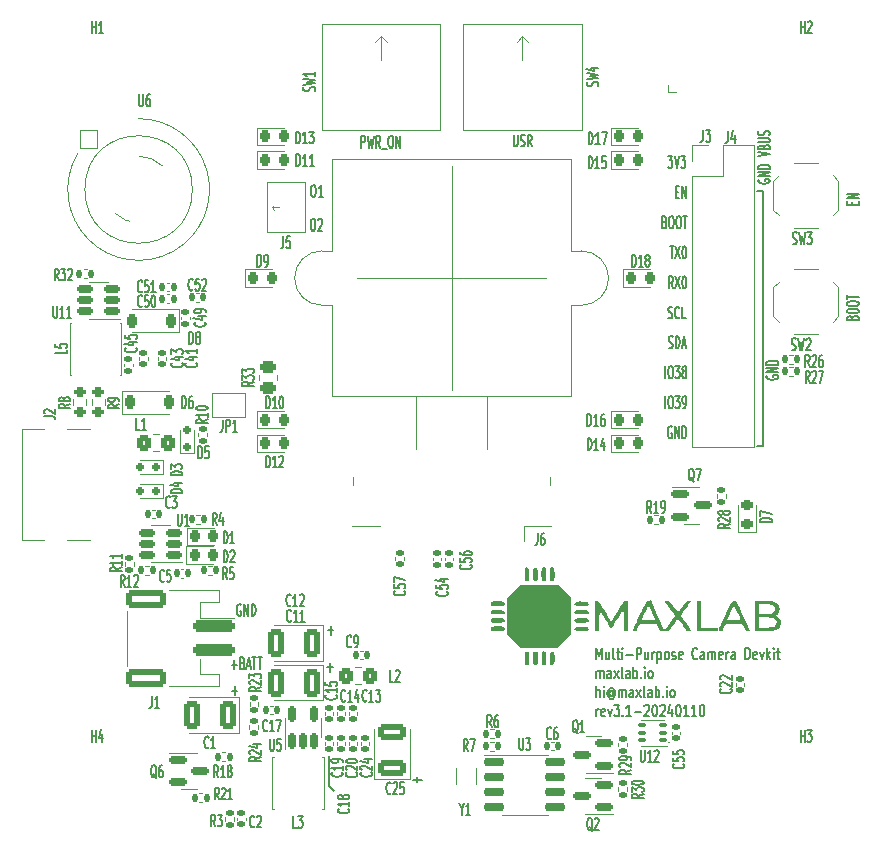
<source format=gto>
%TF.GenerationSoftware,KiCad,Pcbnew,7.0.9*%
%TF.CreationDate,2024-01-10T01:47:22-08:00*%
%TF.ProjectId,ai-camera-rev3.1,61692d63-616d-4657-9261-2d726576332e,rev3.1*%
%TF.SameCoordinates,PX5a995c0PY2aea540*%
%TF.FileFunction,Legend,Top*%
%TF.FilePolarity,Positive*%
%FSLAX46Y46*%
G04 Gerber Fmt 4.6, Leading zero omitted, Abs format (unit mm)*
G04 Created by KiCad (PCBNEW 7.0.9) date 2024-01-10 01:47:22*
%MOMM*%
%LPD*%
G01*
G04 APERTURE LIST*
G04 Aperture macros list*
%AMRoundRect*
0 Rectangle with rounded corners*
0 $1 Rounding radius*
0 $2 $3 $4 $5 $6 $7 $8 $9 X,Y pos of 4 corners*
0 Add a 4 corners polygon primitive as box body*
4,1,4,$2,$3,$4,$5,$6,$7,$8,$9,$2,$3,0*
0 Add four circle primitives for the rounded corners*
1,1,$1+$1,$2,$3*
1,1,$1+$1,$4,$5*
1,1,$1+$1,$6,$7*
1,1,$1+$1,$8,$9*
0 Add four rect primitives between the rounded corners*
20,1,$1+$1,$2,$3,$4,$5,0*
20,1,$1+$1,$4,$5,$6,$7,0*
20,1,$1+$1,$6,$7,$8,$9,0*
20,1,$1+$1,$8,$9,$2,$3,0*%
%AMRotRect*
0 Rectangle, with rotation*
0 The origin of the aperture is its center*
0 $1 length*
0 $2 width*
0 $3 Rotation angle, in degrees counterclockwise*
0 Add horizontal line*
21,1,$1,$2,0,0,$3*%
G04 Aperture macros list end*
%ADD10C,0.177800*%
%ADD11C,0.150000*%
%ADD12C,0.120000*%
%ADD13C,0.200000*%
%ADD14C,0.100000*%
%ADD15RoundRect,0.140000X-0.140000X-0.170000X0.140000X-0.170000X0.140000X0.170000X-0.140000X0.170000X0*%
%ADD16RoundRect,0.075000X0.250000X0.075000X-0.250000X0.075000X-0.250000X-0.075000X0.250000X-0.075000X0*%
%ADD17C,3.600000*%
%ADD18C,6.400000*%
%ADD19RoundRect,0.150000X-0.725000X-0.150000X0.725000X-0.150000X0.725000X0.150000X-0.725000X0.150000X0*%
%ADD20R,3.700000X1.100000*%
%ADD21RoundRect,0.140000X-0.170000X0.140000X-0.170000X-0.140000X0.170000X-0.140000X0.170000X0.140000X0*%
%ADD22RoundRect,0.200000X0.275000X-0.200000X0.275000X0.200000X-0.275000X0.200000X-0.275000X-0.200000X0*%
%ADD23C,4.000000*%
%ADD24RoundRect,0.135000X0.135000X0.185000X-0.135000X0.185000X-0.135000X-0.185000X0.135000X-0.185000X0*%
%ADD25RoundRect,0.150000X-0.150000X-0.200000X0.150000X-0.200000X0.150000X0.200000X-0.150000X0.200000X0*%
%ADD26R,1.000000X1.700000*%
%ADD27R,1.800000X1.000000*%
%ADD28RoundRect,0.250000X-0.325000X-0.450000X0.325000X-0.450000X0.325000X0.450000X-0.325000X0.450000X0*%
%ADD29RoundRect,0.218750X0.256250X-0.218750X0.256250X0.218750X-0.256250X0.218750X-0.256250X-0.218750X0*%
%ADD30RoundRect,0.135000X-0.135000X-0.185000X0.135000X-0.185000X0.135000X0.185000X-0.135000X0.185000X0*%
%ADD31RoundRect,0.218750X-0.218750X-0.256250X0.218750X-0.256250X0.218750X0.256250X-0.218750X0.256250X0*%
%ADD32RoundRect,0.250000X0.412500X0.925000X-0.412500X0.925000X-0.412500X-0.925000X0.412500X-0.925000X0*%
%ADD33RoundRect,0.140000X0.170000X-0.140000X0.170000X0.140000X-0.170000X0.140000X-0.170000X-0.140000X0*%
%ADD34RoundRect,0.135000X0.185000X-0.135000X0.185000X0.135000X-0.185000X0.135000X-0.185000X-0.135000X0*%
%ADD35C,1.700000*%
%ADD36RoundRect,0.135000X-0.185000X0.135000X-0.185000X-0.135000X0.185000X-0.135000X0.185000X0.135000X0*%
%ADD37RoundRect,0.250000X-1.500000X0.250000X-1.500000X-0.250000X1.500000X-0.250000X1.500000X0.250000X0*%
%ADD38RoundRect,0.250001X-1.449999X0.499999X-1.449999X-0.499999X1.449999X-0.499999X1.449999X0.499999X0*%
%ADD39RoundRect,0.250000X0.325000X0.450000X-0.325000X0.450000X-0.325000X-0.450000X0.325000X-0.450000X0*%
%ADD40R,1.000000X1.500000*%
%ADD41RoundRect,0.150000X0.512500X0.150000X-0.512500X0.150000X-0.512500X-0.150000X0.512500X-0.150000X0*%
%ADD42R,0.300000X1.300000*%
%ADD43R,1.600000X2.000000*%
%ADD44RoundRect,0.150000X0.587500X0.150000X-0.587500X0.150000X-0.587500X-0.150000X0.587500X-0.150000X0*%
%ADD45RoundRect,0.150000X-0.200000X0.150000X-0.200000X-0.150000X0.200000X-0.150000X0.200000X0.150000X0*%
%ADD46RoundRect,0.225000X0.225000X0.375000X-0.225000X0.375000X-0.225000X-0.375000X0.225000X-0.375000X0*%
%ADD47C,0.800000*%
%ADD48RotRect,1.524000X1.524000X45.000000*%
%ADD49C,1.524000*%
%ADD50RoundRect,0.150000X0.150000X-0.512500X0.150000X0.512500X-0.150000X0.512500X-0.150000X-0.512500X0*%
%ADD51R,1.700000X1.700000*%
%ADD52O,1.700000X1.700000*%
%ADD53RoundRect,0.225000X-0.225000X-0.375000X0.225000X-0.375000X0.225000X0.375000X-0.225000X0.375000X0*%
%ADD54RoundRect,0.140000X0.140000X0.170000X-0.140000X0.170000X-0.140000X-0.170000X0.140000X-0.170000X0*%
%ADD55RoundRect,0.150000X-0.587500X-0.150000X0.587500X-0.150000X0.587500X0.150000X-0.587500X0.150000X0*%
%ADD56C,0.650000*%
%ADD57R,1.450000X0.600000*%
%ADD58R,1.450000X0.300000*%
%ADD59O,2.100000X1.000000*%
%ADD60O,1.600000X1.000000*%
%ADD61RoundRect,0.250000X0.925000X-0.412500X0.925000X0.412500X-0.925000X0.412500X-0.925000X-0.412500X0*%
%ADD62RoundRect,0.250000X0.450000X-0.262500X0.450000X0.262500X-0.450000X0.262500X-0.450000X-0.262500X0*%
%ADD63C,2.374900*%
%ADD64C,0.990600*%
%ADD65C,0.787400*%
G04 APERTURE END LIST*
D10*
X61388000Y-14600000D02*
X61388000Y-36200000D01*
X60880000Y-36200000D02*
X61388000Y-36200000D01*
X60846000Y-14600000D02*
X61354000Y-14600000D01*
X24630000Y-65030000D02*
X24630000Y-62470000D01*
X25050000Y-65450000D02*
X24630000Y-65030000D01*
D11*
X68939009Y-25358111D02*
X68986628Y-25272397D01*
X68986628Y-25272397D02*
X69034247Y-25243826D01*
X69034247Y-25243826D02*
X69129485Y-25215254D01*
X69129485Y-25215254D02*
X69272342Y-25215254D01*
X69272342Y-25215254D02*
X69367580Y-25243826D01*
X69367580Y-25243826D02*
X69415200Y-25272397D01*
X69415200Y-25272397D02*
X69462819Y-25329540D01*
X69462819Y-25329540D02*
X69462819Y-25558111D01*
X69462819Y-25558111D02*
X68462819Y-25558111D01*
X68462819Y-25558111D02*
X68462819Y-25358111D01*
X68462819Y-25358111D02*
X68510438Y-25300969D01*
X68510438Y-25300969D02*
X68558057Y-25272397D01*
X68558057Y-25272397D02*
X68653295Y-25243826D01*
X68653295Y-25243826D02*
X68748533Y-25243826D01*
X68748533Y-25243826D02*
X68843771Y-25272397D01*
X68843771Y-25272397D02*
X68891390Y-25300969D01*
X68891390Y-25300969D02*
X68939009Y-25358111D01*
X68939009Y-25358111D02*
X68939009Y-25558111D01*
X68462819Y-24843826D02*
X68462819Y-24729540D01*
X68462819Y-24729540D02*
X68510438Y-24672397D01*
X68510438Y-24672397D02*
X68605676Y-24615254D01*
X68605676Y-24615254D02*
X68796152Y-24586683D01*
X68796152Y-24586683D02*
X69129485Y-24586683D01*
X69129485Y-24586683D02*
X69319961Y-24615254D01*
X69319961Y-24615254D02*
X69415200Y-24672397D01*
X69415200Y-24672397D02*
X69462819Y-24729540D01*
X69462819Y-24729540D02*
X69462819Y-24843826D01*
X69462819Y-24843826D02*
X69415200Y-24900969D01*
X69415200Y-24900969D02*
X69319961Y-24958111D01*
X69319961Y-24958111D02*
X69129485Y-24986683D01*
X69129485Y-24986683D02*
X68796152Y-24986683D01*
X68796152Y-24986683D02*
X68605676Y-24958111D01*
X68605676Y-24958111D02*
X68510438Y-24900969D01*
X68510438Y-24900969D02*
X68462819Y-24843826D01*
X68462819Y-24215255D02*
X68462819Y-24100969D01*
X68462819Y-24100969D02*
X68510438Y-24043826D01*
X68510438Y-24043826D02*
X68605676Y-23986683D01*
X68605676Y-23986683D02*
X68796152Y-23958112D01*
X68796152Y-23958112D02*
X69129485Y-23958112D01*
X69129485Y-23958112D02*
X69319961Y-23986683D01*
X69319961Y-23986683D02*
X69415200Y-24043826D01*
X69415200Y-24043826D02*
X69462819Y-24100969D01*
X69462819Y-24100969D02*
X69462819Y-24215255D01*
X69462819Y-24215255D02*
X69415200Y-24272398D01*
X69415200Y-24272398D02*
X69319961Y-24329540D01*
X69319961Y-24329540D02*
X69129485Y-24358112D01*
X69129485Y-24358112D02*
X68796152Y-24358112D01*
X68796152Y-24358112D02*
X68605676Y-24329540D01*
X68605676Y-24329540D02*
X68510438Y-24272398D01*
X68510438Y-24272398D02*
X68462819Y-24215255D01*
X68462819Y-23786684D02*
X68462819Y-23443827D01*
X69462819Y-23615255D02*
X68462819Y-23615255D01*
X53367886Y-27887200D02*
X53453601Y-27934819D01*
X53453601Y-27934819D02*
X53596458Y-27934819D01*
X53596458Y-27934819D02*
X53653601Y-27887200D01*
X53653601Y-27887200D02*
X53682172Y-27839580D01*
X53682172Y-27839580D02*
X53710743Y-27744342D01*
X53710743Y-27744342D02*
X53710743Y-27649104D01*
X53710743Y-27649104D02*
X53682172Y-27553866D01*
X53682172Y-27553866D02*
X53653601Y-27506247D01*
X53653601Y-27506247D02*
X53596458Y-27458628D01*
X53596458Y-27458628D02*
X53482172Y-27411009D01*
X53482172Y-27411009D02*
X53425029Y-27363390D01*
X53425029Y-27363390D02*
X53396458Y-27315771D01*
X53396458Y-27315771D02*
X53367886Y-27220533D01*
X53367886Y-27220533D02*
X53367886Y-27125295D01*
X53367886Y-27125295D02*
X53396458Y-27030057D01*
X53396458Y-27030057D02*
X53425029Y-26982438D01*
X53425029Y-26982438D02*
X53482172Y-26934819D01*
X53482172Y-26934819D02*
X53625029Y-26934819D01*
X53625029Y-26934819D02*
X53710743Y-26982438D01*
X53967887Y-27934819D02*
X53967887Y-26934819D01*
X53967887Y-26934819D02*
X54110744Y-26934819D01*
X54110744Y-26934819D02*
X54196458Y-26982438D01*
X54196458Y-26982438D02*
X54253601Y-27077676D01*
X54253601Y-27077676D02*
X54282172Y-27172914D01*
X54282172Y-27172914D02*
X54310744Y-27363390D01*
X54310744Y-27363390D02*
X54310744Y-27506247D01*
X54310744Y-27506247D02*
X54282172Y-27696723D01*
X54282172Y-27696723D02*
X54253601Y-27791961D01*
X54253601Y-27791961D02*
X54196458Y-27887200D01*
X54196458Y-27887200D02*
X54110744Y-27934819D01*
X54110744Y-27934819D02*
X53967887Y-27934819D01*
X54539315Y-27649104D02*
X54825030Y-27649104D01*
X54482172Y-27934819D02*
X54682172Y-26934819D01*
X54682172Y-26934819D02*
X54882172Y-27934819D01*
X53329886Y-11654819D02*
X53701314Y-11654819D01*
X53701314Y-11654819D02*
X53501314Y-12035771D01*
X53501314Y-12035771D02*
X53587029Y-12035771D01*
X53587029Y-12035771D02*
X53644172Y-12083390D01*
X53644172Y-12083390D02*
X53672743Y-12131009D01*
X53672743Y-12131009D02*
X53701314Y-12226247D01*
X53701314Y-12226247D02*
X53701314Y-12464342D01*
X53701314Y-12464342D02*
X53672743Y-12559580D01*
X53672743Y-12559580D02*
X53644172Y-12607200D01*
X53644172Y-12607200D02*
X53587029Y-12654819D01*
X53587029Y-12654819D02*
X53415600Y-12654819D01*
X53415600Y-12654819D02*
X53358457Y-12607200D01*
X53358457Y-12607200D02*
X53329886Y-12559580D01*
X53872743Y-11654819D02*
X54072743Y-12654819D01*
X54072743Y-12654819D02*
X54272743Y-11654819D01*
X54415601Y-11654819D02*
X54787029Y-11654819D01*
X54787029Y-11654819D02*
X54587029Y-12035771D01*
X54587029Y-12035771D02*
X54672744Y-12035771D01*
X54672744Y-12035771D02*
X54729887Y-12083390D01*
X54729887Y-12083390D02*
X54758458Y-12131009D01*
X54758458Y-12131009D02*
X54787029Y-12226247D01*
X54787029Y-12226247D02*
X54787029Y-12464342D01*
X54787029Y-12464342D02*
X54758458Y-12559580D01*
X54758458Y-12559580D02*
X54729887Y-12607200D01*
X54729887Y-12607200D02*
X54672744Y-12654819D01*
X54672744Y-12654819D02*
X54501315Y-12654819D01*
X54501315Y-12654819D02*
X54444172Y-12607200D01*
X54444172Y-12607200D02*
X54415601Y-12559580D01*
X61002438Y-13657142D02*
X60954819Y-13714285D01*
X60954819Y-13714285D02*
X60954819Y-13799999D01*
X60954819Y-13799999D02*
X61002438Y-13885713D01*
X61002438Y-13885713D02*
X61097676Y-13942856D01*
X61097676Y-13942856D02*
X61192914Y-13971427D01*
X61192914Y-13971427D02*
X61383390Y-13999999D01*
X61383390Y-13999999D02*
X61526247Y-13999999D01*
X61526247Y-13999999D02*
X61716723Y-13971427D01*
X61716723Y-13971427D02*
X61811961Y-13942856D01*
X61811961Y-13942856D02*
X61907200Y-13885713D01*
X61907200Y-13885713D02*
X61954819Y-13799999D01*
X61954819Y-13799999D02*
X61954819Y-13742856D01*
X61954819Y-13742856D02*
X61907200Y-13657142D01*
X61907200Y-13657142D02*
X61859580Y-13628570D01*
X61859580Y-13628570D02*
X61526247Y-13628570D01*
X61526247Y-13628570D02*
X61526247Y-13742856D01*
X61954819Y-13371427D02*
X60954819Y-13371427D01*
X60954819Y-13371427D02*
X61954819Y-13028570D01*
X61954819Y-13028570D02*
X60954819Y-13028570D01*
X61954819Y-12742856D02*
X60954819Y-12742856D01*
X60954819Y-12742856D02*
X60954819Y-12599999D01*
X60954819Y-12599999D02*
X61002438Y-12514285D01*
X61002438Y-12514285D02*
X61097676Y-12457142D01*
X61097676Y-12457142D02*
X61192914Y-12428571D01*
X61192914Y-12428571D02*
X61383390Y-12399999D01*
X61383390Y-12399999D02*
X61526247Y-12399999D01*
X61526247Y-12399999D02*
X61716723Y-12428571D01*
X61716723Y-12428571D02*
X61811961Y-12457142D01*
X61811961Y-12457142D02*
X61907200Y-12514285D01*
X61907200Y-12514285D02*
X61954819Y-12599999D01*
X61954819Y-12599999D02*
X61954819Y-12742856D01*
X53972745Y-14711009D02*
X54172745Y-14711009D01*
X54258459Y-15234819D02*
X53972745Y-15234819D01*
X53972745Y-15234819D02*
X53972745Y-14234819D01*
X53972745Y-14234819D02*
X54258459Y-14234819D01*
X54515602Y-15234819D02*
X54515602Y-14234819D01*
X54515602Y-14234819D02*
X54858459Y-15234819D01*
X54858459Y-15234819D02*
X54858459Y-14234819D01*
X23205826Y-16979819D02*
X23320112Y-16979819D01*
X23320112Y-16979819D02*
X23377255Y-17027438D01*
X23377255Y-17027438D02*
X23434398Y-17122676D01*
X23434398Y-17122676D02*
X23462969Y-17313152D01*
X23462969Y-17313152D02*
X23462969Y-17646485D01*
X23462969Y-17646485D02*
X23434398Y-17836961D01*
X23434398Y-17836961D02*
X23377255Y-17932200D01*
X23377255Y-17932200D02*
X23320112Y-17979819D01*
X23320112Y-17979819D02*
X23205826Y-17979819D01*
X23205826Y-17979819D02*
X23148684Y-17932200D01*
X23148684Y-17932200D02*
X23091541Y-17836961D01*
X23091541Y-17836961D02*
X23062969Y-17646485D01*
X23062969Y-17646485D02*
X23062969Y-17313152D01*
X23062969Y-17313152D02*
X23091541Y-17122676D01*
X23091541Y-17122676D02*
X23148684Y-17027438D01*
X23148684Y-17027438D02*
X23205826Y-16979819D01*
X23691540Y-17075057D02*
X23720112Y-17027438D01*
X23720112Y-17027438D02*
X23777255Y-16979819D01*
X23777255Y-16979819D02*
X23920112Y-16979819D01*
X23920112Y-16979819D02*
X23977255Y-17027438D01*
X23977255Y-17027438D02*
X24005826Y-17075057D01*
X24005826Y-17075057D02*
X24034397Y-17170295D01*
X24034397Y-17170295D02*
X24034397Y-17265533D01*
X24034397Y-17265533D02*
X24005826Y-17408390D01*
X24005826Y-17408390D02*
X23662969Y-17979819D01*
X23662969Y-17979819D02*
X24034397Y-17979819D01*
X60954819Y-11700000D02*
X61954819Y-11500000D01*
X61954819Y-11500000D02*
X60954819Y-11300000D01*
X61431009Y-10899999D02*
X61478628Y-10814285D01*
X61478628Y-10814285D02*
X61526247Y-10785714D01*
X61526247Y-10785714D02*
X61621485Y-10757142D01*
X61621485Y-10757142D02*
X61764342Y-10757142D01*
X61764342Y-10757142D02*
X61859580Y-10785714D01*
X61859580Y-10785714D02*
X61907200Y-10814285D01*
X61907200Y-10814285D02*
X61954819Y-10871428D01*
X61954819Y-10871428D02*
X61954819Y-11099999D01*
X61954819Y-11099999D02*
X60954819Y-11099999D01*
X60954819Y-11099999D02*
X60954819Y-10899999D01*
X60954819Y-10899999D02*
X61002438Y-10842857D01*
X61002438Y-10842857D02*
X61050057Y-10814285D01*
X61050057Y-10814285D02*
X61145295Y-10785714D01*
X61145295Y-10785714D02*
X61240533Y-10785714D01*
X61240533Y-10785714D02*
X61335771Y-10814285D01*
X61335771Y-10814285D02*
X61383390Y-10842857D01*
X61383390Y-10842857D02*
X61431009Y-10899999D01*
X61431009Y-10899999D02*
X61431009Y-11099999D01*
X60954819Y-10499999D02*
X61764342Y-10499999D01*
X61764342Y-10499999D02*
X61859580Y-10471428D01*
X61859580Y-10471428D02*
X61907200Y-10442857D01*
X61907200Y-10442857D02*
X61954819Y-10385714D01*
X61954819Y-10385714D02*
X61954819Y-10271428D01*
X61954819Y-10271428D02*
X61907200Y-10214285D01*
X61907200Y-10214285D02*
X61859580Y-10185714D01*
X61859580Y-10185714D02*
X61764342Y-10157142D01*
X61764342Y-10157142D02*
X60954819Y-10157142D01*
X61907200Y-9900000D02*
X61954819Y-9814286D01*
X61954819Y-9814286D02*
X61954819Y-9671428D01*
X61954819Y-9671428D02*
X61907200Y-9614286D01*
X61907200Y-9614286D02*
X61859580Y-9585714D01*
X61859580Y-9585714D02*
X61764342Y-9557143D01*
X61764342Y-9557143D02*
X61669104Y-9557143D01*
X61669104Y-9557143D02*
X61573866Y-9585714D01*
X61573866Y-9585714D02*
X61526247Y-9614286D01*
X61526247Y-9614286D02*
X61478628Y-9671428D01*
X61478628Y-9671428D02*
X61431009Y-9785714D01*
X61431009Y-9785714D02*
X61383390Y-9842857D01*
X61383390Y-9842857D02*
X61335771Y-9871428D01*
X61335771Y-9871428D02*
X61240533Y-9900000D01*
X61240533Y-9900000D02*
X61145295Y-9900000D01*
X61145295Y-9900000D02*
X61050057Y-9871428D01*
X61050057Y-9871428D02*
X61002438Y-9842857D01*
X61002438Y-9842857D02*
X60954819Y-9785714D01*
X60954819Y-9785714D02*
X60954819Y-9642857D01*
X60954819Y-9642857D02*
X61002438Y-9557143D01*
X68939009Y-15779254D02*
X68939009Y-15579254D01*
X69462819Y-15493540D02*
X69462819Y-15779254D01*
X69462819Y-15779254D02*
X68462819Y-15779254D01*
X68462819Y-15779254D02*
X68462819Y-15493540D01*
X69462819Y-15236397D02*
X68462819Y-15236397D01*
X68462819Y-15236397D02*
X69462819Y-14893540D01*
X69462819Y-14893540D02*
X68462819Y-14893540D01*
X53087030Y-33014819D02*
X53087030Y-32014819D01*
X53487029Y-32014819D02*
X53601315Y-32014819D01*
X53601315Y-32014819D02*
X53658458Y-32062438D01*
X53658458Y-32062438D02*
X53715601Y-32157676D01*
X53715601Y-32157676D02*
X53744172Y-32348152D01*
X53744172Y-32348152D02*
X53744172Y-32681485D01*
X53744172Y-32681485D02*
X53715601Y-32871961D01*
X53715601Y-32871961D02*
X53658458Y-32967200D01*
X53658458Y-32967200D02*
X53601315Y-33014819D01*
X53601315Y-33014819D02*
X53487029Y-33014819D01*
X53487029Y-33014819D02*
X53429887Y-32967200D01*
X53429887Y-32967200D02*
X53372744Y-32871961D01*
X53372744Y-32871961D02*
X53344172Y-32681485D01*
X53344172Y-32681485D02*
X53344172Y-32348152D01*
X53344172Y-32348152D02*
X53372744Y-32157676D01*
X53372744Y-32157676D02*
X53429887Y-32062438D01*
X53429887Y-32062438D02*
X53487029Y-32014819D01*
X53944172Y-32014819D02*
X54315600Y-32014819D01*
X54315600Y-32014819D02*
X54115600Y-32395771D01*
X54115600Y-32395771D02*
X54201315Y-32395771D01*
X54201315Y-32395771D02*
X54258458Y-32443390D01*
X54258458Y-32443390D02*
X54287029Y-32491009D01*
X54287029Y-32491009D02*
X54315600Y-32586247D01*
X54315600Y-32586247D02*
X54315600Y-32824342D01*
X54315600Y-32824342D02*
X54287029Y-32919580D01*
X54287029Y-32919580D02*
X54258458Y-32967200D01*
X54258458Y-32967200D02*
X54201315Y-33014819D01*
X54201315Y-33014819D02*
X54029886Y-33014819D01*
X54029886Y-33014819D02*
X53972743Y-32967200D01*
X53972743Y-32967200D02*
X53944172Y-32919580D01*
X54601315Y-33014819D02*
X54715601Y-33014819D01*
X54715601Y-33014819D02*
X54772744Y-32967200D01*
X54772744Y-32967200D02*
X54801315Y-32919580D01*
X54801315Y-32919580D02*
X54858458Y-32776723D01*
X54858458Y-32776723D02*
X54887029Y-32586247D01*
X54887029Y-32586247D02*
X54887029Y-32205295D01*
X54887029Y-32205295D02*
X54858458Y-32110057D01*
X54858458Y-32110057D02*
X54829887Y-32062438D01*
X54829887Y-32062438D02*
X54772744Y-32014819D01*
X54772744Y-32014819D02*
X54658458Y-32014819D01*
X54658458Y-32014819D02*
X54601315Y-32062438D01*
X54601315Y-32062438D02*
X54572744Y-32110057D01*
X54572744Y-32110057D02*
X54544172Y-32205295D01*
X54544172Y-32205295D02*
X54544172Y-32443390D01*
X54544172Y-32443390D02*
X54572744Y-32538628D01*
X54572744Y-32538628D02*
X54601315Y-32586247D01*
X54601315Y-32586247D02*
X54658458Y-32633866D01*
X54658458Y-32633866D02*
X54772744Y-32633866D01*
X54772744Y-32633866D02*
X54829887Y-32586247D01*
X54829887Y-32586247D02*
X54858458Y-32538628D01*
X54858458Y-32538628D02*
X54887029Y-32443390D01*
X53346458Y-25364200D02*
X53432173Y-25411819D01*
X53432173Y-25411819D02*
X53575030Y-25411819D01*
X53575030Y-25411819D02*
X53632173Y-25364200D01*
X53632173Y-25364200D02*
X53660744Y-25316580D01*
X53660744Y-25316580D02*
X53689315Y-25221342D01*
X53689315Y-25221342D02*
X53689315Y-25126104D01*
X53689315Y-25126104D02*
X53660744Y-25030866D01*
X53660744Y-25030866D02*
X53632173Y-24983247D01*
X53632173Y-24983247D02*
X53575030Y-24935628D01*
X53575030Y-24935628D02*
X53460744Y-24888009D01*
X53460744Y-24888009D02*
X53403601Y-24840390D01*
X53403601Y-24840390D02*
X53375030Y-24792771D01*
X53375030Y-24792771D02*
X53346458Y-24697533D01*
X53346458Y-24697533D02*
X53346458Y-24602295D01*
X53346458Y-24602295D02*
X53375030Y-24507057D01*
X53375030Y-24507057D02*
X53403601Y-24459438D01*
X53403601Y-24459438D02*
X53460744Y-24411819D01*
X53460744Y-24411819D02*
X53603601Y-24411819D01*
X53603601Y-24411819D02*
X53689315Y-24459438D01*
X54289316Y-25316580D02*
X54260744Y-25364200D01*
X54260744Y-25364200D02*
X54175030Y-25411819D01*
X54175030Y-25411819D02*
X54117887Y-25411819D01*
X54117887Y-25411819D02*
X54032173Y-25364200D01*
X54032173Y-25364200D02*
X53975030Y-25268961D01*
X53975030Y-25268961D02*
X53946459Y-25173723D01*
X53946459Y-25173723D02*
X53917887Y-24983247D01*
X53917887Y-24983247D02*
X53917887Y-24840390D01*
X53917887Y-24840390D02*
X53946459Y-24649914D01*
X53946459Y-24649914D02*
X53975030Y-24554676D01*
X53975030Y-24554676D02*
X54032173Y-24459438D01*
X54032173Y-24459438D02*
X54117887Y-24411819D01*
X54117887Y-24411819D02*
X54175030Y-24411819D01*
X54175030Y-24411819D02*
X54260744Y-24459438D01*
X54260744Y-24459438D02*
X54289316Y-24507057D01*
X54832173Y-25411819D02*
X54546459Y-25411819D01*
X54546459Y-25411819D02*
X54546459Y-24411819D01*
X61702438Y-30257142D02*
X61654819Y-30314285D01*
X61654819Y-30314285D02*
X61654819Y-30399999D01*
X61654819Y-30399999D02*
X61702438Y-30485713D01*
X61702438Y-30485713D02*
X61797676Y-30542856D01*
X61797676Y-30542856D02*
X61892914Y-30571427D01*
X61892914Y-30571427D02*
X62083390Y-30599999D01*
X62083390Y-30599999D02*
X62226247Y-30599999D01*
X62226247Y-30599999D02*
X62416723Y-30571427D01*
X62416723Y-30571427D02*
X62511961Y-30542856D01*
X62511961Y-30542856D02*
X62607200Y-30485713D01*
X62607200Y-30485713D02*
X62654819Y-30399999D01*
X62654819Y-30399999D02*
X62654819Y-30342856D01*
X62654819Y-30342856D02*
X62607200Y-30257142D01*
X62607200Y-30257142D02*
X62559580Y-30228570D01*
X62559580Y-30228570D02*
X62226247Y-30228570D01*
X62226247Y-30228570D02*
X62226247Y-30342856D01*
X62654819Y-29971427D02*
X61654819Y-29971427D01*
X61654819Y-29971427D02*
X62654819Y-29628570D01*
X62654819Y-29628570D02*
X61654819Y-29628570D01*
X62654819Y-29342856D02*
X61654819Y-29342856D01*
X61654819Y-29342856D02*
X61654819Y-29199999D01*
X61654819Y-29199999D02*
X61702438Y-29114285D01*
X61702438Y-29114285D02*
X61797676Y-29057142D01*
X61797676Y-29057142D02*
X61892914Y-29028571D01*
X61892914Y-29028571D02*
X62083390Y-28999999D01*
X62083390Y-28999999D02*
X62226247Y-28999999D01*
X62226247Y-28999999D02*
X62416723Y-29028571D01*
X62416723Y-29028571D02*
X62511961Y-29057142D01*
X62511961Y-29057142D02*
X62607200Y-29114285D01*
X62607200Y-29114285D02*
X62654819Y-29199999D01*
X62654819Y-29199999D02*
X62654819Y-29342856D01*
X53029888Y-17251009D02*
X53115602Y-17298628D01*
X53115602Y-17298628D02*
X53144173Y-17346247D01*
X53144173Y-17346247D02*
X53172745Y-17441485D01*
X53172745Y-17441485D02*
X53172745Y-17584342D01*
X53172745Y-17584342D02*
X53144173Y-17679580D01*
X53144173Y-17679580D02*
X53115602Y-17727200D01*
X53115602Y-17727200D02*
X53058459Y-17774819D01*
X53058459Y-17774819D02*
X52829888Y-17774819D01*
X52829888Y-17774819D02*
X52829888Y-16774819D01*
X52829888Y-16774819D02*
X53029888Y-16774819D01*
X53029888Y-16774819D02*
X53087031Y-16822438D01*
X53087031Y-16822438D02*
X53115602Y-16870057D01*
X53115602Y-16870057D02*
X53144173Y-16965295D01*
X53144173Y-16965295D02*
X53144173Y-17060533D01*
X53144173Y-17060533D02*
X53115602Y-17155771D01*
X53115602Y-17155771D02*
X53087031Y-17203390D01*
X53087031Y-17203390D02*
X53029888Y-17251009D01*
X53029888Y-17251009D02*
X52829888Y-17251009D01*
X53544173Y-16774819D02*
X53658459Y-16774819D01*
X53658459Y-16774819D02*
X53715602Y-16822438D01*
X53715602Y-16822438D02*
X53772745Y-16917676D01*
X53772745Y-16917676D02*
X53801316Y-17108152D01*
X53801316Y-17108152D02*
X53801316Y-17441485D01*
X53801316Y-17441485D02*
X53772745Y-17631961D01*
X53772745Y-17631961D02*
X53715602Y-17727200D01*
X53715602Y-17727200D02*
X53658459Y-17774819D01*
X53658459Y-17774819D02*
X53544173Y-17774819D01*
X53544173Y-17774819D02*
X53487031Y-17727200D01*
X53487031Y-17727200D02*
X53429888Y-17631961D01*
X53429888Y-17631961D02*
X53401316Y-17441485D01*
X53401316Y-17441485D02*
X53401316Y-17108152D01*
X53401316Y-17108152D02*
X53429888Y-16917676D01*
X53429888Y-16917676D02*
X53487031Y-16822438D01*
X53487031Y-16822438D02*
X53544173Y-16774819D01*
X54172744Y-16774819D02*
X54287030Y-16774819D01*
X54287030Y-16774819D02*
X54344173Y-16822438D01*
X54344173Y-16822438D02*
X54401316Y-16917676D01*
X54401316Y-16917676D02*
X54429887Y-17108152D01*
X54429887Y-17108152D02*
X54429887Y-17441485D01*
X54429887Y-17441485D02*
X54401316Y-17631961D01*
X54401316Y-17631961D02*
X54344173Y-17727200D01*
X54344173Y-17727200D02*
X54287030Y-17774819D01*
X54287030Y-17774819D02*
X54172744Y-17774819D01*
X54172744Y-17774819D02*
X54115602Y-17727200D01*
X54115602Y-17727200D02*
X54058459Y-17631961D01*
X54058459Y-17631961D02*
X54029887Y-17441485D01*
X54029887Y-17441485D02*
X54029887Y-17108152D01*
X54029887Y-17108152D02*
X54058459Y-16917676D01*
X54058459Y-16917676D02*
X54115602Y-16822438D01*
X54115602Y-16822438D02*
X54172744Y-16774819D01*
X54601315Y-16774819D02*
X54944173Y-16774819D01*
X54772744Y-17774819D02*
X54772744Y-16774819D01*
X47265350Y-54289819D02*
X47265350Y-53289819D01*
X47265350Y-53289819D02*
X47498684Y-54004104D01*
X47498684Y-54004104D02*
X47732017Y-53289819D01*
X47732017Y-53289819D02*
X47732017Y-54289819D01*
X48365350Y-53623152D02*
X48365350Y-54289819D01*
X48065350Y-53623152D02*
X48065350Y-54146961D01*
X48065350Y-54146961D02*
X48098684Y-54242200D01*
X48098684Y-54242200D02*
X48165350Y-54289819D01*
X48165350Y-54289819D02*
X48265350Y-54289819D01*
X48265350Y-54289819D02*
X48332017Y-54242200D01*
X48332017Y-54242200D02*
X48365350Y-54194580D01*
X48798683Y-54289819D02*
X48732017Y-54242200D01*
X48732017Y-54242200D02*
X48698683Y-54146961D01*
X48698683Y-54146961D02*
X48698683Y-53289819D01*
X48965350Y-53623152D02*
X49232017Y-53623152D01*
X49065350Y-53289819D02*
X49065350Y-54146961D01*
X49065350Y-54146961D02*
X49098684Y-54242200D01*
X49098684Y-54242200D02*
X49165350Y-54289819D01*
X49165350Y-54289819D02*
X49232017Y-54289819D01*
X49465350Y-54289819D02*
X49465350Y-53623152D01*
X49465350Y-53289819D02*
X49432017Y-53337438D01*
X49432017Y-53337438D02*
X49465350Y-53385057D01*
X49465350Y-53385057D02*
X49498684Y-53337438D01*
X49498684Y-53337438D02*
X49465350Y-53289819D01*
X49465350Y-53289819D02*
X49465350Y-53385057D01*
X49798683Y-53908866D02*
X50332017Y-53908866D01*
X50665350Y-54289819D02*
X50665350Y-53289819D01*
X50665350Y-53289819D02*
X50932017Y-53289819D01*
X50932017Y-53289819D02*
X50998684Y-53337438D01*
X50998684Y-53337438D02*
X51032017Y-53385057D01*
X51032017Y-53385057D02*
X51065350Y-53480295D01*
X51065350Y-53480295D02*
X51065350Y-53623152D01*
X51065350Y-53623152D02*
X51032017Y-53718390D01*
X51032017Y-53718390D02*
X50998684Y-53766009D01*
X50998684Y-53766009D02*
X50932017Y-53813628D01*
X50932017Y-53813628D02*
X50665350Y-53813628D01*
X51665350Y-53623152D02*
X51665350Y-54289819D01*
X51365350Y-53623152D02*
X51365350Y-54146961D01*
X51365350Y-54146961D02*
X51398684Y-54242200D01*
X51398684Y-54242200D02*
X51465350Y-54289819D01*
X51465350Y-54289819D02*
X51565350Y-54289819D01*
X51565350Y-54289819D02*
X51632017Y-54242200D01*
X51632017Y-54242200D02*
X51665350Y-54194580D01*
X51998683Y-54289819D02*
X51998683Y-53623152D01*
X51998683Y-53813628D02*
X52032017Y-53718390D01*
X52032017Y-53718390D02*
X52065350Y-53670771D01*
X52065350Y-53670771D02*
X52132017Y-53623152D01*
X52132017Y-53623152D02*
X52198683Y-53623152D01*
X52432016Y-53623152D02*
X52432016Y-54623152D01*
X52432016Y-53670771D02*
X52498683Y-53623152D01*
X52498683Y-53623152D02*
X52632016Y-53623152D01*
X52632016Y-53623152D02*
X52698683Y-53670771D01*
X52698683Y-53670771D02*
X52732016Y-53718390D01*
X52732016Y-53718390D02*
X52765350Y-53813628D01*
X52765350Y-53813628D02*
X52765350Y-54099342D01*
X52765350Y-54099342D02*
X52732016Y-54194580D01*
X52732016Y-54194580D02*
X52698683Y-54242200D01*
X52698683Y-54242200D02*
X52632016Y-54289819D01*
X52632016Y-54289819D02*
X52498683Y-54289819D01*
X52498683Y-54289819D02*
X52432016Y-54242200D01*
X53165349Y-54289819D02*
X53098683Y-54242200D01*
X53098683Y-54242200D02*
X53065349Y-54194580D01*
X53065349Y-54194580D02*
X53032016Y-54099342D01*
X53032016Y-54099342D02*
X53032016Y-53813628D01*
X53032016Y-53813628D02*
X53065349Y-53718390D01*
X53065349Y-53718390D02*
X53098683Y-53670771D01*
X53098683Y-53670771D02*
X53165349Y-53623152D01*
X53165349Y-53623152D02*
X53265349Y-53623152D01*
X53265349Y-53623152D02*
X53332016Y-53670771D01*
X53332016Y-53670771D02*
X53365349Y-53718390D01*
X53365349Y-53718390D02*
X53398683Y-53813628D01*
X53398683Y-53813628D02*
X53398683Y-54099342D01*
X53398683Y-54099342D02*
X53365349Y-54194580D01*
X53365349Y-54194580D02*
X53332016Y-54242200D01*
X53332016Y-54242200D02*
X53265349Y-54289819D01*
X53265349Y-54289819D02*
X53165349Y-54289819D01*
X53665349Y-54242200D02*
X53732016Y-54289819D01*
X53732016Y-54289819D02*
X53865349Y-54289819D01*
X53865349Y-54289819D02*
X53932016Y-54242200D01*
X53932016Y-54242200D02*
X53965349Y-54146961D01*
X53965349Y-54146961D02*
X53965349Y-54099342D01*
X53965349Y-54099342D02*
X53932016Y-54004104D01*
X53932016Y-54004104D02*
X53865349Y-53956485D01*
X53865349Y-53956485D02*
X53765349Y-53956485D01*
X53765349Y-53956485D02*
X53698682Y-53908866D01*
X53698682Y-53908866D02*
X53665349Y-53813628D01*
X53665349Y-53813628D02*
X53665349Y-53766009D01*
X53665349Y-53766009D02*
X53698682Y-53670771D01*
X53698682Y-53670771D02*
X53765349Y-53623152D01*
X53765349Y-53623152D02*
X53865349Y-53623152D01*
X53865349Y-53623152D02*
X53932016Y-53670771D01*
X54532016Y-54242200D02*
X54465349Y-54289819D01*
X54465349Y-54289819D02*
X54332016Y-54289819D01*
X54332016Y-54289819D02*
X54265349Y-54242200D01*
X54265349Y-54242200D02*
X54232016Y-54146961D01*
X54232016Y-54146961D02*
X54232016Y-53766009D01*
X54232016Y-53766009D02*
X54265349Y-53670771D01*
X54265349Y-53670771D02*
X54332016Y-53623152D01*
X54332016Y-53623152D02*
X54465349Y-53623152D01*
X54465349Y-53623152D02*
X54532016Y-53670771D01*
X54532016Y-53670771D02*
X54565349Y-53766009D01*
X54565349Y-53766009D02*
X54565349Y-53861247D01*
X54565349Y-53861247D02*
X54232016Y-53956485D01*
X55798682Y-54194580D02*
X55765349Y-54242200D01*
X55765349Y-54242200D02*
X55665349Y-54289819D01*
X55665349Y-54289819D02*
X55598682Y-54289819D01*
X55598682Y-54289819D02*
X55498682Y-54242200D01*
X55498682Y-54242200D02*
X55432016Y-54146961D01*
X55432016Y-54146961D02*
X55398682Y-54051723D01*
X55398682Y-54051723D02*
X55365349Y-53861247D01*
X55365349Y-53861247D02*
X55365349Y-53718390D01*
X55365349Y-53718390D02*
X55398682Y-53527914D01*
X55398682Y-53527914D02*
X55432016Y-53432676D01*
X55432016Y-53432676D02*
X55498682Y-53337438D01*
X55498682Y-53337438D02*
X55598682Y-53289819D01*
X55598682Y-53289819D02*
X55665349Y-53289819D01*
X55665349Y-53289819D02*
X55765349Y-53337438D01*
X55765349Y-53337438D02*
X55798682Y-53385057D01*
X56398682Y-54289819D02*
X56398682Y-53766009D01*
X56398682Y-53766009D02*
X56365349Y-53670771D01*
X56365349Y-53670771D02*
X56298682Y-53623152D01*
X56298682Y-53623152D02*
X56165349Y-53623152D01*
X56165349Y-53623152D02*
X56098682Y-53670771D01*
X56398682Y-54242200D02*
X56332016Y-54289819D01*
X56332016Y-54289819D02*
X56165349Y-54289819D01*
X56165349Y-54289819D02*
X56098682Y-54242200D01*
X56098682Y-54242200D02*
X56065349Y-54146961D01*
X56065349Y-54146961D02*
X56065349Y-54051723D01*
X56065349Y-54051723D02*
X56098682Y-53956485D01*
X56098682Y-53956485D02*
X56165349Y-53908866D01*
X56165349Y-53908866D02*
X56332016Y-53908866D01*
X56332016Y-53908866D02*
X56398682Y-53861247D01*
X56732015Y-54289819D02*
X56732015Y-53623152D01*
X56732015Y-53718390D02*
X56765349Y-53670771D01*
X56765349Y-53670771D02*
X56832015Y-53623152D01*
X56832015Y-53623152D02*
X56932015Y-53623152D01*
X56932015Y-53623152D02*
X56998682Y-53670771D01*
X56998682Y-53670771D02*
X57032015Y-53766009D01*
X57032015Y-53766009D02*
X57032015Y-54289819D01*
X57032015Y-53766009D02*
X57065349Y-53670771D01*
X57065349Y-53670771D02*
X57132015Y-53623152D01*
X57132015Y-53623152D02*
X57232015Y-53623152D01*
X57232015Y-53623152D02*
X57298682Y-53670771D01*
X57298682Y-53670771D02*
X57332015Y-53766009D01*
X57332015Y-53766009D02*
X57332015Y-54289819D01*
X57932015Y-54242200D02*
X57865348Y-54289819D01*
X57865348Y-54289819D02*
X57732015Y-54289819D01*
X57732015Y-54289819D02*
X57665348Y-54242200D01*
X57665348Y-54242200D02*
X57632015Y-54146961D01*
X57632015Y-54146961D02*
X57632015Y-53766009D01*
X57632015Y-53766009D02*
X57665348Y-53670771D01*
X57665348Y-53670771D02*
X57732015Y-53623152D01*
X57732015Y-53623152D02*
X57865348Y-53623152D01*
X57865348Y-53623152D02*
X57932015Y-53670771D01*
X57932015Y-53670771D02*
X57965348Y-53766009D01*
X57965348Y-53766009D02*
X57965348Y-53861247D01*
X57965348Y-53861247D02*
X57632015Y-53956485D01*
X58265348Y-54289819D02*
X58265348Y-53623152D01*
X58265348Y-53813628D02*
X58298682Y-53718390D01*
X58298682Y-53718390D02*
X58332015Y-53670771D01*
X58332015Y-53670771D02*
X58398682Y-53623152D01*
X58398682Y-53623152D02*
X58465348Y-53623152D01*
X58998681Y-54289819D02*
X58998681Y-53766009D01*
X58998681Y-53766009D02*
X58965348Y-53670771D01*
X58965348Y-53670771D02*
X58898681Y-53623152D01*
X58898681Y-53623152D02*
X58765348Y-53623152D01*
X58765348Y-53623152D02*
X58698681Y-53670771D01*
X58998681Y-54242200D02*
X58932015Y-54289819D01*
X58932015Y-54289819D02*
X58765348Y-54289819D01*
X58765348Y-54289819D02*
X58698681Y-54242200D01*
X58698681Y-54242200D02*
X58665348Y-54146961D01*
X58665348Y-54146961D02*
X58665348Y-54051723D01*
X58665348Y-54051723D02*
X58698681Y-53956485D01*
X58698681Y-53956485D02*
X58765348Y-53908866D01*
X58765348Y-53908866D02*
X58932015Y-53908866D01*
X58932015Y-53908866D02*
X58998681Y-53861247D01*
X59865347Y-54289819D02*
X59865347Y-53289819D01*
X59865347Y-53289819D02*
X60032014Y-53289819D01*
X60032014Y-53289819D02*
X60132014Y-53337438D01*
X60132014Y-53337438D02*
X60198681Y-53432676D01*
X60198681Y-53432676D02*
X60232014Y-53527914D01*
X60232014Y-53527914D02*
X60265347Y-53718390D01*
X60265347Y-53718390D02*
X60265347Y-53861247D01*
X60265347Y-53861247D02*
X60232014Y-54051723D01*
X60232014Y-54051723D02*
X60198681Y-54146961D01*
X60198681Y-54146961D02*
X60132014Y-54242200D01*
X60132014Y-54242200D02*
X60032014Y-54289819D01*
X60032014Y-54289819D02*
X59865347Y-54289819D01*
X60832014Y-54242200D02*
X60765347Y-54289819D01*
X60765347Y-54289819D02*
X60632014Y-54289819D01*
X60632014Y-54289819D02*
X60565347Y-54242200D01*
X60565347Y-54242200D02*
X60532014Y-54146961D01*
X60532014Y-54146961D02*
X60532014Y-53766009D01*
X60532014Y-53766009D02*
X60565347Y-53670771D01*
X60565347Y-53670771D02*
X60632014Y-53623152D01*
X60632014Y-53623152D02*
X60765347Y-53623152D01*
X60765347Y-53623152D02*
X60832014Y-53670771D01*
X60832014Y-53670771D02*
X60865347Y-53766009D01*
X60865347Y-53766009D02*
X60865347Y-53861247D01*
X60865347Y-53861247D02*
X60532014Y-53956485D01*
X61098681Y-53623152D02*
X61265347Y-54289819D01*
X61265347Y-54289819D02*
X61432014Y-53623152D01*
X61698680Y-54289819D02*
X61698680Y-53289819D01*
X61765347Y-53908866D02*
X61965347Y-54289819D01*
X61965347Y-53623152D02*
X61698680Y-54004104D01*
X62265347Y-54289819D02*
X62265347Y-53623152D01*
X62265347Y-53289819D02*
X62232014Y-53337438D01*
X62232014Y-53337438D02*
X62265347Y-53385057D01*
X62265347Y-53385057D02*
X62298681Y-53337438D01*
X62298681Y-53337438D02*
X62265347Y-53289819D01*
X62265347Y-53289819D02*
X62265347Y-53385057D01*
X62498680Y-53623152D02*
X62765347Y-53623152D01*
X62598680Y-53289819D02*
X62598680Y-54146961D01*
X62598680Y-54146961D02*
X62632014Y-54242200D01*
X62632014Y-54242200D02*
X62698680Y-54289819D01*
X62698680Y-54289819D02*
X62765347Y-54289819D01*
X47265350Y-55899819D02*
X47265350Y-55233152D01*
X47265350Y-55328390D02*
X47298684Y-55280771D01*
X47298684Y-55280771D02*
X47365350Y-55233152D01*
X47365350Y-55233152D02*
X47465350Y-55233152D01*
X47465350Y-55233152D02*
X47532017Y-55280771D01*
X47532017Y-55280771D02*
X47565350Y-55376009D01*
X47565350Y-55376009D02*
X47565350Y-55899819D01*
X47565350Y-55376009D02*
X47598684Y-55280771D01*
X47598684Y-55280771D02*
X47665350Y-55233152D01*
X47665350Y-55233152D02*
X47765350Y-55233152D01*
X47765350Y-55233152D02*
X47832017Y-55280771D01*
X47832017Y-55280771D02*
X47865350Y-55376009D01*
X47865350Y-55376009D02*
X47865350Y-55899819D01*
X48498683Y-55899819D02*
X48498683Y-55376009D01*
X48498683Y-55376009D02*
X48465350Y-55280771D01*
X48465350Y-55280771D02*
X48398683Y-55233152D01*
X48398683Y-55233152D02*
X48265350Y-55233152D01*
X48265350Y-55233152D02*
X48198683Y-55280771D01*
X48498683Y-55852200D02*
X48432017Y-55899819D01*
X48432017Y-55899819D02*
X48265350Y-55899819D01*
X48265350Y-55899819D02*
X48198683Y-55852200D01*
X48198683Y-55852200D02*
X48165350Y-55756961D01*
X48165350Y-55756961D02*
X48165350Y-55661723D01*
X48165350Y-55661723D02*
X48198683Y-55566485D01*
X48198683Y-55566485D02*
X48265350Y-55518866D01*
X48265350Y-55518866D02*
X48432017Y-55518866D01*
X48432017Y-55518866D02*
X48498683Y-55471247D01*
X48765350Y-55899819D02*
X49132016Y-55233152D01*
X48765350Y-55233152D02*
X49132016Y-55899819D01*
X49498683Y-55899819D02*
X49432017Y-55852200D01*
X49432017Y-55852200D02*
X49398683Y-55756961D01*
X49398683Y-55756961D02*
X49398683Y-54899819D01*
X50065350Y-55899819D02*
X50065350Y-55376009D01*
X50065350Y-55376009D02*
X50032017Y-55280771D01*
X50032017Y-55280771D02*
X49965350Y-55233152D01*
X49965350Y-55233152D02*
X49832017Y-55233152D01*
X49832017Y-55233152D02*
X49765350Y-55280771D01*
X50065350Y-55852200D02*
X49998684Y-55899819D01*
X49998684Y-55899819D02*
X49832017Y-55899819D01*
X49832017Y-55899819D02*
X49765350Y-55852200D01*
X49765350Y-55852200D02*
X49732017Y-55756961D01*
X49732017Y-55756961D02*
X49732017Y-55661723D01*
X49732017Y-55661723D02*
X49765350Y-55566485D01*
X49765350Y-55566485D02*
X49832017Y-55518866D01*
X49832017Y-55518866D02*
X49998684Y-55518866D01*
X49998684Y-55518866D02*
X50065350Y-55471247D01*
X50398683Y-55899819D02*
X50398683Y-54899819D01*
X50398683Y-55280771D02*
X50465350Y-55233152D01*
X50465350Y-55233152D02*
X50598683Y-55233152D01*
X50598683Y-55233152D02*
X50665350Y-55280771D01*
X50665350Y-55280771D02*
X50698683Y-55328390D01*
X50698683Y-55328390D02*
X50732017Y-55423628D01*
X50732017Y-55423628D02*
X50732017Y-55709342D01*
X50732017Y-55709342D02*
X50698683Y-55804580D01*
X50698683Y-55804580D02*
X50665350Y-55852200D01*
X50665350Y-55852200D02*
X50598683Y-55899819D01*
X50598683Y-55899819D02*
X50465350Y-55899819D01*
X50465350Y-55899819D02*
X50398683Y-55852200D01*
X51032016Y-55804580D02*
X51065350Y-55852200D01*
X51065350Y-55852200D02*
X51032016Y-55899819D01*
X51032016Y-55899819D02*
X50998683Y-55852200D01*
X50998683Y-55852200D02*
X51032016Y-55804580D01*
X51032016Y-55804580D02*
X51032016Y-55899819D01*
X51365349Y-55899819D02*
X51365349Y-55233152D01*
X51365349Y-54899819D02*
X51332016Y-54947438D01*
X51332016Y-54947438D02*
X51365349Y-54995057D01*
X51365349Y-54995057D02*
X51398683Y-54947438D01*
X51398683Y-54947438D02*
X51365349Y-54899819D01*
X51365349Y-54899819D02*
X51365349Y-54995057D01*
X51798682Y-55899819D02*
X51732016Y-55852200D01*
X51732016Y-55852200D02*
X51698682Y-55804580D01*
X51698682Y-55804580D02*
X51665349Y-55709342D01*
X51665349Y-55709342D02*
X51665349Y-55423628D01*
X51665349Y-55423628D02*
X51698682Y-55328390D01*
X51698682Y-55328390D02*
X51732016Y-55280771D01*
X51732016Y-55280771D02*
X51798682Y-55233152D01*
X51798682Y-55233152D02*
X51898682Y-55233152D01*
X51898682Y-55233152D02*
X51965349Y-55280771D01*
X51965349Y-55280771D02*
X51998682Y-55328390D01*
X51998682Y-55328390D02*
X52032016Y-55423628D01*
X52032016Y-55423628D02*
X52032016Y-55709342D01*
X52032016Y-55709342D02*
X51998682Y-55804580D01*
X51998682Y-55804580D02*
X51965349Y-55852200D01*
X51965349Y-55852200D02*
X51898682Y-55899819D01*
X51898682Y-55899819D02*
X51798682Y-55899819D01*
X47265350Y-57509819D02*
X47265350Y-56509819D01*
X47565350Y-57509819D02*
X47565350Y-56986009D01*
X47565350Y-56986009D02*
X47532017Y-56890771D01*
X47532017Y-56890771D02*
X47465350Y-56843152D01*
X47465350Y-56843152D02*
X47365350Y-56843152D01*
X47365350Y-56843152D02*
X47298684Y-56890771D01*
X47298684Y-56890771D02*
X47265350Y-56938390D01*
X47898683Y-57509819D02*
X47898683Y-56843152D01*
X47898683Y-56509819D02*
X47865350Y-56557438D01*
X47865350Y-56557438D02*
X47898683Y-56605057D01*
X47898683Y-56605057D02*
X47932017Y-56557438D01*
X47932017Y-56557438D02*
X47898683Y-56509819D01*
X47898683Y-56509819D02*
X47898683Y-56605057D01*
X48665350Y-57033628D02*
X48632016Y-56986009D01*
X48632016Y-56986009D02*
X48565350Y-56938390D01*
X48565350Y-56938390D02*
X48498683Y-56938390D01*
X48498683Y-56938390D02*
X48432016Y-56986009D01*
X48432016Y-56986009D02*
X48398683Y-57033628D01*
X48398683Y-57033628D02*
X48365350Y-57128866D01*
X48365350Y-57128866D02*
X48365350Y-57224104D01*
X48365350Y-57224104D02*
X48398683Y-57319342D01*
X48398683Y-57319342D02*
X48432016Y-57366961D01*
X48432016Y-57366961D02*
X48498683Y-57414580D01*
X48498683Y-57414580D02*
X48565350Y-57414580D01*
X48565350Y-57414580D02*
X48632016Y-57366961D01*
X48632016Y-57366961D02*
X48665350Y-57319342D01*
X48665350Y-56938390D02*
X48665350Y-57319342D01*
X48665350Y-57319342D02*
X48698683Y-57366961D01*
X48698683Y-57366961D02*
X48732016Y-57366961D01*
X48732016Y-57366961D02*
X48798683Y-57319342D01*
X48798683Y-57319342D02*
X48832016Y-57224104D01*
X48832016Y-57224104D02*
X48832016Y-56986009D01*
X48832016Y-56986009D02*
X48765350Y-56843152D01*
X48765350Y-56843152D02*
X48665350Y-56747914D01*
X48665350Y-56747914D02*
X48532016Y-56700295D01*
X48532016Y-56700295D02*
X48398683Y-56747914D01*
X48398683Y-56747914D02*
X48298683Y-56843152D01*
X48298683Y-56843152D02*
X48232016Y-56986009D01*
X48232016Y-56986009D02*
X48198683Y-57176485D01*
X48198683Y-57176485D02*
X48232016Y-57366961D01*
X48232016Y-57366961D02*
X48298683Y-57509819D01*
X48298683Y-57509819D02*
X48398683Y-57605057D01*
X48398683Y-57605057D02*
X48532016Y-57652676D01*
X48532016Y-57652676D02*
X48665350Y-57605057D01*
X48665350Y-57605057D02*
X48765350Y-57509819D01*
X49132016Y-57509819D02*
X49132016Y-56843152D01*
X49132016Y-56938390D02*
X49165350Y-56890771D01*
X49165350Y-56890771D02*
X49232016Y-56843152D01*
X49232016Y-56843152D02*
X49332016Y-56843152D01*
X49332016Y-56843152D02*
X49398683Y-56890771D01*
X49398683Y-56890771D02*
X49432016Y-56986009D01*
X49432016Y-56986009D02*
X49432016Y-57509819D01*
X49432016Y-56986009D02*
X49465350Y-56890771D01*
X49465350Y-56890771D02*
X49532016Y-56843152D01*
X49532016Y-56843152D02*
X49632016Y-56843152D01*
X49632016Y-56843152D02*
X49698683Y-56890771D01*
X49698683Y-56890771D02*
X49732016Y-56986009D01*
X49732016Y-56986009D02*
X49732016Y-57509819D01*
X50365349Y-57509819D02*
X50365349Y-56986009D01*
X50365349Y-56986009D02*
X50332016Y-56890771D01*
X50332016Y-56890771D02*
X50265349Y-56843152D01*
X50265349Y-56843152D02*
X50132016Y-56843152D01*
X50132016Y-56843152D02*
X50065349Y-56890771D01*
X50365349Y-57462200D02*
X50298683Y-57509819D01*
X50298683Y-57509819D02*
X50132016Y-57509819D01*
X50132016Y-57509819D02*
X50065349Y-57462200D01*
X50065349Y-57462200D02*
X50032016Y-57366961D01*
X50032016Y-57366961D02*
X50032016Y-57271723D01*
X50032016Y-57271723D02*
X50065349Y-57176485D01*
X50065349Y-57176485D02*
X50132016Y-57128866D01*
X50132016Y-57128866D02*
X50298683Y-57128866D01*
X50298683Y-57128866D02*
X50365349Y-57081247D01*
X50632016Y-57509819D02*
X50998682Y-56843152D01*
X50632016Y-56843152D02*
X50998682Y-57509819D01*
X51365349Y-57509819D02*
X51298683Y-57462200D01*
X51298683Y-57462200D02*
X51265349Y-57366961D01*
X51265349Y-57366961D02*
X51265349Y-56509819D01*
X51932016Y-57509819D02*
X51932016Y-56986009D01*
X51932016Y-56986009D02*
X51898683Y-56890771D01*
X51898683Y-56890771D02*
X51832016Y-56843152D01*
X51832016Y-56843152D02*
X51698683Y-56843152D01*
X51698683Y-56843152D02*
X51632016Y-56890771D01*
X51932016Y-57462200D02*
X51865350Y-57509819D01*
X51865350Y-57509819D02*
X51698683Y-57509819D01*
X51698683Y-57509819D02*
X51632016Y-57462200D01*
X51632016Y-57462200D02*
X51598683Y-57366961D01*
X51598683Y-57366961D02*
X51598683Y-57271723D01*
X51598683Y-57271723D02*
X51632016Y-57176485D01*
X51632016Y-57176485D02*
X51698683Y-57128866D01*
X51698683Y-57128866D02*
X51865350Y-57128866D01*
X51865350Y-57128866D02*
X51932016Y-57081247D01*
X52265349Y-57509819D02*
X52265349Y-56509819D01*
X52265349Y-56890771D02*
X52332016Y-56843152D01*
X52332016Y-56843152D02*
X52465349Y-56843152D01*
X52465349Y-56843152D02*
X52532016Y-56890771D01*
X52532016Y-56890771D02*
X52565349Y-56938390D01*
X52565349Y-56938390D02*
X52598683Y-57033628D01*
X52598683Y-57033628D02*
X52598683Y-57319342D01*
X52598683Y-57319342D02*
X52565349Y-57414580D01*
X52565349Y-57414580D02*
X52532016Y-57462200D01*
X52532016Y-57462200D02*
X52465349Y-57509819D01*
X52465349Y-57509819D02*
X52332016Y-57509819D01*
X52332016Y-57509819D02*
X52265349Y-57462200D01*
X52898682Y-57414580D02*
X52932016Y-57462200D01*
X52932016Y-57462200D02*
X52898682Y-57509819D01*
X52898682Y-57509819D02*
X52865349Y-57462200D01*
X52865349Y-57462200D02*
X52898682Y-57414580D01*
X52898682Y-57414580D02*
X52898682Y-57509819D01*
X53232015Y-57509819D02*
X53232015Y-56843152D01*
X53232015Y-56509819D02*
X53198682Y-56557438D01*
X53198682Y-56557438D02*
X53232015Y-56605057D01*
X53232015Y-56605057D02*
X53265349Y-56557438D01*
X53265349Y-56557438D02*
X53232015Y-56509819D01*
X53232015Y-56509819D02*
X53232015Y-56605057D01*
X53665348Y-57509819D02*
X53598682Y-57462200D01*
X53598682Y-57462200D02*
X53565348Y-57414580D01*
X53565348Y-57414580D02*
X53532015Y-57319342D01*
X53532015Y-57319342D02*
X53532015Y-57033628D01*
X53532015Y-57033628D02*
X53565348Y-56938390D01*
X53565348Y-56938390D02*
X53598682Y-56890771D01*
X53598682Y-56890771D02*
X53665348Y-56843152D01*
X53665348Y-56843152D02*
X53765348Y-56843152D01*
X53765348Y-56843152D02*
X53832015Y-56890771D01*
X53832015Y-56890771D02*
X53865348Y-56938390D01*
X53865348Y-56938390D02*
X53898682Y-57033628D01*
X53898682Y-57033628D02*
X53898682Y-57319342D01*
X53898682Y-57319342D02*
X53865348Y-57414580D01*
X53865348Y-57414580D02*
X53832015Y-57462200D01*
X53832015Y-57462200D02*
X53765348Y-57509819D01*
X53765348Y-57509819D02*
X53665348Y-57509819D01*
X47265350Y-59119819D02*
X47265350Y-58453152D01*
X47265350Y-58643628D02*
X47298684Y-58548390D01*
X47298684Y-58548390D02*
X47332017Y-58500771D01*
X47332017Y-58500771D02*
X47398684Y-58453152D01*
X47398684Y-58453152D02*
X47465350Y-58453152D01*
X47965350Y-59072200D02*
X47898683Y-59119819D01*
X47898683Y-59119819D02*
X47765350Y-59119819D01*
X47765350Y-59119819D02*
X47698683Y-59072200D01*
X47698683Y-59072200D02*
X47665350Y-58976961D01*
X47665350Y-58976961D02*
X47665350Y-58596009D01*
X47665350Y-58596009D02*
X47698683Y-58500771D01*
X47698683Y-58500771D02*
X47765350Y-58453152D01*
X47765350Y-58453152D02*
X47898683Y-58453152D01*
X47898683Y-58453152D02*
X47965350Y-58500771D01*
X47965350Y-58500771D02*
X47998683Y-58596009D01*
X47998683Y-58596009D02*
X47998683Y-58691247D01*
X47998683Y-58691247D02*
X47665350Y-58786485D01*
X48232017Y-58453152D02*
X48398683Y-59119819D01*
X48398683Y-59119819D02*
X48565350Y-58453152D01*
X48765350Y-58119819D02*
X49198683Y-58119819D01*
X49198683Y-58119819D02*
X48965350Y-58500771D01*
X48965350Y-58500771D02*
X49065350Y-58500771D01*
X49065350Y-58500771D02*
X49132016Y-58548390D01*
X49132016Y-58548390D02*
X49165350Y-58596009D01*
X49165350Y-58596009D02*
X49198683Y-58691247D01*
X49198683Y-58691247D02*
X49198683Y-58929342D01*
X49198683Y-58929342D02*
X49165350Y-59024580D01*
X49165350Y-59024580D02*
X49132016Y-59072200D01*
X49132016Y-59072200D02*
X49065350Y-59119819D01*
X49065350Y-59119819D02*
X48865350Y-59119819D01*
X48865350Y-59119819D02*
X48798683Y-59072200D01*
X48798683Y-59072200D02*
X48765350Y-59024580D01*
X49498683Y-59024580D02*
X49532017Y-59072200D01*
X49532017Y-59072200D02*
X49498683Y-59119819D01*
X49498683Y-59119819D02*
X49465350Y-59072200D01*
X49465350Y-59072200D02*
X49498683Y-59024580D01*
X49498683Y-59024580D02*
X49498683Y-59119819D01*
X50198683Y-59119819D02*
X49798683Y-59119819D01*
X49998683Y-59119819D02*
X49998683Y-58119819D01*
X49998683Y-58119819D02*
X49932016Y-58262676D01*
X49932016Y-58262676D02*
X49865350Y-58357914D01*
X49865350Y-58357914D02*
X49798683Y-58405533D01*
X50498683Y-58738866D02*
X51032017Y-58738866D01*
X51332017Y-58215057D02*
X51365350Y-58167438D01*
X51365350Y-58167438D02*
X51432017Y-58119819D01*
X51432017Y-58119819D02*
X51598684Y-58119819D01*
X51598684Y-58119819D02*
X51665350Y-58167438D01*
X51665350Y-58167438D02*
X51698684Y-58215057D01*
X51698684Y-58215057D02*
X51732017Y-58310295D01*
X51732017Y-58310295D02*
X51732017Y-58405533D01*
X51732017Y-58405533D02*
X51698684Y-58548390D01*
X51698684Y-58548390D02*
X51298684Y-59119819D01*
X51298684Y-59119819D02*
X51732017Y-59119819D01*
X52165351Y-58119819D02*
X52232017Y-58119819D01*
X52232017Y-58119819D02*
X52298684Y-58167438D01*
X52298684Y-58167438D02*
X52332017Y-58215057D01*
X52332017Y-58215057D02*
X52365351Y-58310295D01*
X52365351Y-58310295D02*
X52398684Y-58500771D01*
X52398684Y-58500771D02*
X52398684Y-58738866D01*
X52398684Y-58738866D02*
X52365351Y-58929342D01*
X52365351Y-58929342D02*
X52332017Y-59024580D01*
X52332017Y-59024580D02*
X52298684Y-59072200D01*
X52298684Y-59072200D02*
X52232017Y-59119819D01*
X52232017Y-59119819D02*
X52165351Y-59119819D01*
X52165351Y-59119819D02*
X52098684Y-59072200D01*
X52098684Y-59072200D02*
X52065351Y-59024580D01*
X52065351Y-59024580D02*
X52032017Y-58929342D01*
X52032017Y-58929342D02*
X51998684Y-58738866D01*
X51998684Y-58738866D02*
X51998684Y-58500771D01*
X51998684Y-58500771D02*
X52032017Y-58310295D01*
X52032017Y-58310295D02*
X52065351Y-58215057D01*
X52065351Y-58215057D02*
X52098684Y-58167438D01*
X52098684Y-58167438D02*
X52165351Y-58119819D01*
X52665351Y-58215057D02*
X52698684Y-58167438D01*
X52698684Y-58167438D02*
X52765351Y-58119819D01*
X52765351Y-58119819D02*
X52932018Y-58119819D01*
X52932018Y-58119819D02*
X52998684Y-58167438D01*
X52998684Y-58167438D02*
X53032018Y-58215057D01*
X53032018Y-58215057D02*
X53065351Y-58310295D01*
X53065351Y-58310295D02*
X53065351Y-58405533D01*
X53065351Y-58405533D02*
X53032018Y-58548390D01*
X53032018Y-58548390D02*
X52632018Y-59119819D01*
X52632018Y-59119819D02*
X53065351Y-59119819D01*
X53665351Y-58453152D02*
X53665351Y-59119819D01*
X53498685Y-58072200D02*
X53332018Y-58786485D01*
X53332018Y-58786485D02*
X53765351Y-58786485D01*
X54165352Y-58119819D02*
X54232018Y-58119819D01*
X54232018Y-58119819D02*
X54298685Y-58167438D01*
X54298685Y-58167438D02*
X54332018Y-58215057D01*
X54332018Y-58215057D02*
X54365352Y-58310295D01*
X54365352Y-58310295D02*
X54398685Y-58500771D01*
X54398685Y-58500771D02*
X54398685Y-58738866D01*
X54398685Y-58738866D02*
X54365352Y-58929342D01*
X54365352Y-58929342D02*
X54332018Y-59024580D01*
X54332018Y-59024580D02*
X54298685Y-59072200D01*
X54298685Y-59072200D02*
X54232018Y-59119819D01*
X54232018Y-59119819D02*
X54165352Y-59119819D01*
X54165352Y-59119819D02*
X54098685Y-59072200D01*
X54098685Y-59072200D02*
X54065352Y-59024580D01*
X54065352Y-59024580D02*
X54032018Y-58929342D01*
X54032018Y-58929342D02*
X53998685Y-58738866D01*
X53998685Y-58738866D02*
X53998685Y-58500771D01*
X53998685Y-58500771D02*
X54032018Y-58310295D01*
X54032018Y-58310295D02*
X54065352Y-58215057D01*
X54065352Y-58215057D02*
X54098685Y-58167438D01*
X54098685Y-58167438D02*
X54165352Y-58119819D01*
X55065352Y-59119819D02*
X54665352Y-59119819D01*
X54865352Y-59119819D02*
X54865352Y-58119819D01*
X54865352Y-58119819D02*
X54798685Y-58262676D01*
X54798685Y-58262676D02*
X54732019Y-58357914D01*
X54732019Y-58357914D02*
X54665352Y-58405533D01*
X55732019Y-59119819D02*
X55332019Y-59119819D01*
X55532019Y-59119819D02*
X55532019Y-58119819D01*
X55532019Y-58119819D02*
X55465352Y-58262676D01*
X55465352Y-58262676D02*
X55398686Y-58357914D01*
X55398686Y-58357914D02*
X55332019Y-58405533D01*
X56165353Y-58119819D02*
X56232019Y-58119819D01*
X56232019Y-58119819D02*
X56298686Y-58167438D01*
X56298686Y-58167438D02*
X56332019Y-58215057D01*
X56332019Y-58215057D02*
X56365353Y-58310295D01*
X56365353Y-58310295D02*
X56398686Y-58500771D01*
X56398686Y-58500771D02*
X56398686Y-58738866D01*
X56398686Y-58738866D02*
X56365353Y-58929342D01*
X56365353Y-58929342D02*
X56332019Y-59024580D01*
X56332019Y-59024580D02*
X56298686Y-59072200D01*
X56298686Y-59072200D02*
X56232019Y-59119819D01*
X56232019Y-59119819D02*
X56165353Y-59119819D01*
X56165353Y-59119819D02*
X56098686Y-59072200D01*
X56098686Y-59072200D02*
X56065353Y-59024580D01*
X56065353Y-59024580D02*
X56032019Y-58929342D01*
X56032019Y-58929342D02*
X55998686Y-58738866D01*
X55998686Y-58738866D02*
X55998686Y-58500771D01*
X55998686Y-58500771D02*
X56032019Y-58310295D01*
X56032019Y-58310295D02*
X56065353Y-58215057D01*
X56065353Y-58215057D02*
X56098686Y-58167438D01*
X56098686Y-58167438D02*
X56165353Y-58119819D01*
X23245826Y-14129819D02*
X23360112Y-14129819D01*
X23360112Y-14129819D02*
X23417255Y-14177438D01*
X23417255Y-14177438D02*
X23474398Y-14272676D01*
X23474398Y-14272676D02*
X23502969Y-14463152D01*
X23502969Y-14463152D02*
X23502969Y-14796485D01*
X23502969Y-14796485D02*
X23474398Y-14986961D01*
X23474398Y-14986961D02*
X23417255Y-15082200D01*
X23417255Y-15082200D02*
X23360112Y-15129819D01*
X23360112Y-15129819D02*
X23245826Y-15129819D01*
X23245826Y-15129819D02*
X23188684Y-15082200D01*
X23188684Y-15082200D02*
X23131541Y-14986961D01*
X23131541Y-14986961D02*
X23102969Y-14796485D01*
X23102969Y-14796485D02*
X23102969Y-14463152D01*
X23102969Y-14463152D02*
X23131541Y-14272676D01*
X23131541Y-14272676D02*
X23188684Y-14177438D01*
X23188684Y-14177438D02*
X23245826Y-14129819D01*
X24074397Y-15129819D02*
X23731540Y-15129819D01*
X23902969Y-15129819D02*
X23902969Y-14129819D01*
X23902969Y-14129819D02*
X23845826Y-14272676D01*
X23845826Y-14272676D02*
X23788683Y-14367914D01*
X23788683Y-14367914D02*
X23731540Y-14415533D01*
X53744172Y-22854819D02*
X53544172Y-22378628D01*
X53401315Y-22854819D02*
X53401315Y-21854819D01*
X53401315Y-21854819D02*
X53629886Y-21854819D01*
X53629886Y-21854819D02*
X53687029Y-21902438D01*
X53687029Y-21902438D02*
X53715600Y-21950057D01*
X53715600Y-21950057D02*
X53744172Y-22045295D01*
X53744172Y-22045295D02*
X53744172Y-22188152D01*
X53744172Y-22188152D02*
X53715600Y-22283390D01*
X53715600Y-22283390D02*
X53687029Y-22331009D01*
X53687029Y-22331009D02*
X53629886Y-22378628D01*
X53629886Y-22378628D02*
X53401315Y-22378628D01*
X53944172Y-21854819D02*
X54344172Y-22854819D01*
X54344172Y-21854819D02*
X53944172Y-22854819D01*
X54687029Y-21854819D02*
X54744172Y-21854819D01*
X54744172Y-21854819D02*
X54801315Y-21902438D01*
X54801315Y-21902438D02*
X54829887Y-21950057D01*
X54829887Y-21950057D02*
X54858458Y-22045295D01*
X54858458Y-22045295D02*
X54887029Y-22235771D01*
X54887029Y-22235771D02*
X54887029Y-22473866D01*
X54887029Y-22473866D02*
X54858458Y-22664342D01*
X54858458Y-22664342D02*
X54829887Y-22759580D01*
X54829887Y-22759580D02*
X54801315Y-22807200D01*
X54801315Y-22807200D02*
X54744172Y-22854819D01*
X54744172Y-22854819D02*
X54687029Y-22854819D01*
X54687029Y-22854819D02*
X54629887Y-22807200D01*
X54629887Y-22807200D02*
X54601315Y-22759580D01*
X54601315Y-22759580D02*
X54572744Y-22664342D01*
X54572744Y-22664342D02*
X54544172Y-22473866D01*
X54544172Y-22473866D02*
X54544172Y-22235771D01*
X54544172Y-22235771D02*
X54572744Y-22045295D01*
X54572744Y-22045295D02*
X54601315Y-21950057D01*
X54601315Y-21950057D02*
X54629887Y-21902438D01*
X54629887Y-21902438D02*
X54687029Y-21854819D01*
X53458457Y-19314819D02*
X53801315Y-19314819D01*
X53629886Y-20314819D02*
X53629886Y-19314819D01*
X53944172Y-19314819D02*
X54344172Y-20314819D01*
X54344172Y-19314819D02*
X53944172Y-20314819D01*
X54687029Y-19314819D02*
X54744172Y-19314819D01*
X54744172Y-19314819D02*
X54801315Y-19362438D01*
X54801315Y-19362438D02*
X54829887Y-19410057D01*
X54829887Y-19410057D02*
X54858458Y-19505295D01*
X54858458Y-19505295D02*
X54887029Y-19695771D01*
X54887029Y-19695771D02*
X54887029Y-19933866D01*
X54887029Y-19933866D02*
X54858458Y-20124342D01*
X54858458Y-20124342D02*
X54829887Y-20219580D01*
X54829887Y-20219580D02*
X54801315Y-20267200D01*
X54801315Y-20267200D02*
X54744172Y-20314819D01*
X54744172Y-20314819D02*
X54687029Y-20314819D01*
X54687029Y-20314819D02*
X54629887Y-20267200D01*
X54629887Y-20267200D02*
X54601315Y-20219580D01*
X54601315Y-20219580D02*
X54572744Y-20124342D01*
X54572744Y-20124342D02*
X54544172Y-19933866D01*
X54544172Y-19933866D02*
X54544172Y-19695771D01*
X54544172Y-19695771D02*
X54572744Y-19505295D01*
X54572744Y-19505295D02*
X54601315Y-19410057D01*
X54601315Y-19410057D02*
X54629887Y-19362438D01*
X54629887Y-19362438D02*
X54687029Y-19314819D01*
X16366541Y-54738866D02*
X16823684Y-54738866D01*
X16595112Y-55119819D02*
X16595112Y-54357914D01*
X17309398Y-54596009D02*
X17395112Y-54643628D01*
X17395112Y-54643628D02*
X17423683Y-54691247D01*
X17423683Y-54691247D02*
X17452255Y-54786485D01*
X17452255Y-54786485D02*
X17452255Y-54929342D01*
X17452255Y-54929342D02*
X17423683Y-55024580D01*
X17423683Y-55024580D02*
X17395112Y-55072200D01*
X17395112Y-55072200D02*
X17337969Y-55119819D01*
X17337969Y-55119819D02*
X17109398Y-55119819D01*
X17109398Y-55119819D02*
X17109398Y-54119819D01*
X17109398Y-54119819D02*
X17309398Y-54119819D01*
X17309398Y-54119819D02*
X17366541Y-54167438D01*
X17366541Y-54167438D02*
X17395112Y-54215057D01*
X17395112Y-54215057D02*
X17423683Y-54310295D01*
X17423683Y-54310295D02*
X17423683Y-54405533D01*
X17423683Y-54405533D02*
X17395112Y-54500771D01*
X17395112Y-54500771D02*
X17366541Y-54548390D01*
X17366541Y-54548390D02*
X17309398Y-54596009D01*
X17309398Y-54596009D02*
X17109398Y-54596009D01*
X17680826Y-54834104D02*
X17966541Y-54834104D01*
X17623683Y-55119819D02*
X17823683Y-54119819D01*
X17823683Y-54119819D02*
X18023683Y-55119819D01*
X18137969Y-54119819D02*
X18480827Y-54119819D01*
X18309398Y-55119819D02*
X18309398Y-54119819D01*
X18595112Y-54119819D02*
X18937970Y-54119819D01*
X18766541Y-55119819D02*
X18766541Y-54119819D01*
X53087030Y-30474819D02*
X53087030Y-29474819D01*
X53487029Y-29474819D02*
X53601315Y-29474819D01*
X53601315Y-29474819D02*
X53658458Y-29522438D01*
X53658458Y-29522438D02*
X53715601Y-29617676D01*
X53715601Y-29617676D02*
X53744172Y-29808152D01*
X53744172Y-29808152D02*
X53744172Y-30141485D01*
X53744172Y-30141485D02*
X53715601Y-30331961D01*
X53715601Y-30331961D02*
X53658458Y-30427200D01*
X53658458Y-30427200D02*
X53601315Y-30474819D01*
X53601315Y-30474819D02*
X53487029Y-30474819D01*
X53487029Y-30474819D02*
X53429887Y-30427200D01*
X53429887Y-30427200D02*
X53372744Y-30331961D01*
X53372744Y-30331961D02*
X53344172Y-30141485D01*
X53344172Y-30141485D02*
X53344172Y-29808152D01*
X53344172Y-29808152D02*
X53372744Y-29617676D01*
X53372744Y-29617676D02*
X53429887Y-29522438D01*
X53429887Y-29522438D02*
X53487029Y-29474819D01*
X53944172Y-29474819D02*
X54315600Y-29474819D01*
X54315600Y-29474819D02*
X54115600Y-29855771D01*
X54115600Y-29855771D02*
X54201315Y-29855771D01*
X54201315Y-29855771D02*
X54258458Y-29903390D01*
X54258458Y-29903390D02*
X54287029Y-29951009D01*
X54287029Y-29951009D02*
X54315600Y-30046247D01*
X54315600Y-30046247D02*
X54315600Y-30284342D01*
X54315600Y-30284342D02*
X54287029Y-30379580D01*
X54287029Y-30379580D02*
X54258458Y-30427200D01*
X54258458Y-30427200D02*
X54201315Y-30474819D01*
X54201315Y-30474819D02*
X54029886Y-30474819D01*
X54029886Y-30474819D02*
X53972743Y-30427200D01*
X53972743Y-30427200D02*
X53944172Y-30379580D01*
X54658458Y-29903390D02*
X54601315Y-29855771D01*
X54601315Y-29855771D02*
X54572744Y-29808152D01*
X54572744Y-29808152D02*
X54544172Y-29712914D01*
X54544172Y-29712914D02*
X54544172Y-29665295D01*
X54544172Y-29665295D02*
X54572744Y-29570057D01*
X54572744Y-29570057D02*
X54601315Y-29522438D01*
X54601315Y-29522438D02*
X54658458Y-29474819D01*
X54658458Y-29474819D02*
X54772744Y-29474819D01*
X54772744Y-29474819D02*
X54829887Y-29522438D01*
X54829887Y-29522438D02*
X54858458Y-29570057D01*
X54858458Y-29570057D02*
X54887029Y-29665295D01*
X54887029Y-29665295D02*
X54887029Y-29712914D01*
X54887029Y-29712914D02*
X54858458Y-29808152D01*
X54858458Y-29808152D02*
X54829887Y-29855771D01*
X54829887Y-29855771D02*
X54772744Y-29903390D01*
X54772744Y-29903390D02*
X54658458Y-29903390D01*
X54658458Y-29903390D02*
X54601315Y-29951009D01*
X54601315Y-29951009D02*
X54572744Y-29998628D01*
X54572744Y-29998628D02*
X54544172Y-30093866D01*
X54544172Y-30093866D02*
X54544172Y-30284342D01*
X54544172Y-30284342D02*
X54572744Y-30379580D01*
X54572744Y-30379580D02*
X54601315Y-30427200D01*
X54601315Y-30427200D02*
X54658458Y-30474819D01*
X54658458Y-30474819D02*
X54772744Y-30474819D01*
X54772744Y-30474819D02*
X54829887Y-30427200D01*
X54829887Y-30427200D02*
X54858458Y-30379580D01*
X54858458Y-30379580D02*
X54887029Y-30284342D01*
X54887029Y-30284342D02*
X54887029Y-30093866D01*
X54887029Y-30093866D02*
X54858458Y-29998628D01*
X54858458Y-29998628D02*
X54829887Y-29951009D01*
X54829887Y-29951009D02*
X54772744Y-29903390D01*
X17155826Y-49657438D02*
X17098684Y-49609819D01*
X17098684Y-49609819D02*
X17012969Y-49609819D01*
X17012969Y-49609819D02*
X16927255Y-49657438D01*
X16927255Y-49657438D02*
X16870112Y-49752676D01*
X16870112Y-49752676D02*
X16841541Y-49847914D01*
X16841541Y-49847914D02*
X16812969Y-50038390D01*
X16812969Y-50038390D02*
X16812969Y-50181247D01*
X16812969Y-50181247D02*
X16841541Y-50371723D01*
X16841541Y-50371723D02*
X16870112Y-50466961D01*
X16870112Y-50466961D02*
X16927255Y-50562200D01*
X16927255Y-50562200D02*
X17012969Y-50609819D01*
X17012969Y-50609819D02*
X17070112Y-50609819D01*
X17070112Y-50609819D02*
X17155826Y-50562200D01*
X17155826Y-50562200D02*
X17184398Y-50514580D01*
X17184398Y-50514580D02*
X17184398Y-50181247D01*
X17184398Y-50181247D02*
X17070112Y-50181247D01*
X17441541Y-50609819D02*
X17441541Y-49609819D01*
X17441541Y-49609819D02*
X17784398Y-50609819D01*
X17784398Y-50609819D02*
X17784398Y-49609819D01*
X18070112Y-50609819D02*
X18070112Y-49609819D01*
X18070112Y-49609819D02*
X18212969Y-49609819D01*
X18212969Y-49609819D02*
X18298683Y-49657438D01*
X18298683Y-49657438D02*
X18355826Y-49752676D01*
X18355826Y-49752676D02*
X18384397Y-49847914D01*
X18384397Y-49847914D02*
X18412969Y-50038390D01*
X18412969Y-50038390D02*
X18412969Y-50181247D01*
X18412969Y-50181247D02*
X18384397Y-50371723D01*
X18384397Y-50371723D02*
X18355826Y-50466961D01*
X18355826Y-50466961D02*
X18298683Y-50562200D01*
X18298683Y-50562200D02*
X18212969Y-50609819D01*
X18212969Y-50609819D02*
X18070112Y-50609819D01*
X53629887Y-34602438D02*
X53572745Y-34554819D01*
X53572745Y-34554819D02*
X53487030Y-34554819D01*
X53487030Y-34554819D02*
X53401316Y-34602438D01*
X53401316Y-34602438D02*
X53344173Y-34697676D01*
X53344173Y-34697676D02*
X53315602Y-34792914D01*
X53315602Y-34792914D02*
X53287030Y-34983390D01*
X53287030Y-34983390D02*
X53287030Y-35126247D01*
X53287030Y-35126247D02*
X53315602Y-35316723D01*
X53315602Y-35316723D02*
X53344173Y-35411961D01*
X53344173Y-35411961D02*
X53401316Y-35507200D01*
X53401316Y-35507200D02*
X53487030Y-35554819D01*
X53487030Y-35554819D02*
X53544173Y-35554819D01*
X53544173Y-35554819D02*
X53629887Y-35507200D01*
X53629887Y-35507200D02*
X53658459Y-35459580D01*
X53658459Y-35459580D02*
X53658459Y-35126247D01*
X53658459Y-35126247D02*
X53544173Y-35126247D01*
X53915602Y-35554819D02*
X53915602Y-34554819D01*
X53915602Y-34554819D02*
X54258459Y-35554819D01*
X54258459Y-35554819D02*
X54258459Y-34554819D01*
X54544173Y-35554819D02*
X54544173Y-34554819D01*
X54544173Y-34554819D02*
X54687030Y-34554819D01*
X54687030Y-34554819D02*
X54772744Y-34602438D01*
X54772744Y-34602438D02*
X54829887Y-34697676D01*
X54829887Y-34697676D02*
X54858458Y-34792914D01*
X54858458Y-34792914D02*
X54887030Y-34983390D01*
X54887030Y-34983390D02*
X54887030Y-35126247D01*
X54887030Y-35126247D02*
X54858458Y-35316723D01*
X54858458Y-35316723D02*
X54829887Y-35411961D01*
X54829887Y-35411961D02*
X54772744Y-35507200D01*
X54772744Y-35507200D02*
X54687030Y-35554819D01*
X54687030Y-35554819D02*
X54544173Y-35554819D01*
X10650000Y-47609580D02*
X10621428Y-47657200D01*
X10621428Y-47657200D02*
X10535714Y-47704819D01*
X10535714Y-47704819D02*
X10478571Y-47704819D01*
X10478571Y-47704819D02*
X10392857Y-47657200D01*
X10392857Y-47657200D02*
X10335714Y-47561961D01*
X10335714Y-47561961D02*
X10307143Y-47466723D01*
X10307143Y-47466723D02*
X10278571Y-47276247D01*
X10278571Y-47276247D02*
X10278571Y-47133390D01*
X10278571Y-47133390D02*
X10307143Y-46942914D01*
X10307143Y-46942914D02*
X10335714Y-46847676D01*
X10335714Y-46847676D02*
X10392857Y-46752438D01*
X10392857Y-46752438D02*
X10478571Y-46704819D01*
X10478571Y-46704819D02*
X10535714Y-46704819D01*
X10535714Y-46704819D02*
X10621428Y-46752438D01*
X10621428Y-46752438D02*
X10650000Y-46800057D01*
X11192857Y-46704819D02*
X10907143Y-46704819D01*
X10907143Y-46704819D02*
X10878571Y-47181009D01*
X10878571Y-47181009D02*
X10907143Y-47133390D01*
X10907143Y-47133390D02*
X10964286Y-47085771D01*
X10964286Y-47085771D02*
X11107143Y-47085771D01*
X11107143Y-47085771D02*
X11164286Y-47133390D01*
X11164286Y-47133390D02*
X11192857Y-47181009D01*
X11192857Y-47181009D02*
X11221428Y-47276247D01*
X11221428Y-47276247D02*
X11221428Y-47514342D01*
X11221428Y-47514342D02*
X11192857Y-47609580D01*
X11192857Y-47609580D02*
X11164286Y-47657200D01*
X11164286Y-47657200D02*
X11107143Y-47704819D01*
X11107143Y-47704819D02*
X10964286Y-47704819D01*
X10964286Y-47704819D02*
X10907143Y-47657200D01*
X10907143Y-47657200D02*
X10878571Y-47609580D01*
X51007143Y-61954819D02*
X51007143Y-62764342D01*
X51007143Y-62764342D02*
X51035714Y-62859580D01*
X51035714Y-62859580D02*
X51064286Y-62907200D01*
X51064286Y-62907200D02*
X51121428Y-62954819D01*
X51121428Y-62954819D02*
X51235714Y-62954819D01*
X51235714Y-62954819D02*
X51292857Y-62907200D01*
X51292857Y-62907200D02*
X51321428Y-62859580D01*
X51321428Y-62859580D02*
X51350000Y-62764342D01*
X51350000Y-62764342D02*
X51350000Y-61954819D01*
X51949999Y-62954819D02*
X51607142Y-62954819D01*
X51778571Y-62954819D02*
X51778571Y-61954819D01*
X51778571Y-61954819D02*
X51721428Y-62097676D01*
X51721428Y-62097676D02*
X51664285Y-62192914D01*
X51664285Y-62192914D02*
X51607142Y-62240533D01*
X52178571Y-62050057D02*
X52207143Y-62002438D01*
X52207143Y-62002438D02*
X52264286Y-61954819D01*
X52264286Y-61954819D02*
X52407143Y-61954819D01*
X52407143Y-61954819D02*
X52464286Y-62002438D01*
X52464286Y-62002438D02*
X52492857Y-62050057D01*
X52492857Y-62050057D02*
X52521428Y-62145295D01*
X52521428Y-62145295D02*
X52521428Y-62240533D01*
X52521428Y-62240533D02*
X52492857Y-62383390D01*
X52492857Y-62383390D02*
X52150000Y-62954819D01*
X52150000Y-62954819D02*
X52521428Y-62954819D01*
X4542857Y-61254819D02*
X4542857Y-60254819D01*
X4542857Y-60731009D02*
X4885714Y-60731009D01*
X4885714Y-61254819D02*
X4885714Y-60254819D01*
X5428571Y-60588152D02*
X5428571Y-61254819D01*
X5285713Y-60207200D02*
X5142856Y-60921485D01*
X5142856Y-60921485D02*
X5514285Y-60921485D01*
X40722857Y-60954819D02*
X40722857Y-61764342D01*
X40722857Y-61764342D02*
X40751428Y-61859580D01*
X40751428Y-61859580D02*
X40780000Y-61907200D01*
X40780000Y-61907200D02*
X40837142Y-61954819D01*
X40837142Y-61954819D02*
X40951428Y-61954819D01*
X40951428Y-61954819D02*
X41008571Y-61907200D01*
X41008571Y-61907200D02*
X41037142Y-61859580D01*
X41037142Y-61859580D02*
X41065714Y-61764342D01*
X41065714Y-61764342D02*
X41065714Y-60954819D01*
X41294285Y-60954819D02*
X41665713Y-60954819D01*
X41665713Y-60954819D02*
X41465713Y-61335771D01*
X41465713Y-61335771D02*
X41551428Y-61335771D01*
X41551428Y-61335771D02*
X41608571Y-61383390D01*
X41608571Y-61383390D02*
X41637142Y-61431009D01*
X41637142Y-61431009D02*
X41665713Y-61526247D01*
X41665713Y-61526247D02*
X41665713Y-61764342D01*
X41665713Y-61764342D02*
X41637142Y-61859580D01*
X41637142Y-61859580D02*
X41608571Y-61907200D01*
X41608571Y-61907200D02*
X41551428Y-61954819D01*
X41551428Y-61954819D02*
X41379999Y-61954819D01*
X41379999Y-61954819D02*
X41322856Y-61907200D01*
X41322856Y-61907200D02*
X41294285Y-61859580D01*
X4542857Y-1254819D02*
X4542857Y-254819D01*
X4542857Y-731009D02*
X4885714Y-731009D01*
X4885714Y-1254819D02*
X4885714Y-254819D01*
X5485713Y-1254819D02*
X5142856Y-1254819D01*
X5314285Y-1254819D02*
X5314285Y-254819D01*
X5314285Y-254819D02*
X5257142Y-397676D01*
X5257142Y-397676D02*
X5199999Y-492914D01*
X5199999Y-492914D02*
X5142856Y-540533D01*
X21870000Y-68534819D02*
X21584286Y-68534819D01*
X21584286Y-68534819D02*
X21584286Y-67534819D01*
X22012857Y-67534819D02*
X22384285Y-67534819D01*
X22384285Y-67534819D02*
X22184285Y-67915771D01*
X22184285Y-67915771D02*
X22270000Y-67915771D01*
X22270000Y-67915771D02*
X22327143Y-67963390D01*
X22327143Y-67963390D02*
X22355714Y-68011009D01*
X22355714Y-68011009D02*
X22384285Y-68106247D01*
X22384285Y-68106247D02*
X22384285Y-68344342D01*
X22384285Y-68344342D02*
X22355714Y-68439580D01*
X22355714Y-68439580D02*
X22327143Y-68487200D01*
X22327143Y-68487200D02*
X22270000Y-68534819D01*
X22270000Y-68534819D02*
X22098571Y-68534819D01*
X22098571Y-68534819D02*
X22041428Y-68487200D01*
X22041428Y-68487200D02*
X22012857Y-68439580D01*
X26014285Y-57759580D02*
X25985713Y-57807200D01*
X25985713Y-57807200D02*
X25899999Y-57854819D01*
X25899999Y-57854819D02*
X25842856Y-57854819D01*
X25842856Y-57854819D02*
X25757142Y-57807200D01*
X25757142Y-57807200D02*
X25699999Y-57711961D01*
X25699999Y-57711961D02*
X25671428Y-57616723D01*
X25671428Y-57616723D02*
X25642856Y-57426247D01*
X25642856Y-57426247D02*
X25642856Y-57283390D01*
X25642856Y-57283390D02*
X25671428Y-57092914D01*
X25671428Y-57092914D02*
X25699999Y-56997676D01*
X25699999Y-56997676D02*
X25757142Y-56902438D01*
X25757142Y-56902438D02*
X25842856Y-56854819D01*
X25842856Y-56854819D02*
X25899999Y-56854819D01*
X25899999Y-56854819D02*
X25985713Y-56902438D01*
X25985713Y-56902438D02*
X26014285Y-56950057D01*
X26585713Y-57854819D02*
X26242856Y-57854819D01*
X26414285Y-57854819D02*
X26414285Y-56854819D01*
X26414285Y-56854819D02*
X26357142Y-56997676D01*
X26357142Y-56997676D02*
X26299999Y-57092914D01*
X26299999Y-57092914D02*
X26242856Y-57140533D01*
X27100000Y-57188152D02*
X27100000Y-57854819D01*
X26957142Y-56807200D02*
X26814285Y-57521485D01*
X26814285Y-57521485D02*
X27185714Y-57521485D01*
X6879819Y-32689999D02*
X6403628Y-32889999D01*
X6879819Y-33032856D02*
X5879819Y-33032856D01*
X5879819Y-33032856D02*
X5879819Y-32804285D01*
X5879819Y-32804285D02*
X5927438Y-32747142D01*
X5927438Y-32747142D02*
X5975057Y-32718571D01*
X5975057Y-32718571D02*
X6070295Y-32689999D01*
X6070295Y-32689999D02*
X6213152Y-32689999D01*
X6213152Y-32689999D02*
X6308390Y-32718571D01*
X6308390Y-32718571D02*
X6356009Y-32747142D01*
X6356009Y-32747142D02*
X6403628Y-32804285D01*
X6403628Y-32804285D02*
X6403628Y-33032856D01*
X6879819Y-32404285D02*
X6879819Y-32289999D01*
X6879819Y-32289999D02*
X6832200Y-32232856D01*
X6832200Y-32232856D02*
X6784580Y-32204285D01*
X6784580Y-32204285D02*
X6641723Y-32147142D01*
X6641723Y-32147142D02*
X6451247Y-32118571D01*
X6451247Y-32118571D02*
X6070295Y-32118571D01*
X6070295Y-32118571D02*
X5975057Y-32147142D01*
X5975057Y-32147142D02*
X5927438Y-32175714D01*
X5927438Y-32175714D02*
X5879819Y-32232856D01*
X5879819Y-32232856D02*
X5879819Y-32347142D01*
X5879819Y-32347142D02*
X5927438Y-32404285D01*
X5927438Y-32404285D02*
X5975057Y-32432856D01*
X5975057Y-32432856D02*
X6070295Y-32461428D01*
X6070295Y-32461428D02*
X6308390Y-32461428D01*
X6308390Y-32461428D02*
X6403628Y-32432856D01*
X6403628Y-32432856D02*
X6451247Y-32404285D01*
X6451247Y-32404285D02*
X6498866Y-32347142D01*
X6498866Y-32347142D02*
X6498866Y-32232856D01*
X6498866Y-32232856D02*
X6451247Y-32175714D01*
X6451247Y-32175714D02*
X6403628Y-32147142D01*
X6403628Y-32147142D02*
X6308390Y-32118571D01*
X43420000Y-60939580D02*
X43391428Y-60987200D01*
X43391428Y-60987200D02*
X43305714Y-61034819D01*
X43305714Y-61034819D02*
X43248571Y-61034819D01*
X43248571Y-61034819D02*
X43162857Y-60987200D01*
X43162857Y-60987200D02*
X43105714Y-60891961D01*
X43105714Y-60891961D02*
X43077143Y-60796723D01*
X43077143Y-60796723D02*
X43048571Y-60606247D01*
X43048571Y-60606247D02*
X43048571Y-60463390D01*
X43048571Y-60463390D02*
X43077143Y-60272914D01*
X43077143Y-60272914D02*
X43105714Y-60177676D01*
X43105714Y-60177676D02*
X43162857Y-60082438D01*
X43162857Y-60082438D02*
X43248571Y-60034819D01*
X43248571Y-60034819D02*
X43305714Y-60034819D01*
X43305714Y-60034819D02*
X43391428Y-60082438D01*
X43391428Y-60082438D02*
X43420000Y-60130057D01*
X43934286Y-60034819D02*
X43820000Y-60034819D01*
X43820000Y-60034819D02*
X43762857Y-60082438D01*
X43762857Y-60082438D02*
X43734286Y-60130057D01*
X43734286Y-60130057D02*
X43677143Y-60272914D01*
X43677143Y-60272914D02*
X43648571Y-60463390D01*
X43648571Y-60463390D02*
X43648571Y-60844342D01*
X43648571Y-60844342D02*
X43677143Y-60939580D01*
X43677143Y-60939580D02*
X43705714Y-60987200D01*
X43705714Y-60987200D02*
X43762857Y-61034819D01*
X43762857Y-61034819D02*
X43877143Y-61034819D01*
X43877143Y-61034819D02*
X43934286Y-60987200D01*
X43934286Y-60987200D02*
X43962857Y-60939580D01*
X43962857Y-60939580D02*
X43991428Y-60844342D01*
X43991428Y-60844342D02*
X43991428Y-60606247D01*
X43991428Y-60606247D02*
X43962857Y-60511009D01*
X43962857Y-60511009D02*
X43934286Y-60463390D01*
X43934286Y-60463390D02*
X43877143Y-60415771D01*
X43877143Y-60415771D02*
X43762857Y-60415771D01*
X43762857Y-60415771D02*
X43705714Y-60463390D01*
X43705714Y-60463390D02*
X43677143Y-60511009D01*
X43677143Y-60511009D02*
X43648571Y-60606247D01*
X15294285Y-66144819D02*
X15094285Y-65668628D01*
X14951428Y-66144819D02*
X14951428Y-65144819D01*
X14951428Y-65144819D02*
X15179999Y-65144819D01*
X15179999Y-65144819D02*
X15237142Y-65192438D01*
X15237142Y-65192438D02*
X15265713Y-65240057D01*
X15265713Y-65240057D02*
X15294285Y-65335295D01*
X15294285Y-65335295D02*
X15294285Y-65478152D01*
X15294285Y-65478152D02*
X15265713Y-65573390D01*
X15265713Y-65573390D02*
X15237142Y-65621009D01*
X15237142Y-65621009D02*
X15179999Y-65668628D01*
X15179999Y-65668628D02*
X14951428Y-65668628D01*
X15522856Y-65240057D02*
X15551428Y-65192438D01*
X15551428Y-65192438D02*
X15608571Y-65144819D01*
X15608571Y-65144819D02*
X15751428Y-65144819D01*
X15751428Y-65144819D02*
X15808571Y-65192438D01*
X15808571Y-65192438D02*
X15837142Y-65240057D01*
X15837142Y-65240057D02*
X15865713Y-65335295D01*
X15865713Y-65335295D02*
X15865713Y-65430533D01*
X15865713Y-65430533D02*
X15837142Y-65573390D01*
X15837142Y-65573390D02*
X15494285Y-66144819D01*
X15494285Y-66144819D02*
X15865713Y-66144819D01*
X16437142Y-66144819D02*
X16094285Y-66144819D01*
X16265714Y-66144819D02*
X16265714Y-65144819D01*
X16265714Y-65144819D02*
X16208571Y-65287676D01*
X16208571Y-65287676D02*
X16151428Y-65382914D01*
X16151428Y-65382914D02*
X16094285Y-65430533D01*
X2724819Y-32669999D02*
X2248628Y-32869999D01*
X2724819Y-33012856D02*
X1724819Y-33012856D01*
X1724819Y-33012856D02*
X1724819Y-32784285D01*
X1724819Y-32784285D02*
X1772438Y-32727142D01*
X1772438Y-32727142D02*
X1820057Y-32698571D01*
X1820057Y-32698571D02*
X1915295Y-32669999D01*
X1915295Y-32669999D02*
X2058152Y-32669999D01*
X2058152Y-32669999D02*
X2153390Y-32698571D01*
X2153390Y-32698571D02*
X2201009Y-32727142D01*
X2201009Y-32727142D02*
X2248628Y-32784285D01*
X2248628Y-32784285D02*
X2248628Y-33012856D01*
X2153390Y-32327142D02*
X2105771Y-32384285D01*
X2105771Y-32384285D02*
X2058152Y-32412856D01*
X2058152Y-32412856D02*
X1962914Y-32441428D01*
X1962914Y-32441428D02*
X1915295Y-32441428D01*
X1915295Y-32441428D02*
X1820057Y-32412856D01*
X1820057Y-32412856D02*
X1772438Y-32384285D01*
X1772438Y-32384285D02*
X1724819Y-32327142D01*
X1724819Y-32327142D02*
X1724819Y-32212856D01*
X1724819Y-32212856D02*
X1772438Y-32155714D01*
X1772438Y-32155714D02*
X1820057Y-32127142D01*
X1820057Y-32127142D02*
X1915295Y-32098571D01*
X1915295Y-32098571D02*
X1962914Y-32098571D01*
X1962914Y-32098571D02*
X2058152Y-32127142D01*
X2058152Y-32127142D02*
X2105771Y-32155714D01*
X2105771Y-32155714D02*
X2153390Y-32212856D01*
X2153390Y-32212856D02*
X2153390Y-32327142D01*
X2153390Y-32327142D02*
X2201009Y-32384285D01*
X2201009Y-32384285D02*
X2248628Y-32412856D01*
X2248628Y-32412856D02*
X2343866Y-32441428D01*
X2343866Y-32441428D02*
X2534342Y-32441428D01*
X2534342Y-32441428D02*
X2629580Y-32412856D01*
X2629580Y-32412856D02*
X2677200Y-32384285D01*
X2677200Y-32384285D02*
X2724819Y-32327142D01*
X2724819Y-32327142D02*
X2724819Y-32212856D01*
X2724819Y-32212856D02*
X2677200Y-32155714D01*
X2677200Y-32155714D02*
X2629580Y-32127142D01*
X2629580Y-32127142D02*
X2534342Y-32098571D01*
X2534342Y-32098571D02*
X2343866Y-32098571D01*
X2343866Y-32098571D02*
X2248628Y-32127142D01*
X2248628Y-32127142D02*
X2201009Y-32155714D01*
X2201009Y-32155714D02*
X2153390Y-32212856D01*
X15234285Y-64264819D02*
X15034285Y-63788628D01*
X14891428Y-64264819D02*
X14891428Y-63264819D01*
X14891428Y-63264819D02*
X15119999Y-63264819D01*
X15119999Y-63264819D02*
X15177142Y-63312438D01*
X15177142Y-63312438D02*
X15205713Y-63360057D01*
X15205713Y-63360057D02*
X15234285Y-63455295D01*
X15234285Y-63455295D02*
X15234285Y-63598152D01*
X15234285Y-63598152D02*
X15205713Y-63693390D01*
X15205713Y-63693390D02*
X15177142Y-63741009D01*
X15177142Y-63741009D02*
X15119999Y-63788628D01*
X15119999Y-63788628D02*
X14891428Y-63788628D01*
X15805713Y-64264819D02*
X15462856Y-64264819D01*
X15634285Y-64264819D02*
X15634285Y-63264819D01*
X15634285Y-63264819D02*
X15577142Y-63407676D01*
X15577142Y-63407676D02*
X15519999Y-63502914D01*
X15519999Y-63502914D02*
X15462856Y-63550533D01*
X16148571Y-63693390D02*
X16091428Y-63645771D01*
X16091428Y-63645771D02*
X16062857Y-63598152D01*
X16062857Y-63598152D02*
X16034285Y-63502914D01*
X16034285Y-63502914D02*
X16034285Y-63455295D01*
X16034285Y-63455295D02*
X16062857Y-63360057D01*
X16062857Y-63360057D02*
X16091428Y-63312438D01*
X16091428Y-63312438D02*
X16148571Y-63264819D01*
X16148571Y-63264819D02*
X16262857Y-63264819D01*
X16262857Y-63264819D02*
X16320000Y-63312438D01*
X16320000Y-63312438D02*
X16348571Y-63360057D01*
X16348571Y-63360057D02*
X16377142Y-63455295D01*
X16377142Y-63455295D02*
X16377142Y-63502914D01*
X16377142Y-63502914D02*
X16348571Y-63598152D01*
X16348571Y-63598152D02*
X16320000Y-63645771D01*
X16320000Y-63645771D02*
X16262857Y-63693390D01*
X16262857Y-63693390D02*
X16148571Y-63693390D01*
X16148571Y-63693390D02*
X16091428Y-63741009D01*
X16091428Y-63741009D02*
X16062857Y-63788628D01*
X16062857Y-63788628D02*
X16034285Y-63883866D01*
X16034285Y-63883866D02*
X16034285Y-64074342D01*
X16034285Y-64074342D02*
X16062857Y-64169580D01*
X16062857Y-64169580D02*
X16091428Y-64217200D01*
X16091428Y-64217200D02*
X16148571Y-64264819D01*
X16148571Y-64264819D02*
X16262857Y-64264819D01*
X16262857Y-64264819D02*
X16320000Y-64217200D01*
X16320000Y-64217200D02*
X16348571Y-64169580D01*
X16348571Y-64169580D02*
X16377142Y-64074342D01*
X16377142Y-64074342D02*
X16377142Y-63883866D01*
X16377142Y-63883866D02*
X16348571Y-63788628D01*
X16348571Y-63788628D02*
X16320000Y-63741009D01*
X16320000Y-63741009D02*
X16262857Y-63693390D01*
X12204819Y-38692856D02*
X11204819Y-38692856D01*
X11204819Y-38692856D02*
X11204819Y-38549999D01*
X11204819Y-38549999D02*
X11252438Y-38464285D01*
X11252438Y-38464285D02*
X11347676Y-38407142D01*
X11347676Y-38407142D02*
X11442914Y-38378571D01*
X11442914Y-38378571D02*
X11633390Y-38349999D01*
X11633390Y-38349999D02*
X11776247Y-38349999D01*
X11776247Y-38349999D02*
X11966723Y-38378571D01*
X11966723Y-38378571D02*
X12061961Y-38407142D01*
X12061961Y-38407142D02*
X12157200Y-38464285D01*
X12157200Y-38464285D02*
X12204819Y-38549999D01*
X12204819Y-38549999D02*
X12204819Y-38692856D01*
X11204819Y-38149999D02*
X11204819Y-37778571D01*
X11204819Y-37778571D02*
X11585771Y-37978571D01*
X11585771Y-37978571D02*
X11585771Y-37892856D01*
X11585771Y-37892856D02*
X11633390Y-37835714D01*
X11633390Y-37835714D02*
X11681009Y-37807142D01*
X11681009Y-37807142D02*
X11776247Y-37778571D01*
X11776247Y-37778571D02*
X12014342Y-37778571D01*
X12014342Y-37778571D02*
X12109580Y-37807142D01*
X12109580Y-37807142D02*
X12157200Y-37835714D01*
X12157200Y-37835714D02*
X12204819Y-37892856D01*
X12204819Y-37892856D02*
X12204819Y-38064285D01*
X12204819Y-38064285D02*
X12157200Y-38121428D01*
X12157200Y-38121428D02*
X12109580Y-38149999D01*
X63789999Y-28067200D02*
X63875714Y-28114819D01*
X63875714Y-28114819D02*
X64018571Y-28114819D01*
X64018571Y-28114819D02*
X64075714Y-28067200D01*
X64075714Y-28067200D02*
X64104285Y-28019580D01*
X64104285Y-28019580D02*
X64132856Y-27924342D01*
X64132856Y-27924342D02*
X64132856Y-27829104D01*
X64132856Y-27829104D02*
X64104285Y-27733866D01*
X64104285Y-27733866D02*
X64075714Y-27686247D01*
X64075714Y-27686247D02*
X64018571Y-27638628D01*
X64018571Y-27638628D02*
X63904285Y-27591009D01*
X63904285Y-27591009D02*
X63847142Y-27543390D01*
X63847142Y-27543390D02*
X63818571Y-27495771D01*
X63818571Y-27495771D02*
X63789999Y-27400533D01*
X63789999Y-27400533D02*
X63789999Y-27305295D01*
X63789999Y-27305295D02*
X63818571Y-27210057D01*
X63818571Y-27210057D02*
X63847142Y-27162438D01*
X63847142Y-27162438D02*
X63904285Y-27114819D01*
X63904285Y-27114819D02*
X64047142Y-27114819D01*
X64047142Y-27114819D02*
X64132856Y-27162438D01*
X64332857Y-27114819D02*
X64475714Y-28114819D01*
X64475714Y-28114819D02*
X64590000Y-27400533D01*
X64590000Y-27400533D02*
X64704285Y-28114819D01*
X64704285Y-28114819D02*
X64847143Y-27114819D01*
X65047142Y-27210057D02*
X65075714Y-27162438D01*
X65075714Y-27162438D02*
X65132857Y-27114819D01*
X65132857Y-27114819D02*
X65275714Y-27114819D01*
X65275714Y-27114819D02*
X65332857Y-27162438D01*
X65332857Y-27162438D02*
X65361428Y-27210057D01*
X65361428Y-27210057D02*
X65389999Y-27305295D01*
X65389999Y-27305295D02*
X65389999Y-27400533D01*
X65389999Y-27400533D02*
X65361428Y-27543390D01*
X65361428Y-27543390D02*
X65018571Y-28114819D01*
X65018571Y-28114819D02*
X65389999Y-28114819D01*
X35864285Y-66953628D02*
X35864285Y-67429819D01*
X35664285Y-66429819D02*
X35864285Y-66953628D01*
X35864285Y-66953628D02*
X36064285Y-66429819D01*
X36578571Y-67429819D02*
X36235714Y-67429819D01*
X36407143Y-67429819D02*
X36407143Y-66429819D01*
X36407143Y-66429819D02*
X36350000Y-66572676D01*
X36350000Y-66572676D02*
X36292857Y-66667914D01*
X36292857Y-66667914D02*
X36235714Y-66715533D01*
X8580000Y-34854819D02*
X8294286Y-34854819D01*
X8294286Y-34854819D02*
X8294286Y-33854819D01*
X9094285Y-34854819D02*
X8751428Y-34854819D01*
X8922857Y-34854819D02*
X8922857Y-33854819D01*
X8922857Y-33854819D02*
X8865714Y-33997676D01*
X8865714Y-33997676D02*
X8808571Y-34092914D01*
X8808571Y-34092914D02*
X8751428Y-34140533D01*
X14089580Y-25755714D02*
X14137200Y-25784286D01*
X14137200Y-25784286D02*
X14184819Y-25870000D01*
X14184819Y-25870000D02*
X14184819Y-25927143D01*
X14184819Y-25927143D02*
X14137200Y-26012857D01*
X14137200Y-26012857D02*
X14041961Y-26070000D01*
X14041961Y-26070000D02*
X13946723Y-26098571D01*
X13946723Y-26098571D02*
X13756247Y-26127143D01*
X13756247Y-26127143D02*
X13613390Y-26127143D01*
X13613390Y-26127143D02*
X13422914Y-26098571D01*
X13422914Y-26098571D02*
X13327676Y-26070000D01*
X13327676Y-26070000D02*
X13232438Y-26012857D01*
X13232438Y-26012857D02*
X13184819Y-25927143D01*
X13184819Y-25927143D02*
X13184819Y-25870000D01*
X13184819Y-25870000D02*
X13232438Y-25784286D01*
X13232438Y-25784286D02*
X13280057Y-25755714D01*
X13518152Y-25241429D02*
X14184819Y-25241429D01*
X13137200Y-25384286D02*
X13851485Y-25527143D01*
X13851485Y-25527143D02*
X13851485Y-25155714D01*
X14184819Y-24898571D02*
X14184819Y-24784285D01*
X14184819Y-24784285D02*
X14137200Y-24727142D01*
X14137200Y-24727142D02*
X14089580Y-24698571D01*
X14089580Y-24698571D02*
X13946723Y-24641428D01*
X13946723Y-24641428D02*
X13756247Y-24612857D01*
X13756247Y-24612857D02*
X13375295Y-24612857D01*
X13375295Y-24612857D02*
X13280057Y-24641428D01*
X13280057Y-24641428D02*
X13232438Y-24670000D01*
X13232438Y-24670000D02*
X13184819Y-24727142D01*
X13184819Y-24727142D02*
X13184819Y-24841428D01*
X13184819Y-24841428D02*
X13232438Y-24898571D01*
X13232438Y-24898571D02*
X13280057Y-24927142D01*
X13280057Y-24927142D02*
X13375295Y-24955714D01*
X13375295Y-24955714D02*
X13613390Y-24955714D01*
X13613390Y-24955714D02*
X13708628Y-24927142D01*
X13708628Y-24927142D02*
X13756247Y-24898571D01*
X13756247Y-24898571D02*
X13803866Y-24841428D01*
X13803866Y-24841428D02*
X13803866Y-24727142D01*
X13803866Y-24727142D02*
X13756247Y-24670000D01*
X13756247Y-24670000D02*
X13708628Y-24641428D01*
X13708628Y-24641428D02*
X13613390Y-24612857D01*
X62084819Y-42652856D02*
X61084819Y-42652856D01*
X61084819Y-42652856D02*
X61084819Y-42509999D01*
X61084819Y-42509999D02*
X61132438Y-42424285D01*
X61132438Y-42424285D02*
X61227676Y-42367142D01*
X61227676Y-42367142D02*
X61322914Y-42338571D01*
X61322914Y-42338571D02*
X61513390Y-42309999D01*
X61513390Y-42309999D02*
X61656247Y-42309999D01*
X61656247Y-42309999D02*
X61846723Y-42338571D01*
X61846723Y-42338571D02*
X61941961Y-42367142D01*
X61941961Y-42367142D02*
X62037200Y-42424285D01*
X62037200Y-42424285D02*
X62084819Y-42509999D01*
X62084819Y-42509999D02*
X62084819Y-42652856D01*
X61084819Y-42109999D02*
X61084819Y-41709999D01*
X61084819Y-41709999D02*
X62084819Y-41967142D01*
X65304285Y-29514819D02*
X65104285Y-29038628D01*
X64961428Y-29514819D02*
X64961428Y-28514819D01*
X64961428Y-28514819D02*
X65189999Y-28514819D01*
X65189999Y-28514819D02*
X65247142Y-28562438D01*
X65247142Y-28562438D02*
X65275713Y-28610057D01*
X65275713Y-28610057D02*
X65304285Y-28705295D01*
X65304285Y-28705295D02*
X65304285Y-28848152D01*
X65304285Y-28848152D02*
X65275713Y-28943390D01*
X65275713Y-28943390D02*
X65247142Y-28991009D01*
X65247142Y-28991009D02*
X65189999Y-29038628D01*
X65189999Y-29038628D02*
X64961428Y-29038628D01*
X65532856Y-28610057D02*
X65561428Y-28562438D01*
X65561428Y-28562438D02*
X65618571Y-28514819D01*
X65618571Y-28514819D02*
X65761428Y-28514819D01*
X65761428Y-28514819D02*
X65818571Y-28562438D01*
X65818571Y-28562438D02*
X65847142Y-28610057D01*
X65847142Y-28610057D02*
X65875713Y-28705295D01*
X65875713Y-28705295D02*
X65875713Y-28800533D01*
X65875713Y-28800533D02*
X65847142Y-28943390D01*
X65847142Y-28943390D02*
X65504285Y-29514819D01*
X65504285Y-29514819D02*
X65875713Y-29514819D01*
X66390000Y-28514819D02*
X66275714Y-28514819D01*
X66275714Y-28514819D02*
X66218571Y-28562438D01*
X66218571Y-28562438D02*
X66190000Y-28610057D01*
X66190000Y-28610057D02*
X66132857Y-28752914D01*
X66132857Y-28752914D02*
X66104285Y-28943390D01*
X66104285Y-28943390D02*
X66104285Y-29324342D01*
X66104285Y-29324342D02*
X66132857Y-29419580D01*
X66132857Y-29419580D02*
X66161428Y-29467200D01*
X66161428Y-29467200D02*
X66218571Y-29514819D01*
X66218571Y-29514819D02*
X66332857Y-29514819D01*
X66332857Y-29514819D02*
X66390000Y-29467200D01*
X66390000Y-29467200D02*
X66418571Y-29419580D01*
X66418571Y-29419580D02*
X66447142Y-29324342D01*
X66447142Y-29324342D02*
X66447142Y-29086247D01*
X66447142Y-29086247D02*
X66418571Y-28991009D01*
X66418571Y-28991009D02*
X66390000Y-28943390D01*
X66390000Y-28943390D02*
X66332857Y-28895771D01*
X66332857Y-28895771D02*
X66218571Y-28895771D01*
X66218571Y-28895771D02*
X66161428Y-28943390D01*
X66161428Y-28943390D02*
X66132857Y-28991009D01*
X66132857Y-28991009D02*
X66104285Y-29086247D01*
X15707143Y-46064819D02*
X15707143Y-45064819D01*
X15707143Y-45064819D02*
X15850000Y-45064819D01*
X15850000Y-45064819D02*
X15935714Y-45112438D01*
X15935714Y-45112438D02*
X15992857Y-45207676D01*
X15992857Y-45207676D02*
X16021428Y-45302914D01*
X16021428Y-45302914D02*
X16050000Y-45493390D01*
X16050000Y-45493390D02*
X16050000Y-45636247D01*
X16050000Y-45636247D02*
X16021428Y-45826723D01*
X16021428Y-45826723D02*
X15992857Y-45921961D01*
X15992857Y-45921961D02*
X15935714Y-46017200D01*
X15935714Y-46017200D02*
X15850000Y-46064819D01*
X15850000Y-46064819D02*
X15707143Y-46064819D01*
X16278571Y-45160057D02*
X16307143Y-45112438D01*
X16307143Y-45112438D02*
X16364286Y-45064819D01*
X16364286Y-45064819D02*
X16507143Y-45064819D01*
X16507143Y-45064819D02*
X16564286Y-45112438D01*
X16564286Y-45112438D02*
X16592857Y-45160057D01*
X16592857Y-45160057D02*
X16621428Y-45255295D01*
X16621428Y-45255295D02*
X16621428Y-45350533D01*
X16621428Y-45350533D02*
X16592857Y-45493390D01*
X16592857Y-45493390D02*
X16250000Y-46064819D01*
X16250000Y-46064819D02*
X16621428Y-46064819D01*
X19271428Y-38034819D02*
X19271428Y-37034819D01*
X19271428Y-37034819D02*
X19414285Y-37034819D01*
X19414285Y-37034819D02*
X19499999Y-37082438D01*
X19499999Y-37082438D02*
X19557142Y-37177676D01*
X19557142Y-37177676D02*
X19585713Y-37272914D01*
X19585713Y-37272914D02*
X19614285Y-37463390D01*
X19614285Y-37463390D02*
X19614285Y-37606247D01*
X19614285Y-37606247D02*
X19585713Y-37796723D01*
X19585713Y-37796723D02*
X19557142Y-37891961D01*
X19557142Y-37891961D02*
X19499999Y-37987200D01*
X19499999Y-37987200D02*
X19414285Y-38034819D01*
X19414285Y-38034819D02*
X19271428Y-38034819D01*
X20185713Y-38034819D02*
X19842856Y-38034819D01*
X20014285Y-38034819D02*
X20014285Y-37034819D01*
X20014285Y-37034819D02*
X19957142Y-37177676D01*
X19957142Y-37177676D02*
X19899999Y-37272914D01*
X19899999Y-37272914D02*
X19842856Y-37320533D01*
X20414285Y-37130057D02*
X20442857Y-37082438D01*
X20442857Y-37082438D02*
X20500000Y-37034819D01*
X20500000Y-37034819D02*
X20642857Y-37034819D01*
X20642857Y-37034819D02*
X20700000Y-37082438D01*
X20700000Y-37082438D02*
X20728571Y-37130057D01*
X20728571Y-37130057D02*
X20757142Y-37225295D01*
X20757142Y-37225295D02*
X20757142Y-37320533D01*
X20757142Y-37320533D02*
X20728571Y-37463390D01*
X20728571Y-37463390D02*
X20385714Y-38034819D01*
X20385714Y-38034819D02*
X20757142Y-38034819D01*
X15990000Y-47484819D02*
X15790000Y-47008628D01*
X15647143Y-47484819D02*
X15647143Y-46484819D01*
X15647143Y-46484819D02*
X15875714Y-46484819D01*
X15875714Y-46484819D02*
X15932857Y-46532438D01*
X15932857Y-46532438D02*
X15961428Y-46580057D01*
X15961428Y-46580057D02*
X15990000Y-46675295D01*
X15990000Y-46675295D02*
X15990000Y-46818152D01*
X15990000Y-46818152D02*
X15961428Y-46913390D01*
X15961428Y-46913390D02*
X15932857Y-46961009D01*
X15932857Y-46961009D02*
X15875714Y-47008628D01*
X15875714Y-47008628D02*
X15647143Y-47008628D01*
X16532857Y-46484819D02*
X16247143Y-46484819D01*
X16247143Y-46484819D02*
X16218571Y-46961009D01*
X16218571Y-46961009D02*
X16247143Y-46913390D01*
X16247143Y-46913390D02*
X16304286Y-46865771D01*
X16304286Y-46865771D02*
X16447143Y-46865771D01*
X16447143Y-46865771D02*
X16504286Y-46913390D01*
X16504286Y-46913390D02*
X16532857Y-46961009D01*
X16532857Y-46961009D02*
X16561428Y-47056247D01*
X16561428Y-47056247D02*
X16561428Y-47294342D01*
X16561428Y-47294342D02*
X16532857Y-47389580D01*
X16532857Y-47389580D02*
X16504286Y-47437200D01*
X16504286Y-47437200D02*
X16447143Y-47484819D01*
X16447143Y-47484819D02*
X16304286Y-47484819D01*
X16304286Y-47484819D02*
X16247143Y-47437200D01*
X16247143Y-47437200D02*
X16218571Y-47389580D01*
X14437500Y-61709580D02*
X14408928Y-61757200D01*
X14408928Y-61757200D02*
X14323214Y-61804819D01*
X14323214Y-61804819D02*
X14266071Y-61804819D01*
X14266071Y-61804819D02*
X14180357Y-61757200D01*
X14180357Y-61757200D02*
X14123214Y-61661961D01*
X14123214Y-61661961D02*
X14094643Y-61566723D01*
X14094643Y-61566723D02*
X14066071Y-61376247D01*
X14066071Y-61376247D02*
X14066071Y-61233390D01*
X14066071Y-61233390D02*
X14094643Y-61042914D01*
X14094643Y-61042914D02*
X14123214Y-60947676D01*
X14123214Y-60947676D02*
X14180357Y-60852438D01*
X14180357Y-60852438D02*
X14266071Y-60804819D01*
X14266071Y-60804819D02*
X14323214Y-60804819D01*
X14323214Y-60804819D02*
X14408928Y-60852438D01*
X14408928Y-60852438D02*
X14437500Y-60900057D01*
X15008928Y-61804819D02*
X14666071Y-61804819D01*
X14837500Y-61804819D02*
X14837500Y-60804819D01*
X14837500Y-60804819D02*
X14780357Y-60947676D01*
X14780357Y-60947676D02*
X14723214Y-61042914D01*
X14723214Y-61042914D02*
X14666071Y-61090533D01*
X16401429Y-56943866D02*
X16858572Y-56943866D01*
X16630000Y-57324819D02*
X16630000Y-56562914D01*
X36370000Y-62054819D02*
X36170000Y-61578628D01*
X36027143Y-62054819D02*
X36027143Y-61054819D01*
X36027143Y-61054819D02*
X36255714Y-61054819D01*
X36255714Y-61054819D02*
X36312857Y-61102438D01*
X36312857Y-61102438D02*
X36341428Y-61150057D01*
X36341428Y-61150057D02*
X36370000Y-61245295D01*
X36370000Y-61245295D02*
X36370000Y-61388152D01*
X36370000Y-61388152D02*
X36341428Y-61483390D01*
X36341428Y-61483390D02*
X36312857Y-61531009D01*
X36312857Y-61531009D02*
X36255714Y-61578628D01*
X36255714Y-61578628D02*
X36027143Y-61578628D01*
X36570000Y-61054819D02*
X36970000Y-61054819D01*
X36970000Y-61054819D02*
X36712857Y-62054819D01*
X36589580Y-46285714D02*
X36637200Y-46314286D01*
X36637200Y-46314286D02*
X36684819Y-46400000D01*
X36684819Y-46400000D02*
X36684819Y-46457143D01*
X36684819Y-46457143D02*
X36637200Y-46542857D01*
X36637200Y-46542857D02*
X36541961Y-46600000D01*
X36541961Y-46600000D02*
X36446723Y-46628571D01*
X36446723Y-46628571D02*
X36256247Y-46657143D01*
X36256247Y-46657143D02*
X36113390Y-46657143D01*
X36113390Y-46657143D02*
X35922914Y-46628571D01*
X35922914Y-46628571D02*
X35827676Y-46600000D01*
X35827676Y-46600000D02*
X35732438Y-46542857D01*
X35732438Y-46542857D02*
X35684819Y-46457143D01*
X35684819Y-46457143D02*
X35684819Y-46400000D01*
X35684819Y-46400000D02*
X35732438Y-46314286D01*
X35732438Y-46314286D02*
X35780057Y-46285714D01*
X35684819Y-45742857D02*
X35684819Y-46028571D01*
X35684819Y-46028571D02*
X36161009Y-46057143D01*
X36161009Y-46057143D02*
X36113390Y-46028571D01*
X36113390Y-46028571D02*
X36065771Y-45971429D01*
X36065771Y-45971429D02*
X36065771Y-45828571D01*
X36065771Y-45828571D02*
X36113390Y-45771429D01*
X36113390Y-45771429D02*
X36161009Y-45742857D01*
X36161009Y-45742857D02*
X36256247Y-45714286D01*
X36256247Y-45714286D02*
X36494342Y-45714286D01*
X36494342Y-45714286D02*
X36589580Y-45742857D01*
X36589580Y-45742857D02*
X36637200Y-45771429D01*
X36637200Y-45771429D02*
X36684819Y-45828571D01*
X36684819Y-45828571D02*
X36684819Y-45971429D01*
X36684819Y-45971429D02*
X36637200Y-46028571D01*
X36637200Y-46028571D02*
X36589580Y-46057143D01*
X35684819Y-45200000D02*
X35684819Y-45314285D01*
X35684819Y-45314285D02*
X35732438Y-45371428D01*
X35732438Y-45371428D02*
X35780057Y-45400000D01*
X35780057Y-45400000D02*
X35922914Y-45457142D01*
X35922914Y-45457142D02*
X36113390Y-45485714D01*
X36113390Y-45485714D02*
X36494342Y-45485714D01*
X36494342Y-45485714D02*
X36589580Y-45457142D01*
X36589580Y-45457142D02*
X36637200Y-45428571D01*
X36637200Y-45428571D02*
X36684819Y-45371428D01*
X36684819Y-45371428D02*
X36684819Y-45257142D01*
X36684819Y-45257142D02*
X36637200Y-45200000D01*
X36637200Y-45200000D02*
X36589580Y-45171428D01*
X36589580Y-45171428D02*
X36494342Y-45142857D01*
X36494342Y-45142857D02*
X36256247Y-45142857D01*
X36256247Y-45142857D02*
X36161009Y-45171428D01*
X36161009Y-45171428D02*
X36113390Y-45200000D01*
X36113390Y-45200000D02*
X36065771Y-45257142D01*
X36065771Y-45257142D02*
X36065771Y-45371428D01*
X36065771Y-45371428D02*
X36113390Y-45428571D01*
X36113390Y-45428571D02*
X36161009Y-45457142D01*
X36161009Y-45457142D02*
X36256247Y-45485714D01*
X50204819Y-63635714D02*
X49728628Y-63835714D01*
X50204819Y-63978571D02*
X49204819Y-63978571D01*
X49204819Y-63978571D02*
X49204819Y-63750000D01*
X49204819Y-63750000D02*
X49252438Y-63692857D01*
X49252438Y-63692857D02*
X49300057Y-63664286D01*
X49300057Y-63664286D02*
X49395295Y-63635714D01*
X49395295Y-63635714D02*
X49538152Y-63635714D01*
X49538152Y-63635714D02*
X49633390Y-63664286D01*
X49633390Y-63664286D02*
X49681009Y-63692857D01*
X49681009Y-63692857D02*
X49728628Y-63750000D01*
X49728628Y-63750000D02*
X49728628Y-63978571D01*
X49300057Y-63407143D02*
X49252438Y-63378571D01*
X49252438Y-63378571D02*
X49204819Y-63321429D01*
X49204819Y-63321429D02*
X49204819Y-63178571D01*
X49204819Y-63178571D02*
X49252438Y-63121429D01*
X49252438Y-63121429D02*
X49300057Y-63092857D01*
X49300057Y-63092857D02*
X49395295Y-63064286D01*
X49395295Y-63064286D02*
X49490533Y-63064286D01*
X49490533Y-63064286D02*
X49633390Y-63092857D01*
X49633390Y-63092857D02*
X50204819Y-63435714D01*
X50204819Y-63435714D02*
X50204819Y-63064286D01*
X50204819Y-62778571D02*
X50204819Y-62664285D01*
X50204819Y-62664285D02*
X50157200Y-62607142D01*
X50157200Y-62607142D02*
X50109580Y-62578571D01*
X50109580Y-62578571D02*
X49966723Y-62521428D01*
X49966723Y-62521428D02*
X49776247Y-62492857D01*
X49776247Y-62492857D02*
X49395295Y-62492857D01*
X49395295Y-62492857D02*
X49300057Y-62521428D01*
X49300057Y-62521428D02*
X49252438Y-62550000D01*
X49252438Y-62550000D02*
X49204819Y-62607142D01*
X49204819Y-62607142D02*
X49204819Y-62721428D01*
X49204819Y-62721428D02*
X49252438Y-62778571D01*
X49252438Y-62778571D02*
X49300057Y-62807142D01*
X49300057Y-62807142D02*
X49395295Y-62835714D01*
X49395295Y-62835714D02*
X49633390Y-62835714D01*
X49633390Y-62835714D02*
X49728628Y-62807142D01*
X49728628Y-62807142D02*
X49776247Y-62778571D01*
X49776247Y-62778571D02*
X49823866Y-62721428D01*
X49823866Y-62721428D02*
X49823866Y-62607142D01*
X49823866Y-62607142D02*
X49776247Y-62550000D01*
X49776247Y-62550000D02*
X49728628Y-62521428D01*
X49728628Y-62521428D02*
X49633390Y-62492857D01*
X47382200Y-5725000D02*
X47429819Y-5639286D01*
X47429819Y-5639286D02*
X47429819Y-5496428D01*
X47429819Y-5496428D02*
X47382200Y-5439286D01*
X47382200Y-5439286D02*
X47334580Y-5410714D01*
X47334580Y-5410714D02*
X47239342Y-5382143D01*
X47239342Y-5382143D02*
X47144104Y-5382143D01*
X47144104Y-5382143D02*
X47048866Y-5410714D01*
X47048866Y-5410714D02*
X47001247Y-5439286D01*
X47001247Y-5439286D02*
X46953628Y-5496428D01*
X46953628Y-5496428D02*
X46906009Y-5610714D01*
X46906009Y-5610714D02*
X46858390Y-5667857D01*
X46858390Y-5667857D02*
X46810771Y-5696428D01*
X46810771Y-5696428D02*
X46715533Y-5725000D01*
X46715533Y-5725000D02*
X46620295Y-5725000D01*
X46620295Y-5725000D02*
X46525057Y-5696428D01*
X46525057Y-5696428D02*
X46477438Y-5667857D01*
X46477438Y-5667857D02*
X46429819Y-5610714D01*
X46429819Y-5610714D02*
X46429819Y-5467857D01*
X46429819Y-5467857D02*
X46477438Y-5382143D01*
X46429819Y-5182142D02*
X47429819Y-5039285D01*
X47429819Y-5039285D02*
X46715533Y-4924999D01*
X46715533Y-4924999D02*
X47429819Y-4810714D01*
X47429819Y-4810714D02*
X46429819Y-4667857D01*
X46763152Y-4182143D02*
X47429819Y-4182143D01*
X46382200Y-4325000D02*
X47096485Y-4467857D01*
X47096485Y-4467857D02*
X47096485Y-4096428D01*
X40242857Y-9854819D02*
X40242857Y-10664342D01*
X40242857Y-10664342D02*
X40271428Y-10759580D01*
X40271428Y-10759580D02*
X40300000Y-10807200D01*
X40300000Y-10807200D02*
X40357142Y-10854819D01*
X40357142Y-10854819D02*
X40471428Y-10854819D01*
X40471428Y-10854819D02*
X40528571Y-10807200D01*
X40528571Y-10807200D02*
X40557142Y-10759580D01*
X40557142Y-10759580D02*
X40585714Y-10664342D01*
X40585714Y-10664342D02*
X40585714Y-9854819D01*
X40842856Y-10807200D02*
X40928571Y-10854819D01*
X40928571Y-10854819D02*
X41071428Y-10854819D01*
X41071428Y-10854819D02*
X41128571Y-10807200D01*
X41128571Y-10807200D02*
X41157142Y-10759580D01*
X41157142Y-10759580D02*
X41185713Y-10664342D01*
X41185713Y-10664342D02*
X41185713Y-10569104D01*
X41185713Y-10569104D02*
X41157142Y-10473866D01*
X41157142Y-10473866D02*
X41128571Y-10426247D01*
X41128571Y-10426247D02*
X41071428Y-10378628D01*
X41071428Y-10378628D02*
X40957142Y-10331009D01*
X40957142Y-10331009D02*
X40899999Y-10283390D01*
X40899999Y-10283390D02*
X40871428Y-10235771D01*
X40871428Y-10235771D02*
X40842856Y-10140533D01*
X40842856Y-10140533D02*
X40842856Y-10045295D01*
X40842856Y-10045295D02*
X40871428Y-9950057D01*
X40871428Y-9950057D02*
X40899999Y-9902438D01*
X40899999Y-9902438D02*
X40957142Y-9854819D01*
X40957142Y-9854819D02*
X41099999Y-9854819D01*
X41099999Y-9854819D02*
X41185713Y-9902438D01*
X41785714Y-10854819D02*
X41585714Y-10378628D01*
X41442857Y-10854819D02*
X41442857Y-9854819D01*
X41442857Y-9854819D02*
X41671428Y-9854819D01*
X41671428Y-9854819D02*
X41728571Y-9902438D01*
X41728571Y-9902438D02*
X41757142Y-9950057D01*
X41757142Y-9950057D02*
X41785714Y-10045295D01*
X41785714Y-10045295D02*
X41785714Y-10188152D01*
X41785714Y-10188152D02*
X41757142Y-10283390D01*
X41757142Y-10283390D02*
X41728571Y-10331009D01*
X41728571Y-10331009D02*
X41671428Y-10378628D01*
X41671428Y-10378628D02*
X41442857Y-10378628D01*
X21404285Y-50989580D02*
X21375713Y-51037200D01*
X21375713Y-51037200D02*
X21289999Y-51084819D01*
X21289999Y-51084819D02*
X21232856Y-51084819D01*
X21232856Y-51084819D02*
X21147142Y-51037200D01*
X21147142Y-51037200D02*
X21089999Y-50941961D01*
X21089999Y-50941961D02*
X21061428Y-50846723D01*
X21061428Y-50846723D02*
X21032856Y-50656247D01*
X21032856Y-50656247D02*
X21032856Y-50513390D01*
X21032856Y-50513390D02*
X21061428Y-50322914D01*
X21061428Y-50322914D02*
X21089999Y-50227676D01*
X21089999Y-50227676D02*
X21147142Y-50132438D01*
X21147142Y-50132438D02*
X21232856Y-50084819D01*
X21232856Y-50084819D02*
X21289999Y-50084819D01*
X21289999Y-50084819D02*
X21375713Y-50132438D01*
X21375713Y-50132438D02*
X21404285Y-50180057D01*
X21975713Y-51084819D02*
X21632856Y-51084819D01*
X21804285Y-51084819D02*
X21804285Y-50084819D01*
X21804285Y-50084819D02*
X21747142Y-50227676D01*
X21747142Y-50227676D02*
X21689999Y-50322914D01*
X21689999Y-50322914D02*
X21632856Y-50370533D01*
X22547142Y-51084819D02*
X22204285Y-51084819D01*
X22375714Y-51084819D02*
X22375714Y-50084819D01*
X22375714Y-50084819D02*
X22318571Y-50227676D01*
X22318571Y-50227676D02*
X22261428Y-50322914D01*
X22261428Y-50322914D02*
X22204285Y-50370533D01*
X24491429Y-54953866D02*
X24948572Y-54953866D01*
X24720000Y-55334819D02*
X24720000Y-54572914D01*
X2434819Y-28059999D02*
X2434819Y-28345713D01*
X2434819Y-28345713D02*
X1434819Y-28345713D01*
X1434819Y-27574285D02*
X1434819Y-27859999D01*
X1434819Y-27859999D02*
X1911009Y-27888571D01*
X1911009Y-27888571D02*
X1863390Y-27859999D01*
X1863390Y-27859999D02*
X1815771Y-27802857D01*
X1815771Y-27802857D02*
X1815771Y-27659999D01*
X1815771Y-27659999D02*
X1863390Y-27602857D01*
X1863390Y-27602857D02*
X1911009Y-27574285D01*
X1911009Y-27574285D02*
X2006247Y-27545714D01*
X2006247Y-27545714D02*
X2244342Y-27545714D01*
X2244342Y-27545714D02*
X2339580Y-27574285D01*
X2339580Y-27574285D02*
X2387200Y-27602857D01*
X2387200Y-27602857D02*
X2434819Y-27659999D01*
X2434819Y-27659999D02*
X2434819Y-27802857D01*
X2434819Y-27802857D02*
X2387200Y-27859999D01*
X2387200Y-27859999D02*
X2339580Y-27888571D01*
X21841428Y-12514819D02*
X21841428Y-11514819D01*
X21841428Y-11514819D02*
X21984285Y-11514819D01*
X21984285Y-11514819D02*
X22069999Y-11562438D01*
X22069999Y-11562438D02*
X22127142Y-11657676D01*
X22127142Y-11657676D02*
X22155713Y-11752914D01*
X22155713Y-11752914D02*
X22184285Y-11943390D01*
X22184285Y-11943390D02*
X22184285Y-12086247D01*
X22184285Y-12086247D02*
X22155713Y-12276723D01*
X22155713Y-12276723D02*
X22127142Y-12371961D01*
X22127142Y-12371961D02*
X22069999Y-12467200D01*
X22069999Y-12467200D02*
X21984285Y-12514819D01*
X21984285Y-12514819D02*
X21841428Y-12514819D01*
X22755713Y-12514819D02*
X22412856Y-12514819D01*
X22584285Y-12514819D02*
X22584285Y-11514819D01*
X22584285Y-11514819D02*
X22527142Y-11657676D01*
X22527142Y-11657676D02*
X22469999Y-11752914D01*
X22469999Y-11752914D02*
X22412856Y-11800533D01*
X23327142Y-12514819D02*
X22984285Y-12514819D01*
X23155714Y-12514819D02*
X23155714Y-11514819D01*
X23155714Y-11514819D02*
X23098571Y-11657676D01*
X23098571Y-11657676D02*
X23041428Y-11752914D01*
X23041428Y-11752914D02*
X22984285Y-11800533D01*
X26500000Y-53159580D02*
X26471428Y-53207200D01*
X26471428Y-53207200D02*
X26385714Y-53254819D01*
X26385714Y-53254819D02*
X26328571Y-53254819D01*
X26328571Y-53254819D02*
X26242857Y-53207200D01*
X26242857Y-53207200D02*
X26185714Y-53111961D01*
X26185714Y-53111961D02*
X26157143Y-53016723D01*
X26157143Y-53016723D02*
X26128571Y-52826247D01*
X26128571Y-52826247D02*
X26128571Y-52683390D01*
X26128571Y-52683390D02*
X26157143Y-52492914D01*
X26157143Y-52492914D02*
X26185714Y-52397676D01*
X26185714Y-52397676D02*
X26242857Y-52302438D01*
X26242857Y-52302438D02*
X26328571Y-52254819D01*
X26328571Y-52254819D02*
X26385714Y-52254819D01*
X26385714Y-52254819D02*
X26471428Y-52302438D01*
X26471428Y-52302438D02*
X26500000Y-52350057D01*
X26785714Y-53254819D02*
X26900000Y-53254819D01*
X26900000Y-53254819D02*
X26957143Y-53207200D01*
X26957143Y-53207200D02*
X26985714Y-53159580D01*
X26985714Y-53159580D02*
X27042857Y-53016723D01*
X27042857Y-53016723D02*
X27071428Y-52826247D01*
X27071428Y-52826247D02*
X27071428Y-52445295D01*
X27071428Y-52445295D02*
X27042857Y-52350057D01*
X27042857Y-52350057D02*
X27014286Y-52302438D01*
X27014286Y-52302438D02*
X26957143Y-52254819D01*
X26957143Y-52254819D02*
X26842857Y-52254819D01*
X26842857Y-52254819D02*
X26785714Y-52302438D01*
X26785714Y-52302438D02*
X26757143Y-52350057D01*
X26757143Y-52350057D02*
X26728571Y-52445295D01*
X26728571Y-52445295D02*
X26728571Y-52683390D01*
X26728571Y-52683390D02*
X26757143Y-52778628D01*
X26757143Y-52778628D02*
X26785714Y-52826247D01*
X26785714Y-52826247D02*
X26842857Y-52873866D01*
X26842857Y-52873866D02*
X26957143Y-52873866D01*
X26957143Y-52873866D02*
X27014286Y-52826247D01*
X27014286Y-52826247D02*
X27042857Y-52778628D01*
X27042857Y-52778628D02*
X27071428Y-52683390D01*
X14334819Y-33965714D02*
X13858628Y-34165714D01*
X14334819Y-34308571D02*
X13334819Y-34308571D01*
X13334819Y-34308571D02*
X13334819Y-34080000D01*
X13334819Y-34080000D02*
X13382438Y-34022857D01*
X13382438Y-34022857D02*
X13430057Y-33994286D01*
X13430057Y-33994286D02*
X13525295Y-33965714D01*
X13525295Y-33965714D02*
X13668152Y-33965714D01*
X13668152Y-33965714D02*
X13763390Y-33994286D01*
X13763390Y-33994286D02*
X13811009Y-34022857D01*
X13811009Y-34022857D02*
X13858628Y-34080000D01*
X13858628Y-34080000D02*
X13858628Y-34308571D01*
X14334819Y-33394286D02*
X14334819Y-33737143D01*
X14334819Y-33565714D02*
X13334819Y-33565714D01*
X13334819Y-33565714D02*
X13477676Y-33622857D01*
X13477676Y-33622857D02*
X13572914Y-33680000D01*
X13572914Y-33680000D02*
X13620533Y-33737143D01*
X13334819Y-33022857D02*
X13334819Y-32965714D01*
X13334819Y-32965714D02*
X13382438Y-32908571D01*
X13382438Y-32908571D02*
X13430057Y-32880000D01*
X13430057Y-32880000D02*
X13525295Y-32851428D01*
X13525295Y-32851428D02*
X13715771Y-32822857D01*
X13715771Y-32822857D02*
X13953866Y-32822857D01*
X13953866Y-32822857D02*
X14144342Y-32851428D01*
X14144342Y-32851428D02*
X14239580Y-32880000D01*
X14239580Y-32880000D02*
X14287200Y-32908571D01*
X14287200Y-32908571D02*
X14334819Y-32965714D01*
X14334819Y-32965714D02*
X14334819Y-33022857D01*
X14334819Y-33022857D02*
X14287200Y-33080000D01*
X14287200Y-33080000D02*
X14239580Y-33108571D01*
X14239580Y-33108571D02*
X14144342Y-33137142D01*
X14144342Y-33137142D02*
X13953866Y-33165714D01*
X13953866Y-33165714D02*
X13715771Y-33165714D01*
X13715771Y-33165714D02*
X13525295Y-33137142D01*
X13525295Y-33137142D02*
X13430057Y-33108571D01*
X13430057Y-33108571D02*
X13382438Y-33080000D01*
X13382438Y-33080000D02*
X13334819Y-33022857D01*
X9639999Y-57384819D02*
X9639999Y-58099104D01*
X9639999Y-58099104D02*
X9611428Y-58241961D01*
X9611428Y-58241961D02*
X9554285Y-58337200D01*
X9554285Y-58337200D02*
X9468571Y-58384819D01*
X9468571Y-58384819D02*
X9411428Y-58384819D01*
X10239999Y-58384819D02*
X9897142Y-58384819D01*
X10068571Y-58384819D02*
X10068571Y-57384819D01*
X10068571Y-57384819D02*
X10011428Y-57527676D01*
X10011428Y-57527676D02*
X9954285Y-57622914D01*
X9954285Y-57622914D02*
X9897142Y-57670533D01*
X30080000Y-56174819D02*
X29794286Y-56174819D01*
X29794286Y-56174819D02*
X29794286Y-55174819D01*
X30251428Y-55270057D02*
X30280000Y-55222438D01*
X30280000Y-55222438D02*
X30337143Y-55174819D01*
X30337143Y-55174819D02*
X30480000Y-55174819D01*
X30480000Y-55174819D02*
X30537143Y-55222438D01*
X30537143Y-55222438D02*
X30565714Y-55270057D01*
X30565714Y-55270057D02*
X30594285Y-55365295D01*
X30594285Y-55365295D02*
X30594285Y-55460533D01*
X30594285Y-55460533D02*
X30565714Y-55603390D01*
X30565714Y-55603390D02*
X30222857Y-56174819D01*
X30222857Y-56174819D02*
X30594285Y-56174819D01*
X46491428Y-34514819D02*
X46491428Y-33514819D01*
X46491428Y-33514819D02*
X46634285Y-33514819D01*
X46634285Y-33514819D02*
X46719999Y-33562438D01*
X46719999Y-33562438D02*
X46777142Y-33657676D01*
X46777142Y-33657676D02*
X46805713Y-33752914D01*
X46805713Y-33752914D02*
X46834285Y-33943390D01*
X46834285Y-33943390D02*
X46834285Y-34086247D01*
X46834285Y-34086247D02*
X46805713Y-34276723D01*
X46805713Y-34276723D02*
X46777142Y-34371961D01*
X46777142Y-34371961D02*
X46719999Y-34467200D01*
X46719999Y-34467200D02*
X46634285Y-34514819D01*
X46634285Y-34514819D02*
X46491428Y-34514819D01*
X47405713Y-34514819D02*
X47062856Y-34514819D01*
X47234285Y-34514819D02*
X47234285Y-33514819D01*
X47234285Y-33514819D02*
X47177142Y-33657676D01*
X47177142Y-33657676D02*
X47119999Y-33752914D01*
X47119999Y-33752914D02*
X47062856Y-33800533D01*
X47920000Y-33514819D02*
X47805714Y-33514819D01*
X47805714Y-33514819D02*
X47748571Y-33562438D01*
X47748571Y-33562438D02*
X47720000Y-33610057D01*
X47720000Y-33610057D02*
X47662857Y-33752914D01*
X47662857Y-33752914D02*
X47634285Y-33943390D01*
X47634285Y-33943390D02*
X47634285Y-34324342D01*
X47634285Y-34324342D02*
X47662857Y-34419580D01*
X47662857Y-34419580D02*
X47691428Y-34467200D01*
X47691428Y-34467200D02*
X47748571Y-34514819D01*
X47748571Y-34514819D02*
X47862857Y-34514819D01*
X47862857Y-34514819D02*
X47920000Y-34467200D01*
X47920000Y-34467200D02*
X47948571Y-34419580D01*
X47948571Y-34419580D02*
X47977142Y-34324342D01*
X47977142Y-34324342D02*
X47977142Y-34086247D01*
X47977142Y-34086247D02*
X47948571Y-33991009D01*
X47948571Y-33991009D02*
X47920000Y-33943390D01*
X47920000Y-33943390D02*
X47862857Y-33895771D01*
X47862857Y-33895771D02*
X47748571Y-33895771D01*
X47748571Y-33895771D02*
X47691428Y-33943390D01*
X47691428Y-33943390D02*
X47662857Y-33991009D01*
X47662857Y-33991009D02*
X47634285Y-34086247D01*
X19394285Y-60279580D02*
X19365713Y-60327200D01*
X19365713Y-60327200D02*
X19279999Y-60374819D01*
X19279999Y-60374819D02*
X19222856Y-60374819D01*
X19222856Y-60374819D02*
X19137142Y-60327200D01*
X19137142Y-60327200D02*
X19079999Y-60231961D01*
X19079999Y-60231961D02*
X19051428Y-60136723D01*
X19051428Y-60136723D02*
X19022856Y-59946247D01*
X19022856Y-59946247D02*
X19022856Y-59803390D01*
X19022856Y-59803390D02*
X19051428Y-59612914D01*
X19051428Y-59612914D02*
X19079999Y-59517676D01*
X19079999Y-59517676D02*
X19137142Y-59422438D01*
X19137142Y-59422438D02*
X19222856Y-59374819D01*
X19222856Y-59374819D02*
X19279999Y-59374819D01*
X19279999Y-59374819D02*
X19365713Y-59422438D01*
X19365713Y-59422438D02*
X19394285Y-59470057D01*
X19965713Y-60374819D02*
X19622856Y-60374819D01*
X19794285Y-60374819D02*
X19794285Y-59374819D01*
X19794285Y-59374819D02*
X19737142Y-59517676D01*
X19737142Y-59517676D02*
X19679999Y-59612914D01*
X19679999Y-59612914D02*
X19622856Y-59660533D01*
X20165714Y-59374819D02*
X20565714Y-59374819D01*
X20565714Y-59374819D02*
X20308571Y-60374819D01*
X15619999Y-33994819D02*
X15619999Y-34709104D01*
X15619999Y-34709104D02*
X15591428Y-34851961D01*
X15591428Y-34851961D02*
X15534285Y-34947200D01*
X15534285Y-34947200D02*
X15448571Y-34994819D01*
X15448571Y-34994819D02*
X15391428Y-34994819D01*
X15905714Y-34994819D02*
X15905714Y-33994819D01*
X15905714Y-33994819D02*
X16134285Y-33994819D01*
X16134285Y-33994819D02*
X16191428Y-34042438D01*
X16191428Y-34042438D02*
X16219999Y-34090057D01*
X16219999Y-34090057D02*
X16248571Y-34185295D01*
X16248571Y-34185295D02*
X16248571Y-34328152D01*
X16248571Y-34328152D02*
X16219999Y-34423390D01*
X16219999Y-34423390D02*
X16191428Y-34471009D01*
X16191428Y-34471009D02*
X16134285Y-34518628D01*
X16134285Y-34518628D02*
X15905714Y-34518628D01*
X16819999Y-34994819D02*
X16477142Y-34994819D01*
X16648571Y-34994819D02*
X16648571Y-33994819D01*
X16648571Y-33994819D02*
X16591428Y-34137676D01*
X16591428Y-34137676D02*
X16534285Y-34232914D01*
X16534285Y-34232914D02*
X16477142Y-34280533D01*
X19271428Y-33024819D02*
X19271428Y-32024819D01*
X19271428Y-32024819D02*
X19414285Y-32024819D01*
X19414285Y-32024819D02*
X19499999Y-32072438D01*
X19499999Y-32072438D02*
X19557142Y-32167676D01*
X19557142Y-32167676D02*
X19585713Y-32262914D01*
X19585713Y-32262914D02*
X19614285Y-32453390D01*
X19614285Y-32453390D02*
X19614285Y-32596247D01*
X19614285Y-32596247D02*
X19585713Y-32786723D01*
X19585713Y-32786723D02*
X19557142Y-32881961D01*
X19557142Y-32881961D02*
X19499999Y-32977200D01*
X19499999Y-32977200D02*
X19414285Y-33024819D01*
X19414285Y-33024819D02*
X19271428Y-33024819D01*
X20185713Y-33024819D02*
X19842856Y-33024819D01*
X20014285Y-33024819D02*
X20014285Y-32024819D01*
X20014285Y-32024819D02*
X19957142Y-32167676D01*
X19957142Y-32167676D02*
X19899999Y-32262914D01*
X19899999Y-32262914D02*
X19842856Y-32310533D01*
X20557142Y-32024819D02*
X20614285Y-32024819D01*
X20614285Y-32024819D02*
X20671428Y-32072438D01*
X20671428Y-32072438D02*
X20700000Y-32120057D01*
X20700000Y-32120057D02*
X20728571Y-32215295D01*
X20728571Y-32215295D02*
X20757142Y-32405771D01*
X20757142Y-32405771D02*
X20757142Y-32643866D01*
X20757142Y-32643866D02*
X20728571Y-32834342D01*
X20728571Y-32834342D02*
X20700000Y-32929580D01*
X20700000Y-32929580D02*
X20671428Y-32977200D01*
X20671428Y-32977200D02*
X20614285Y-33024819D01*
X20614285Y-33024819D02*
X20557142Y-33024819D01*
X20557142Y-33024819D02*
X20500000Y-32977200D01*
X20500000Y-32977200D02*
X20471428Y-32929580D01*
X20471428Y-32929580D02*
X20442857Y-32834342D01*
X20442857Y-32834342D02*
X20414285Y-32643866D01*
X20414285Y-32643866D02*
X20414285Y-32405771D01*
X20414285Y-32405771D02*
X20442857Y-32215295D01*
X20442857Y-32215295D02*
X20471428Y-32120057D01*
X20471428Y-32120057D02*
X20500000Y-32072438D01*
X20500000Y-32072438D02*
X20557142Y-32024819D01*
X18874819Y-56625714D02*
X18398628Y-56825714D01*
X18874819Y-56968571D02*
X17874819Y-56968571D01*
X17874819Y-56968571D02*
X17874819Y-56740000D01*
X17874819Y-56740000D02*
X17922438Y-56682857D01*
X17922438Y-56682857D02*
X17970057Y-56654286D01*
X17970057Y-56654286D02*
X18065295Y-56625714D01*
X18065295Y-56625714D02*
X18208152Y-56625714D01*
X18208152Y-56625714D02*
X18303390Y-56654286D01*
X18303390Y-56654286D02*
X18351009Y-56682857D01*
X18351009Y-56682857D02*
X18398628Y-56740000D01*
X18398628Y-56740000D02*
X18398628Y-56968571D01*
X17970057Y-56397143D02*
X17922438Y-56368571D01*
X17922438Y-56368571D02*
X17874819Y-56311429D01*
X17874819Y-56311429D02*
X17874819Y-56168571D01*
X17874819Y-56168571D02*
X17922438Y-56111429D01*
X17922438Y-56111429D02*
X17970057Y-56082857D01*
X17970057Y-56082857D02*
X18065295Y-56054286D01*
X18065295Y-56054286D02*
X18160533Y-56054286D01*
X18160533Y-56054286D02*
X18303390Y-56082857D01*
X18303390Y-56082857D02*
X18874819Y-56425714D01*
X18874819Y-56425714D02*
X18874819Y-56054286D01*
X17874819Y-55854285D02*
X17874819Y-55482857D01*
X17874819Y-55482857D02*
X18255771Y-55682857D01*
X18255771Y-55682857D02*
X18255771Y-55597142D01*
X18255771Y-55597142D02*
X18303390Y-55540000D01*
X18303390Y-55540000D02*
X18351009Y-55511428D01*
X18351009Y-55511428D02*
X18446247Y-55482857D01*
X18446247Y-55482857D02*
X18684342Y-55482857D01*
X18684342Y-55482857D02*
X18779580Y-55511428D01*
X18779580Y-55511428D02*
X18827200Y-55540000D01*
X18827200Y-55540000D02*
X18874819Y-55597142D01*
X18874819Y-55597142D02*
X18874819Y-55768571D01*
X18874819Y-55768571D02*
X18827200Y-55825714D01*
X18827200Y-55825714D02*
X18779580Y-55854285D01*
X13359580Y-29185714D02*
X13407200Y-29214286D01*
X13407200Y-29214286D02*
X13454819Y-29300000D01*
X13454819Y-29300000D02*
X13454819Y-29357143D01*
X13454819Y-29357143D02*
X13407200Y-29442857D01*
X13407200Y-29442857D02*
X13311961Y-29500000D01*
X13311961Y-29500000D02*
X13216723Y-29528571D01*
X13216723Y-29528571D02*
X13026247Y-29557143D01*
X13026247Y-29557143D02*
X12883390Y-29557143D01*
X12883390Y-29557143D02*
X12692914Y-29528571D01*
X12692914Y-29528571D02*
X12597676Y-29500000D01*
X12597676Y-29500000D02*
X12502438Y-29442857D01*
X12502438Y-29442857D02*
X12454819Y-29357143D01*
X12454819Y-29357143D02*
X12454819Y-29300000D01*
X12454819Y-29300000D02*
X12502438Y-29214286D01*
X12502438Y-29214286D02*
X12550057Y-29185714D01*
X12788152Y-28671429D02*
X13454819Y-28671429D01*
X12407200Y-28814286D02*
X13121485Y-28957143D01*
X13121485Y-28957143D02*
X13121485Y-28585714D01*
X13454819Y-28042857D02*
X13454819Y-28385714D01*
X13454819Y-28214285D02*
X12454819Y-28214285D01*
X12454819Y-28214285D02*
X12597676Y-28271428D01*
X12597676Y-28271428D02*
X12692914Y-28328571D01*
X12692914Y-28328571D02*
X12740533Y-28385714D01*
X15697143Y-44454819D02*
X15697143Y-43454819D01*
X15697143Y-43454819D02*
X15840000Y-43454819D01*
X15840000Y-43454819D02*
X15925714Y-43502438D01*
X15925714Y-43502438D02*
X15982857Y-43597676D01*
X15982857Y-43597676D02*
X16011428Y-43692914D01*
X16011428Y-43692914D02*
X16040000Y-43883390D01*
X16040000Y-43883390D02*
X16040000Y-44026247D01*
X16040000Y-44026247D02*
X16011428Y-44216723D01*
X16011428Y-44216723D02*
X15982857Y-44311961D01*
X15982857Y-44311961D02*
X15925714Y-44407200D01*
X15925714Y-44407200D02*
X15840000Y-44454819D01*
X15840000Y-44454819D02*
X15697143Y-44454819D01*
X16611428Y-44454819D02*
X16268571Y-44454819D01*
X16440000Y-44454819D02*
X16440000Y-43454819D01*
X16440000Y-43454819D02*
X16382857Y-43597676D01*
X16382857Y-43597676D02*
X16325714Y-43692914D01*
X16325714Y-43692914D02*
X16268571Y-43740533D01*
X18864819Y-62555714D02*
X18388628Y-62755714D01*
X18864819Y-62898571D02*
X17864819Y-62898571D01*
X17864819Y-62898571D02*
X17864819Y-62670000D01*
X17864819Y-62670000D02*
X17912438Y-62612857D01*
X17912438Y-62612857D02*
X17960057Y-62584286D01*
X17960057Y-62584286D02*
X18055295Y-62555714D01*
X18055295Y-62555714D02*
X18198152Y-62555714D01*
X18198152Y-62555714D02*
X18293390Y-62584286D01*
X18293390Y-62584286D02*
X18341009Y-62612857D01*
X18341009Y-62612857D02*
X18388628Y-62670000D01*
X18388628Y-62670000D02*
X18388628Y-62898571D01*
X17960057Y-62327143D02*
X17912438Y-62298571D01*
X17912438Y-62298571D02*
X17864819Y-62241429D01*
X17864819Y-62241429D02*
X17864819Y-62098571D01*
X17864819Y-62098571D02*
X17912438Y-62041429D01*
X17912438Y-62041429D02*
X17960057Y-62012857D01*
X17960057Y-62012857D02*
X18055295Y-61984286D01*
X18055295Y-61984286D02*
X18150533Y-61984286D01*
X18150533Y-61984286D02*
X18293390Y-62012857D01*
X18293390Y-62012857D02*
X18864819Y-62355714D01*
X18864819Y-62355714D02*
X18864819Y-61984286D01*
X18198152Y-61470000D02*
X18864819Y-61470000D01*
X17817200Y-61612857D02*
X18531485Y-61755714D01*
X18531485Y-61755714D02*
X18531485Y-61384285D01*
X18300000Y-68409580D02*
X18271428Y-68457200D01*
X18271428Y-68457200D02*
X18185714Y-68504819D01*
X18185714Y-68504819D02*
X18128571Y-68504819D01*
X18128571Y-68504819D02*
X18042857Y-68457200D01*
X18042857Y-68457200D02*
X17985714Y-68361961D01*
X17985714Y-68361961D02*
X17957143Y-68266723D01*
X17957143Y-68266723D02*
X17928571Y-68076247D01*
X17928571Y-68076247D02*
X17928571Y-67933390D01*
X17928571Y-67933390D02*
X17957143Y-67742914D01*
X17957143Y-67742914D02*
X17985714Y-67647676D01*
X17985714Y-67647676D02*
X18042857Y-67552438D01*
X18042857Y-67552438D02*
X18128571Y-67504819D01*
X18128571Y-67504819D02*
X18185714Y-67504819D01*
X18185714Y-67504819D02*
X18271428Y-67552438D01*
X18271428Y-67552438D02*
X18300000Y-67600057D01*
X18528571Y-67600057D02*
X18557143Y-67552438D01*
X18557143Y-67552438D02*
X18614286Y-67504819D01*
X18614286Y-67504819D02*
X18757143Y-67504819D01*
X18757143Y-67504819D02*
X18814286Y-67552438D01*
X18814286Y-67552438D02*
X18842857Y-67600057D01*
X18842857Y-67600057D02*
X18871428Y-67695295D01*
X18871428Y-67695295D02*
X18871428Y-67790533D01*
X18871428Y-67790533D02*
X18842857Y-67933390D01*
X18842857Y-67933390D02*
X18500000Y-68504819D01*
X18500000Y-68504819D02*
X18871428Y-68504819D01*
X1277143Y-24374819D02*
X1277143Y-25184342D01*
X1277143Y-25184342D02*
X1305714Y-25279580D01*
X1305714Y-25279580D02*
X1334286Y-25327200D01*
X1334286Y-25327200D02*
X1391428Y-25374819D01*
X1391428Y-25374819D02*
X1505714Y-25374819D01*
X1505714Y-25374819D02*
X1562857Y-25327200D01*
X1562857Y-25327200D02*
X1591428Y-25279580D01*
X1591428Y-25279580D02*
X1620000Y-25184342D01*
X1620000Y-25184342D02*
X1620000Y-24374819D01*
X2219999Y-25374819D02*
X1877142Y-25374819D01*
X2048571Y-25374819D02*
X2048571Y-24374819D01*
X2048571Y-24374819D02*
X1991428Y-24517676D01*
X1991428Y-24517676D02*
X1934285Y-24612914D01*
X1934285Y-24612914D02*
X1877142Y-24660533D01*
X2791428Y-25374819D02*
X2448571Y-25374819D01*
X2620000Y-25374819D02*
X2620000Y-24374819D01*
X2620000Y-24374819D02*
X2562857Y-24517676D01*
X2562857Y-24517676D02*
X2505714Y-24612914D01*
X2505714Y-24612914D02*
X2448571Y-24660533D01*
X42289999Y-43584819D02*
X42289999Y-44299104D01*
X42289999Y-44299104D02*
X42261428Y-44441961D01*
X42261428Y-44441961D02*
X42204285Y-44537200D01*
X42204285Y-44537200D02*
X42118571Y-44584819D01*
X42118571Y-44584819D02*
X42061428Y-44584819D01*
X42832857Y-43584819D02*
X42718571Y-43584819D01*
X42718571Y-43584819D02*
X42661428Y-43632438D01*
X42661428Y-43632438D02*
X42632857Y-43680057D01*
X42632857Y-43680057D02*
X42575714Y-43822914D01*
X42575714Y-43822914D02*
X42547142Y-44013390D01*
X42547142Y-44013390D02*
X42547142Y-44394342D01*
X42547142Y-44394342D02*
X42575714Y-44489580D01*
X42575714Y-44489580D02*
X42604285Y-44537200D01*
X42604285Y-44537200D02*
X42661428Y-44584819D01*
X42661428Y-44584819D02*
X42775714Y-44584819D01*
X42775714Y-44584819D02*
X42832857Y-44537200D01*
X42832857Y-44537200D02*
X42861428Y-44489580D01*
X42861428Y-44489580D02*
X42889999Y-44394342D01*
X42889999Y-44394342D02*
X42889999Y-44156247D01*
X42889999Y-44156247D02*
X42861428Y-44061009D01*
X42861428Y-44061009D02*
X42832857Y-44013390D01*
X42832857Y-44013390D02*
X42775714Y-43965771D01*
X42775714Y-43965771D02*
X42661428Y-43965771D01*
X42661428Y-43965771D02*
X42604285Y-44013390D01*
X42604285Y-44013390D02*
X42575714Y-44061009D01*
X42575714Y-44061009D02*
X42547142Y-44156247D01*
X46591428Y-12694819D02*
X46591428Y-11694819D01*
X46591428Y-11694819D02*
X46734285Y-11694819D01*
X46734285Y-11694819D02*
X46819999Y-11742438D01*
X46819999Y-11742438D02*
X46877142Y-11837676D01*
X46877142Y-11837676D02*
X46905713Y-11932914D01*
X46905713Y-11932914D02*
X46934285Y-12123390D01*
X46934285Y-12123390D02*
X46934285Y-12266247D01*
X46934285Y-12266247D02*
X46905713Y-12456723D01*
X46905713Y-12456723D02*
X46877142Y-12551961D01*
X46877142Y-12551961D02*
X46819999Y-12647200D01*
X46819999Y-12647200D02*
X46734285Y-12694819D01*
X46734285Y-12694819D02*
X46591428Y-12694819D01*
X47505713Y-12694819D02*
X47162856Y-12694819D01*
X47334285Y-12694819D02*
X47334285Y-11694819D01*
X47334285Y-11694819D02*
X47277142Y-11837676D01*
X47277142Y-11837676D02*
X47219999Y-11932914D01*
X47219999Y-11932914D02*
X47162856Y-11980533D01*
X48048571Y-11694819D02*
X47762857Y-11694819D01*
X47762857Y-11694819D02*
X47734285Y-12171009D01*
X47734285Y-12171009D02*
X47762857Y-12123390D01*
X47762857Y-12123390D02*
X47820000Y-12075771D01*
X47820000Y-12075771D02*
X47962857Y-12075771D01*
X47962857Y-12075771D02*
X48020000Y-12123390D01*
X48020000Y-12123390D02*
X48048571Y-12171009D01*
X48048571Y-12171009D02*
X48077142Y-12266247D01*
X48077142Y-12266247D02*
X48077142Y-12504342D01*
X48077142Y-12504342D02*
X48048571Y-12599580D01*
X48048571Y-12599580D02*
X48020000Y-12647200D01*
X48020000Y-12647200D02*
X47962857Y-12694819D01*
X47962857Y-12694819D02*
X47820000Y-12694819D01*
X47820000Y-12694819D02*
X47762857Y-12647200D01*
X47762857Y-12647200D02*
X47734285Y-12599580D01*
X45692857Y-60550057D02*
X45635714Y-60502438D01*
X45635714Y-60502438D02*
X45578571Y-60407200D01*
X45578571Y-60407200D02*
X45492857Y-60264342D01*
X45492857Y-60264342D02*
X45435714Y-60216723D01*
X45435714Y-60216723D02*
X45378571Y-60216723D01*
X45407142Y-60454819D02*
X45350000Y-60407200D01*
X45350000Y-60407200D02*
X45292857Y-60311961D01*
X45292857Y-60311961D02*
X45264285Y-60121485D01*
X45264285Y-60121485D02*
X45264285Y-59788152D01*
X45264285Y-59788152D02*
X45292857Y-59597676D01*
X45292857Y-59597676D02*
X45350000Y-59502438D01*
X45350000Y-59502438D02*
X45407142Y-59454819D01*
X45407142Y-59454819D02*
X45521428Y-59454819D01*
X45521428Y-59454819D02*
X45578571Y-59502438D01*
X45578571Y-59502438D02*
X45635714Y-59597676D01*
X45635714Y-59597676D02*
X45664285Y-59788152D01*
X45664285Y-59788152D02*
X45664285Y-60121485D01*
X45664285Y-60121485D02*
X45635714Y-60311961D01*
X45635714Y-60311961D02*
X45578571Y-60407200D01*
X45578571Y-60407200D02*
X45521428Y-60454819D01*
X45521428Y-60454819D02*
X45407142Y-60454819D01*
X46235713Y-60454819D02*
X45892856Y-60454819D01*
X46064285Y-60454819D02*
X46064285Y-59454819D01*
X46064285Y-59454819D02*
X46007142Y-59597676D01*
X46007142Y-59597676D02*
X45949999Y-59692914D01*
X45949999Y-59692914D02*
X45892856Y-59740533D01*
X14990000Y-68424819D02*
X14790000Y-67948628D01*
X14647143Y-68424819D02*
X14647143Y-67424819D01*
X14647143Y-67424819D02*
X14875714Y-67424819D01*
X14875714Y-67424819D02*
X14932857Y-67472438D01*
X14932857Y-67472438D02*
X14961428Y-67520057D01*
X14961428Y-67520057D02*
X14990000Y-67615295D01*
X14990000Y-67615295D02*
X14990000Y-67758152D01*
X14990000Y-67758152D02*
X14961428Y-67853390D01*
X14961428Y-67853390D02*
X14932857Y-67901009D01*
X14932857Y-67901009D02*
X14875714Y-67948628D01*
X14875714Y-67948628D02*
X14647143Y-67948628D01*
X15190000Y-67424819D02*
X15561428Y-67424819D01*
X15561428Y-67424819D02*
X15361428Y-67805771D01*
X15361428Y-67805771D02*
X15447143Y-67805771D01*
X15447143Y-67805771D02*
X15504286Y-67853390D01*
X15504286Y-67853390D02*
X15532857Y-67901009D01*
X15532857Y-67901009D02*
X15561428Y-67996247D01*
X15561428Y-67996247D02*
X15561428Y-68234342D01*
X15561428Y-68234342D02*
X15532857Y-68329580D01*
X15532857Y-68329580D02*
X15504286Y-68377200D01*
X15504286Y-68377200D02*
X15447143Y-68424819D01*
X15447143Y-68424819D02*
X15275714Y-68424819D01*
X15275714Y-68424819D02*
X15218571Y-68377200D01*
X15218571Y-68377200D02*
X15190000Y-68329580D01*
X13557143Y-37254819D02*
X13557143Y-36254819D01*
X13557143Y-36254819D02*
X13700000Y-36254819D01*
X13700000Y-36254819D02*
X13785714Y-36302438D01*
X13785714Y-36302438D02*
X13842857Y-36397676D01*
X13842857Y-36397676D02*
X13871428Y-36492914D01*
X13871428Y-36492914D02*
X13900000Y-36683390D01*
X13900000Y-36683390D02*
X13900000Y-36826247D01*
X13900000Y-36826247D02*
X13871428Y-37016723D01*
X13871428Y-37016723D02*
X13842857Y-37111961D01*
X13842857Y-37111961D02*
X13785714Y-37207200D01*
X13785714Y-37207200D02*
X13700000Y-37254819D01*
X13700000Y-37254819D02*
X13557143Y-37254819D01*
X14442857Y-36254819D02*
X14157143Y-36254819D01*
X14157143Y-36254819D02*
X14128571Y-36731009D01*
X14128571Y-36731009D02*
X14157143Y-36683390D01*
X14157143Y-36683390D02*
X14214286Y-36635771D01*
X14214286Y-36635771D02*
X14357143Y-36635771D01*
X14357143Y-36635771D02*
X14414286Y-36683390D01*
X14414286Y-36683390D02*
X14442857Y-36731009D01*
X14442857Y-36731009D02*
X14471428Y-36826247D01*
X14471428Y-36826247D02*
X14471428Y-37064342D01*
X14471428Y-37064342D02*
X14442857Y-37159580D01*
X14442857Y-37159580D02*
X14414286Y-37207200D01*
X14414286Y-37207200D02*
X14357143Y-37254819D01*
X14357143Y-37254819D02*
X14214286Y-37254819D01*
X14214286Y-37254819D02*
X14157143Y-37207200D01*
X14157143Y-37207200D02*
X14128571Y-37159580D01*
X21831428Y-10604819D02*
X21831428Y-9604819D01*
X21831428Y-9604819D02*
X21974285Y-9604819D01*
X21974285Y-9604819D02*
X22059999Y-9652438D01*
X22059999Y-9652438D02*
X22117142Y-9747676D01*
X22117142Y-9747676D02*
X22145713Y-9842914D01*
X22145713Y-9842914D02*
X22174285Y-10033390D01*
X22174285Y-10033390D02*
X22174285Y-10176247D01*
X22174285Y-10176247D02*
X22145713Y-10366723D01*
X22145713Y-10366723D02*
X22117142Y-10461961D01*
X22117142Y-10461961D02*
X22059999Y-10557200D01*
X22059999Y-10557200D02*
X21974285Y-10604819D01*
X21974285Y-10604819D02*
X21831428Y-10604819D01*
X22745713Y-10604819D02*
X22402856Y-10604819D01*
X22574285Y-10604819D02*
X22574285Y-9604819D01*
X22574285Y-9604819D02*
X22517142Y-9747676D01*
X22517142Y-9747676D02*
X22459999Y-9842914D01*
X22459999Y-9842914D02*
X22402856Y-9890533D01*
X22945714Y-9604819D02*
X23317142Y-9604819D01*
X23317142Y-9604819D02*
X23117142Y-9985771D01*
X23117142Y-9985771D02*
X23202857Y-9985771D01*
X23202857Y-9985771D02*
X23260000Y-10033390D01*
X23260000Y-10033390D02*
X23288571Y-10081009D01*
X23288571Y-10081009D02*
X23317142Y-10176247D01*
X23317142Y-10176247D02*
X23317142Y-10414342D01*
X23317142Y-10414342D02*
X23288571Y-10509580D01*
X23288571Y-10509580D02*
X23260000Y-10557200D01*
X23260000Y-10557200D02*
X23202857Y-10604819D01*
X23202857Y-10604819D02*
X23031428Y-10604819D01*
X23031428Y-10604819D02*
X22974285Y-10557200D01*
X22974285Y-10557200D02*
X22945714Y-10509580D01*
X23407200Y-6175000D02*
X23454819Y-6089286D01*
X23454819Y-6089286D02*
X23454819Y-5946428D01*
X23454819Y-5946428D02*
X23407200Y-5889286D01*
X23407200Y-5889286D02*
X23359580Y-5860714D01*
X23359580Y-5860714D02*
X23264342Y-5832143D01*
X23264342Y-5832143D02*
X23169104Y-5832143D01*
X23169104Y-5832143D02*
X23073866Y-5860714D01*
X23073866Y-5860714D02*
X23026247Y-5889286D01*
X23026247Y-5889286D02*
X22978628Y-5946428D01*
X22978628Y-5946428D02*
X22931009Y-6060714D01*
X22931009Y-6060714D02*
X22883390Y-6117857D01*
X22883390Y-6117857D02*
X22835771Y-6146428D01*
X22835771Y-6146428D02*
X22740533Y-6175000D01*
X22740533Y-6175000D02*
X22645295Y-6175000D01*
X22645295Y-6175000D02*
X22550057Y-6146428D01*
X22550057Y-6146428D02*
X22502438Y-6117857D01*
X22502438Y-6117857D02*
X22454819Y-6060714D01*
X22454819Y-6060714D02*
X22454819Y-5917857D01*
X22454819Y-5917857D02*
X22502438Y-5832143D01*
X22454819Y-5632142D02*
X23454819Y-5489285D01*
X23454819Y-5489285D02*
X22740533Y-5374999D01*
X22740533Y-5374999D02*
X23454819Y-5260714D01*
X23454819Y-5260714D02*
X22454819Y-5117857D01*
X23454819Y-4575000D02*
X23454819Y-4917857D01*
X23454819Y-4746428D02*
X22454819Y-4746428D01*
X22454819Y-4746428D02*
X22597676Y-4803571D01*
X22597676Y-4803571D02*
X22692914Y-4860714D01*
X22692914Y-4860714D02*
X22740533Y-4917857D01*
X27342858Y-10954819D02*
X27342858Y-9954819D01*
X27342858Y-9954819D02*
X27571429Y-9954819D01*
X27571429Y-9954819D02*
X27628572Y-10002438D01*
X27628572Y-10002438D02*
X27657143Y-10050057D01*
X27657143Y-10050057D02*
X27685715Y-10145295D01*
X27685715Y-10145295D02*
X27685715Y-10288152D01*
X27685715Y-10288152D02*
X27657143Y-10383390D01*
X27657143Y-10383390D02*
X27628572Y-10431009D01*
X27628572Y-10431009D02*
X27571429Y-10478628D01*
X27571429Y-10478628D02*
X27342858Y-10478628D01*
X27885715Y-9954819D02*
X28028572Y-10954819D01*
X28028572Y-10954819D02*
X28142858Y-10240533D01*
X28142858Y-10240533D02*
X28257143Y-10954819D01*
X28257143Y-10954819D02*
X28400001Y-9954819D01*
X28971429Y-10954819D02*
X28771429Y-10478628D01*
X28628572Y-10954819D02*
X28628572Y-9954819D01*
X28628572Y-9954819D02*
X28857143Y-9954819D01*
X28857143Y-9954819D02*
X28914286Y-10002438D01*
X28914286Y-10002438D02*
X28942857Y-10050057D01*
X28942857Y-10050057D02*
X28971429Y-10145295D01*
X28971429Y-10145295D02*
X28971429Y-10288152D01*
X28971429Y-10288152D02*
X28942857Y-10383390D01*
X28942857Y-10383390D02*
X28914286Y-10431009D01*
X28914286Y-10431009D02*
X28857143Y-10478628D01*
X28857143Y-10478628D02*
X28628572Y-10478628D01*
X29085715Y-11050057D02*
X29542857Y-11050057D01*
X29800000Y-9954819D02*
X29914286Y-9954819D01*
X29914286Y-9954819D02*
X29971429Y-10002438D01*
X29971429Y-10002438D02*
X30028572Y-10097676D01*
X30028572Y-10097676D02*
X30057143Y-10288152D01*
X30057143Y-10288152D02*
X30057143Y-10621485D01*
X30057143Y-10621485D02*
X30028572Y-10811961D01*
X30028572Y-10811961D02*
X29971429Y-10907200D01*
X29971429Y-10907200D02*
X29914286Y-10954819D01*
X29914286Y-10954819D02*
X29800000Y-10954819D01*
X29800000Y-10954819D02*
X29742858Y-10907200D01*
X29742858Y-10907200D02*
X29685715Y-10811961D01*
X29685715Y-10811961D02*
X29657143Y-10621485D01*
X29657143Y-10621485D02*
X29657143Y-10288152D01*
X29657143Y-10288152D02*
X29685715Y-10097676D01*
X29685715Y-10097676D02*
X29742858Y-10002438D01*
X29742858Y-10002438D02*
X29800000Y-9954819D01*
X30314286Y-10954819D02*
X30314286Y-9954819D01*
X30314286Y-9954819D02*
X30657143Y-10954819D01*
X30657143Y-10954819D02*
X30657143Y-9954819D01*
X63879999Y-19087200D02*
X63965714Y-19134819D01*
X63965714Y-19134819D02*
X64108571Y-19134819D01*
X64108571Y-19134819D02*
X64165714Y-19087200D01*
X64165714Y-19087200D02*
X64194285Y-19039580D01*
X64194285Y-19039580D02*
X64222856Y-18944342D01*
X64222856Y-18944342D02*
X64222856Y-18849104D01*
X64222856Y-18849104D02*
X64194285Y-18753866D01*
X64194285Y-18753866D02*
X64165714Y-18706247D01*
X64165714Y-18706247D02*
X64108571Y-18658628D01*
X64108571Y-18658628D02*
X63994285Y-18611009D01*
X63994285Y-18611009D02*
X63937142Y-18563390D01*
X63937142Y-18563390D02*
X63908571Y-18515771D01*
X63908571Y-18515771D02*
X63879999Y-18420533D01*
X63879999Y-18420533D02*
X63879999Y-18325295D01*
X63879999Y-18325295D02*
X63908571Y-18230057D01*
X63908571Y-18230057D02*
X63937142Y-18182438D01*
X63937142Y-18182438D02*
X63994285Y-18134819D01*
X63994285Y-18134819D02*
X64137142Y-18134819D01*
X64137142Y-18134819D02*
X64222856Y-18182438D01*
X64422857Y-18134819D02*
X64565714Y-19134819D01*
X64565714Y-19134819D02*
X64680000Y-18420533D01*
X64680000Y-18420533D02*
X64794285Y-19134819D01*
X64794285Y-19134819D02*
X64937143Y-18134819D01*
X65108571Y-18134819D02*
X65479999Y-18134819D01*
X65479999Y-18134819D02*
X65279999Y-18515771D01*
X65279999Y-18515771D02*
X65365714Y-18515771D01*
X65365714Y-18515771D02*
X65422857Y-18563390D01*
X65422857Y-18563390D02*
X65451428Y-18611009D01*
X65451428Y-18611009D02*
X65479999Y-18706247D01*
X65479999Y-18706247D02*
X65479999Y-18944342D01*
X65479999Y-18944342D02*
X65451428Y-19039580D01*
X65451428Y-19039580D02*
X65422857Y-19087200D01*
X65422857Y-19087200D02*
X65365714Y-19134819D01*
X65365714Y-19134819D02*
X65194285Y-19134819D01*
X65194285Y-19134819D02*
X65137142Y-19087200D01*
X65137142Y-19087200D02*
X65108571Y-19039580D01*
X12777143Y-27554819D02*
X12777143Y-26554819D01*
X12777143Y-26554819D02*
X12920000Y-26554819D01*
X12920000Y-26554819D02*
X13005714Y-26602438D01*
X13005714Y-26602438D02*
X13062857Y-26697676D01*
X13062857Y-26697676D02*
X13091428Y-26792914D01*
X13091428Y-26792914D02*
X13120000Y-26983390D01*
X13120000Y-26983390D02*
X13120000Y-27126247D01*
X13120000Y-27126247D02*
X13091428Y-27316723D01*
X13091428Y-27316723D02*
X13062857Y-27411961D01*
X13062857Y-27411961D02*
X13005714Y-27507200D01*
X13005714Y-27507200D02*
X12920000Y-27554819D01*
X12920000Y-27554819D02*
X12777143Y-27554819D01*
X13462857Y-26983390D02*
X13405714Y-26935771D01*
X13405714Y-26935771D02*
X13377143Y-26888152D01*
X13377143Y-26888152D02*
X13348571Y-26792914D01*
X13348571Y-26792914D02*
X13348571Y-26745295D01*
X13348571Y-26745295D02*
X13377143Y-26650057D01*
X13377143Y-26650057D02*
X13405714Y-26602438D01*
X13405714Y-26602438D02*
X13462857Y-26554819D01*
X13462857Y-26554819D02*
X13577143Y-26554819D01*
X13577143Y-26554819D02*
X13634286Y-26602438D01*
X13634286Y-26602438D02*
X13662857Y-26650057D01*
X13662857Y-26650057D02*
X13691428Y-26745295D01*
X13691428Y-26745295D02*
X13691428Y-26792914D01*
X13691428Y-26792914D02*
X13662857Y-26888152D01*
X13662857Y-26888152D02*
X13634286Y-26935771D01*
X13634286Y-26935771D02*
X13577143Y-26983390D01*
X13577143Y-26983390D02*
X13462857Y-26983390D01*
X13462857Y-26983390D02*
X13405714Y-27031009D01*
X13405714Y-27031009D02*
X13377143Y-27078628D01*
X13377143Y-27078628D02*
X13348571Y-27173866D01*
X13348571Y-27173866D02*
X13348571Y-27364342D01*
X13348571Y-27364342D02*
X13377143Y-27459580D01*
X13377143Y-27459580D02*
X13405714Y-27507200D01*
X13405714Y-27507200D02*
X13462857Y-27554819D01*
X13462857Y-27554819D02*
X13577143Y-27554819D01*
X13577143Y-27554819D02*
X13634286Y-27507200D01*
X13634286Y-27507200D02*
X13662857Y-27459580D01*
X13662857Y-27459580D02*
X13691428Y-27364342D01*
X13691428Y-27364342D02*
X13691428Y-27173866D01*
X13691428Y-27173866D02*
X13662857Y-27078628D01*
X13662857Y-27078628D02*
X13634286Y-27031009D01*
X13634286Y-27031009D02*
X13577143Y-26983390D01*
X8784285Y-24359580D02*
X8755713Y-24407200D01*
X8755713Y-24407200D02*
X8669999Y-24454819D01*
X8669999Y-24454819D02*
X8612856Y-24454819D01*
X8612856Y-24454819D02*
X8527142Y-24407200D01*
X8527142Y-24407200D02*
X8469999Y-24311961D01*
X8469999Y-24311961D02*
X8441428Y-24216723D01*
X8441428Y-24216723D02*
X8412856Y-24026247D01*
X8412856Y-24026247D02*
X8412856Y-23883390D01*
X8412856Y-23883390D02*
X8441428Y-23692914D01*
X8441428Y-23692914D02*
X8469999Y-23597676D01*
X8469999Y-23597676D02*
X8527142Y-23502438D01*
X8527142Y-23502438D02*
X8612856Y-23454819D01*
X8612856Y-23454819D02*
X8669999Y-23454819D01*
X8669999Y-23454819D02*
X8755713Y-23502438D01*
X8755713Y-23502438D02*
X8784285Y-23550057D01*
X9327142Y-23454819D02*
X9041428Y-23454819D01*
X9041428Y-23454819D02*
X9012856Y-23931009D01*
X9012856Y-23931009D02*
X9041428Y-23883390D01*
X9041428Y-23883390D02*
X9098571Y-23835771D01*
X9098571Y-23835771D02*
X9241428Y-23835771D01*
X9241428Y-23835771D02*
X9298571Y-23883390D01*
X9298571Y-23883390D02*
X9327142Y-23931009D01*
X9327142Y-23931009D02*
X9355713Y-24026247D01*
X9355713Y-24026247D02*
X9355713Y-24264342D01*
X9355713Y-24264342D02*
X9327142Y-24359580D01*
X9327142Y-24359580D02*
X9298571Y-24407200D01*
X9298571Y-24407200D02*
X9241428Y-24454819D01*
X9241428Y-24454819D02*
X9098571Y-24454819D01*
X9098571Y-24454819D02*
X9041428Y-24407200D01*
X9041428Y-24407200D02*
X9012856Y-24359580D01*
X9727142Y-23454819D02*
X9784285Y-23454819D01*
X9784285Y-23454819D02*
X9841428Y-23502438D01*
X9841428Y-23502438D02*
X9870000Y-23550057D01*
X9870000Y-23550057D02*
X9898571Y-23645295D01*
X9898571Y-23645295D02*
X9927142Y-23835771D01*
X9927142Y-23835771D02*
X9927142Y-24073866D01*
X9927142Y-24073866D02*
X9898571Y-24264342D01*
X9898571Y-24264342D02*
X9870000Y-24359580D01*
X9870000Y-24359580D02*
X9841428Y-24407200D01*
X9841428Y-24407200D02*
X9784285Y-24454819D01*
X9784285Y-24454819D02*
X9727142Y-24454819D01*
X9727142Y-24454819D02*
X9670000Y-24407200D01*
X9670000Y-24407200D02*
X9641428Y-24359580D01*
X9641428Y-24359580D02*
X9612857Y-24264342D01*
X9612857Y-24264342D02*
X9584285Y-24073866D01*
X9584285Y-24073866D02*
X9584285Y-23835771D01*
X9584285Y-23835771D02*
X9612857Y-23645295D01*
X9612857Y-23645295D02*
X9641428Y-23550057D01*
X9641428Y-23550057D02*
X9670000Y-23502438D01*
X9670000Y-23502438D02*
X9727142Y-23454819D01*
X20749999Y-18474819D02*
X20749999Y-19189104D01*
X20749999Y-19189104D02*
X20721428Y-19331961D01*
X20721428Y-19331961D02*
X20664285Y-19427200D01*
X20664285Y-19427200D02*
X20578571Y-19474819D01*
X20578571Y-19474819D02*
X20521428Y-19474819D01*
X21321428Y-18474819D02*
X21035714Y-18474819D01*
X21035714Y-18474819D02*
X21007142Y-18951009D01*
X21007142Y-18951009D02*
X21035714Y-18903390D01*
X21035714Y-18903390D02*
X21092857Y-18855771D01*
X21092857Y-18855771D02*
X21235714Y-18855771D01*
X21235714Y-18855771D02*
X21292857Y-18903390D01*
X21292857Y-18903390D02*
X21321428Y-18951009D01*
X21321428Y-18951009D02*
X21349999Y-19046247D01*
X21349999Y-19046247D02*
X21349999Y-19284342D01*
X21349999Y-19284342D02*
X21321428Y-19379580D01*
X21321428Y-19379580D02*
X21292857Y-19427200D01*
X21292857Y-19427200D02*
X21235714Y-19474819D01*
X21235714Y-19474819D02*
X21092857Y-19474819D01*
X21092857Y-19474819D02*
X21035714Y-19427200D01*
X21035714Y-19427200D02*
X21007142Y-19379580D01*
X1734285Y-22204819D02*
X1534285Y-21728628D01*
X1391428Y-22204819D02*
X1391428Y-21204819D01*
X1391428Y-21204819D02*
X1619999Y-21204819D01*
X1619999Y-21204819D02*
X1677142Y-21252438D01*
X1677142Y-21252438D02*
X1705713Y-21300057D01*
X1705713Y-21300057D02*
X1734285Y-21395295D01*
X1734285Y-21395295D02*
X1734285Y-21538152D01*
X1734285Y-21538152D02*
X1705713Y-21633390D01*
X1705713Y-21633390D02*
X1677142Y-21681009D01*
X1677142Y-21681009D02*
X1619999Y-21728628D01*
X1619999Y-21728628D02*
X1391428Y-21728628D01*
X1934285Y-21204819D02*
X2305713Y-21204819D01*
X2305713Y-21204819D02*
X2105713Y-21585771D01*
X2105713Y-21585771D02*
X2191428Y-21585771D01*
X2191428Y-21585771D02*
X2248571Y-21633390D01*
X2248571Y-21633390D02*
X2277142Y-21681009D01*
X2277142Y-21681009D02*
X2305713Y-21776247D01*
X2305713Y-21776247D02*
X2305713Y-22014342D01*
X2305713Y-22014342D02*
X2277142Y-22109580D01*
X2277142Y-22109580D02*
X2248571Y-22157200D01*
X2248571Y-22157200D02*
X2191428Y-22204819D01*
X2191428Y-22204819D02*
X2019999Y-22204819D01*
X2019999Y-22204819D02*
X1962856Y-22157200D01*
X1962856Y-22157200D02*
X1934285Y-22109580D01*
X2534285Y-21300057D02*
X2562857Y-21252438D01*
X2562857Y-21252438D02*
X2620000Y-21204819D01*
X2620000Y-21204819D02*
X2762857Y-21204819D01*
X2762857Y-21204819D02*
X2820000Y-21252438D01*
X2820000Y-21252438D02*
X2848571Y-21300057D01*
X2848571Y-21300057D02*
X2877142Y-21395295D01*
X2877142Y-21395295D02*
X2877142Y-21490533D01*
X2877142Y-21490533D02*
X2848571Y-21633390D01*
X2848571Y-21633390D02*
X2505714Y-22204819D01*
X2505714Y-22204819D02*
X2877142Y-22204819D01*
X46611428Y-10674819D02*
X46611428Y-9674819D01*
X46611428Y-9674819D02*
X46754285Y-9674819D01*
X46754285Y-9674819D02*
X46839999Y-9722438D01*
X46839999Y-9722438D02*
X46897142Y-9817676D01*
X46897142Y-9817676D02*
X46925713Y-9912914D01*
X46925713Y-9912914D02*
X46954285Y-10103390D01*
X46954285Y-10103390D02*
X46954285Y-10246247D01*
X46954285Y-10246247D02*
X46925713Y-10436723D01*
X46925713Y-10436723D02*
X46897142Y-10531961D01*
X46897142Y-10531961D02*
X46839999Y-10627200D01*
X46839999Y-10627200D02*
X46754285Y-10674819D01*
X46754285Y-10674819D02*
X46611428Y-10674819D01*
X47525713Y-10674819D02*
X47182856Y-10674819D01*
X47354285Y-10674819D02*
X47354285Y-9674819D01*
X47354285Y-9674819D02*
X47297142Y-9817676D01*
X47297142Y-9817676D02*
X47239999Y-9912914D01*
X47239999Y-9912914D02*
X47182856Y-9960533D01*
X47725714Y-9674819D02*
X48125714Y-9674819D01*
X48125714Y-9674819D02*
X47868571Y-10674819D01*
X51254819Y-65685714D02*
X50778628Y-65885714D01*
X51254819Y-66028571D02*
X50254819Y-66028571D01*
X50254819Y-66028571D02*
X50254819Y-65800000D01*
X50254819Y-65800000D02*
X50302438Y-65742857D01*
X50302438Y-65742857D02*
X50350057Y-65714286D01*
X50350057Y-65714286D02*
X50445295Y-65685714D01*
X50445295Y-65685714D02*
X50588152Y-65685714D01*
X50588152Y-65685714D02*
X50683390Y-65714286D01*
X50683390Y-65714286D02*
X50731009Y-65742857D01*
X50731009Y-65742857D02*
X50778628Y-65800000D01*
X50778628Y-65800000D02*
X50778628Y-66028571D01*
X50254819Y-65485714D02*
X50254819Y-65114286D01*
X50254819Y-65114286D02*
X50635771Y-65314286D01*
X50635771Y-65314286D02*
X50635771Y-65228571D01*
X50635771Y-65228571D02*
X50683390Y-65171429D01*
X50683390Y-65171429D02*
X50731009Y-65142857D01*
X50731009Y-65142857D02*
X50826247Y-65114286D01*
X50826247Y-65114286D02*
X51064342Y-65114286D01*
X51064342Y-65114286D02*
X51159580Y-65142857D01*
X51159580Y-65142857D02*
X51207200Y-65171429D01*
X51207200Y-65171429D02*
X51254819Y-65228571D01*
X51254819Y-65228571D02*
X51254819Y-65400000D01*
X51254819Y-65400000D02*
X51207200Y-65457143D01*
X51207200Y-65457143D02*
X51159580Y-65485714D01*
X50254819Y-64742857D02*
X50254819Y-64685714D01*
X50254819Y-64685714D02*
X50302438Y-64628571D01*
X50302438Y-64628571D02*
X50350057Y-64600000D01*
X50350057Y-64600000D02*
X50445295Y-64571428D01*
X50445295Y-64571428D02*
X50635771Y-64542857D01*
X50635771Y-64542857D02*
X50873866Y-64542857D01*
X50873866Y-64542857D02*
X51064342Y-64571428D01*
X51064342Y-64571428D02*
X51159580Y-64600000D01*
X51159580Y-64600000D02*
X51207200Y-64628571D01*
X51207200Y-64628571D02*
X51254819Y-64685714D01*
X51254819Y-64685714D02*
X51254819Y-64742857D01*
X51254819Y-64742857D02*
X51207200Y-64800000D01*
X51207200Y-64800000D02*
X51159580Y-64828571D01*
X51159580Y-64828571D02*
X51064342Y-64857142D01*
X51064342Y-64857142D02*
X50873866Y-64885714D01*
X50873866Y-64885714D02*
X50635771Y-64885714D01*
X50635771Y-64885714D02*
X50445295Y-64857142D01*
X50445295Y-64857142D02*
X50350057Y-64828571D01*
X50350057Y-64828571D02*
X50302438Y-64800000D01*
X50302438Y-64800000D02*
X50254819Y-64742857D01*
X58609580Y-56785714D02*
X58657200Y-56814286D01*
X58657200Y-56814286D02*
X58704819Y-56900000D01*
X58704819Y-56900000D02*
X58704819Y-56957143D01*
X58704819Y-56957143D02*
X58657200Y-57042857D01*
X58657200Y-57042857D02*
X58561961Y-57100000D01*
X58561961Y-57100000D02*
X58466723Y-57128571D01*
X58466723Y-57128571D02*
X58276247Y-57157143D01*
X58276247Y-57157143D02*
X58133390Y-57157143D01*
X58133390Y-57157143D02*
X57942914Y-57128571D01*
X57942914Y-57128571D02*
X57847676Y-57100000D01*
X57847676Y-57100000D02*
X57752438Y-57042857D01*
X57752438Y-57042857D02*
X57704819Y-56957143D01*
X57704819Y-56957143D02*
X57704819Y-56900000D01*
X57704819Y-56900000D02*
X57752438Y-56814286D01*
X57752438Y-56814286D02*
X57800057Y-56785714D01*
X57800057Y-56557143D02*
X57752438Y-56528571D01*
X57752438Y-56528571D02*
X57704819Y-56471429D01*
X57704819Y-56471429D02*
X57704819Y-56328571D01*
X57704819Y-56328571D02*
X57752438Y-56271429D01*
X57752438Y-56271429D02*
X57800057Y-56242857D01*
X57800057Y-56242857D02*
X57895295Y-56214286D01*
X57895295Y-56214286D02*
X57990533Y-56214286D01*
X57990533Y-56214286D02*
X58133390Y-56242857D01*
X58133390Y-56242857D02*
X58704819Y-56585714D01*
X58704819Y-56585714D02*
X58704819Y-56214286D01*
X57800057Y-55985714D02*
X57752438Y-55957142D01*
X57752438Y-55957142D02*
X57704819Y-55900000D01*
X57704819Y-55900000D02*
X57704819Y-55757142D01*
X57704819Y-55757142D02*
X57752438Y-55700000D01*
X57752438Y-55700000D02*
X57800057Y-55671428D01*
X57800057Y-55671428D02*
X57895295Y-55642857D01*
X57895295Y-55642857D02*
X57990533Y-55642857D01*
X57990533Y-55642857D02*
X58133390Y-55671428D01*
X58133390Y-55671428D02*
X58704819Y-56014285D01*
X58704819Y-56014285D02*
X58704819Y-55642857D01*
X28184580Y-63843714D02*
X28232200Y-63872286D01*
X28232200Y-63872286D02*
X28279819Y-63958000D01*
X28279819Y-63958000D02*
X28279819Y-64015143D01*
X28279819Y-64015143D02*
X28232200Y-64100857D01*
X28232200Y-64100857D02*
X28136961Y-64158000D01*
X28136961Y-64158000D02*
X28041723Y-64186571D01*
X28041723Y-64186571D02*
X27851247Y-64215143D01*
X27851247Y-64215143D02*
X27708390Y-64215143D01*
X27708390Y-64215143D02*
X27517914Y-64186571D01*
X27517914Y-64186571D02*
X27422676Y-64158000D01*
X27422676Y-64158000D02*
X27327438Y-64100857D01*
X27327438Y-64100857D02*
X27279819Y-64015143D01*
X27279819Y-64015143D02*
X27279819Y-63958000D01*
X27279819Y-63958000D02*
X27327438Y-63872286D01*
X27327438Y-63872286D02*
X27375057Y-63843714D01*
X27375057Y-63615143D02*
X27327438Y-63586571D01*
X27327438Y-63586571D02*
X27279819Y-63529429D01*
X27279819Y-63529429D02*
X27279819Y-63386571D01*
X27279819Y-63386571D02*
X27327438Y-63329429D01*
X27327438Y-63329429D02*
X27375057Y-63300857D01*
X27375057Y-63300857D02*
X27470295Y-63272286D01*
X27470295Y-63272286D02*
X27565533Y-63272286D01*
X27565533Y-63272286D02*
X27708390Y-63300857D01*
X27708390Y-63300857D02*
X28279819Y-63643714D01*
X28279819Y-63643714D02*
X28279819Y-63272286D01*
X27613152Y-62758000D02*
X28279819Y-62758000D01*
X27232200Y-62900857D02*
X27946485Y-63043714D01*
X27946485Y-63043714D02*
X27946485Y-62672285D01*
X8542857Y-6454819D02*
X8542857Y-7264342D01*
X8542857Y-7264342D02*
X8571428Y-7359580D01*
X8571428Y-7359580D02*
X8600000Y-7407200D01*
X8600000Y-7407200D02*
X8657142Y-7454819D01*
X8657142Y-7454819D02*
X8771428Y-7454819D01*
X8771428Y-7454819D02*
X8828571Y-7407200D01*
X8828571Y-7407200D02*
X8857142Y-7359580D01*
X8857142Y-7359580D02*
X8885714Y-7264342D01*
X8885714Y-7264342D02*
X8885714Y-6454819D01*
X9428571Y-6454819D02*
X9314285Y-6454819D01*
X9314285Y-6454819D02*
X9257142Y-6502438D01*
X9257142Y-6502438D02*
X9228571Y-6550057D01*
X9228571Y-6550057D02*
X9171428Y-6692914D01*
X9171428Y-6692914D02*
X9142856Y-6883390D01*
X9142856Y-6883390D02*
X9142856Y-7264342D01*
X9142856Y-7264342D02*
X9171428Y-7359580D01*
X9171428Y-7359580D02*
X9199999Y-7407200D01*
X9199999Y-7407200D02*
X9257142Y-7454819D01*
X9257142Y-7454819D02*
X9371428Y-7454819D01*
X9371428Y-7454819D02*
X9428571Y-7407200D01*
X9428571Y-7407200D02*
X9457142Y-7359580D01*
X9457142Y-7359580D02*
X9485713Y-7264342D01*
X9485713Y-7264342D02*
X9485713Y-7026247D01*
X9485713Y-7026247D02*
X9457142Y-6931009D01*
X9457142Y-6931009D02*
X9428571Y-6883390D01*
X9428571Y-6883390D02*
X9371428Y-6835771D01*
X9371428Y-6835771D02*
X9257142Y-6835771D01*
X9257142Y-6835771D02*
X9199999Y-6883390D01*
X9199999Y-6883390D02*
X9171428Y-6931009D01*
X9171428Y-6931009D02*
X9142856Y-7026247D01*
X25709580Y-63843714D02*
X25757200Y-63872286D01*
X25757200Y-63872286D02*
X25804819Y-63958000D01*
X25804819Y-63958000D02*
X25804819Y-64015143D01*
X25804819Y-64015143D02*
X25757200Y-64100857D01*
X25757200Y-64100857D02*
X25661961Y-64158000D01*
X25661961Y-64158000D02*
X25566723Y-64186571D01*
X25566723Y-64186571D02*
X25376247Y-64215143D01*
X25376247Y-64215143D02*
X25233390Y-64215143D01*
X25233390Y-64215143D02*
X25042914Y-64186571D01*
X25042914Y-64186571D02*
X24947676Y-64158000D01*
X24947676Y-64158000D02*
X24852438Y-64100857D01*
X24852438Y-64100857D02*
X24804819Y-64015143D01*
X24804819Y-64015143D02*
X24804819Y-63958000D01*
X24804819Y-63958000D02*
X24852438Y-63872286D01*
X24852438Y-63872286D02*
X24900057Y-63843714D01*
X25804819Y-63272286D02*
X25804819Y-63615143D01*
X25804819Y-63443714D02*
X24804819Y-63443714D01*
X24804819Y-63443714D02*
X24947676Y-63500857D01*
X24947676Y-63500857D02*
X25042914Y-63558000D01*
X25042914Y-63558000D02*
X25090533Y-63615143D01*
X25804819Y-62986571D02*
X25804819Y-62872285D01*
X25804819Y-62872285D02*
X25757200Y-62815142D01*
X25757200Y-62815142D02*
X25709580Y-62786571D01*
X25709580Y-62786571D02*
X25566723Y-62729428D01*
X25566723Y-62729428D02*
X25376247Y-62700857D01*
X25376247Y-62700857D02*
X24995295Y-62700857D01*
X24995295Y-62700857D02*
X24900057Y-62729428D01*
X24900057Y-62729428D02*
X24852438Y-62758000D01*
X24852438Y-62758000D02*
X24804819Y-62815142D01*
X24804819Y-62815142D02*
X24804819Y-62929428D01*
X24804819Y-62929428D02*
X24852438Y-62986571D01*
X24852438Y-62986571D02*
X24900057Y-63015142D01*
X24900057Y-63015142D02*
X24995295Y-63043714D01*
X24995295Y-63043714D02*
X25233390Y-63043714D01*
X25233390Y-63043714D02*
X25328628Y-63015142D01*
X25328628Y-63015142D02*
X25376247Y-62986571D01*
X25376247Y-62986571D02*
X25423866Y-62929428D01*
X25423866Y-62929428D02*
X25423866Y-62815142D01*
X25423866Y-62815142D02*
X25376247Y-62758000D01*
X25376247Y-62758000D02*
X25328628Y-62729428D01*
X25328628Y-62729428D02*
X25233390Y-62700857D01*
X12204819Y-40192856D02*
X11204819Y-40192856D01*
X11204819Y-40192856D02*
X11204819Y-40049999D01*
X11204819Y-40049999D02*
X11252438Y-39964285D01*
X11252438Y-39964285D02*
X11347676Y-39907142D01*
X11347676Y-39907142D02*
X11442914Y-39878571D01*
X11442914Y-39878571D02*
X11633390Y-39849999D01*
X11633390Y-39849999D02*
X11776247Y-39849999D01*
X11776247Y-39849999D02*
X11966723Y-39878571D01*
X11966723Y-39878571D02*
X12061961Y-39907142D01*
X12061961Y-39907142D02*
X12157200Y-39964285D01*
X12157200Y-39964285D02*
X12204819Y-40049999D01*
X12204819Y-40049999D02*
X12204819Y-40192856D01*
X11538152Y-39335714D02*
X12204819Y-39335714D01*
X11157200Y-39478571D02*
X11871485Y-39621428D01*
X11871485Y-39621428D02*
X11871485Y-39249999D01*
X19622857Y-61004819D02*
X19622857Y-61814342D01*
X19622857Y-61814342D02*
X19651428Y-61909580D01*
X19651428Y-61909580D02*
X19680000Y-61957200D01*
X19680000Y-61957200D02*
X19737142Y-62004819D01*
X19737142Y-62004819D02*
X19851428Y-62004819D01*
X19851428Y-62004819D02*
X19908571Y-61957200D01*
X19908571Y-61957200D02*
X19937142Y-61909580D01*
X19937142Y-61909580D02*
X19965714Y-61814342D01*
X19965714Y-61814342D02*
X19965714Y-61004819D01*
X20537142Y-61004819D02*
X20251428Y-61004819D01*
X20251428Y-61004819D02*
X20222856Y-61481009D01*
X20222856Y-61481009D02*
X20251428Y-61433390D01*
X20251428Y-61433390D02*
X20308571Y-61385771D01*
X20308571Y-61385771D02*
X20451428Y-61385771D01*
X20451428Y-61385771D02*
X20508571Y-61433390D01*
X20508571Y-61433390D02*
X20537142Y-61481009D01*
X20537142Y-61481009D02*
X20565713Y-61576247D01*
X20565713Y-61576247D02*
X20565713Y-61814342D01*
X20565713Y-61814342D02*
X20537142Y-61909580D01*
X20537142Y-61909580D02*
X20508571Y-61957200D01*
X20508571Y-61957200D02*
X20451428Y-62004819D01*
X20451428Y-62004819D02*
X20308571Y-62004819D01*
X20308571Y-62004819D02*
X20251428Y-61957200D01*
X20251428Y-61957200D02*
X20222856Y-61909580D01*
X26255080Y-66919214D02*
X26302700Y-66947786D01*
X26302700Y-66947786D02*
X26350319Y-67033500D01*
X26350319Y-67033500D02*
X26350319Y-67090643D01*
X26350319Y-67090643D02*
X26302700Y-67176357D01*
X26302700Y-67176357D02*
X26207461Y-67233500D01*
X26207461Y-67233500D02*
X26112223Y-67262071D01*
X26112223Y-67262071D02*
X25921747Y-67290643D01*
X25921747Y-67290643D02*
X25778890Y-67290643D01*
X25778890Y-67290643D02*
X25588414Y-67262071D01*
X25588414Y-67262071D02*
X25493176Y-67233500D01*
X25493176Y-67233500D02*
X25397938Y-67176357D01*
X25397938Y-67176357D02*
X25350319Y-67090643D01*
X25350319Y-67090643D02*
X25350319Y-67033500D01*
X25350319Y-67033500D02*
X25397938Y-66947786D01*
X25397938Y-66947786D02*
X25445557Y-66919214D01*
X26350319Y-66347786D02*
X26350319Y-66690643D01*
X26350319Y-66519214D02*
X25350319Y-66519214D01*
X25350319Y-66519214D02*
X25493176Y-66576357D01*
X25493176Y-66576357D02*
X25588414Y-66633500D01*
X25588414Y-66633500D02*
X25636033Y-66690643D01*
X25778890Y-66004928D02*
X25731271Y-66062071D01*
X25731271Y-66062071D02*
X25683652Y-66090642D01*
X25683652Y-66090642D02*
X25588414Y-66119214D01*
X25588414Y-66119214D02*
X25540795Y-66119214D01*
X25540795Y-66119214D02*
X25445557Y-66090642D01*
X25445557Y-66090642D02*
X25397938Y-66062071D01*
X25397938Y-66062071D02*
X25350319Y-66004928D01*
X25350319Y-66004928D02*
X25350319Y-65890642D01*
X25350319Y-65890642D02*
X25397938Y-65833500D01*
X25397938Y-65833500D02*
X25445557Y-65804928D01*
X25445557Y-65804928D02*
X25540795Y-65776357D01*
X25540795Y-65776357D02*
X25588414Y-65776357D01*
X25588414Y-65776357D02*
X25683652Y-65804928D01*
X25683652Y-65804928D02*
X25731271Y-65833500D01*
X25731271Y-65833500D02*
X25778890Y-65890642D01*
X25778890Y-65890642D02*
X25778890Y-66004928D01*
X25778890Y-66004928D02*
X25826509Y-66062071D01*
X25826509Y-66062071D02*
X25874128Y-66090642D01*
X25874128Y-66090642D02*
X25969366Y-66119214D01*
X25969366Y-66119214D02*
X26159842Y-66119214D01*
X26159842Y-66119214D02*
X26255080Y-66090642D01*
X26255080Y-66090642D02*
X26302700Y-66062071D01*
X26302700Y-66062071D02*
X26350319Y-66004928D01*
X26350319Y-66004928D02*
X26350319Y-65890642D01*
X26350319Y-65890642D02*
X26302700Y-65833500D01*
X26302700Y-65833500D02*
X26255080Y-65804928D01*
X26255080Y-65804928D02*
X26159842Y-65776357D01*
X26159842Y-65776357D02*
X25969366Y-65776357D01*
X25969366Y-65776357D02*
X25874128Y-65804928D01*
X25874128Y-65804928D02*
X25826509Y-65833500D01*
X25826509Y-65833500D02*
X25778890Y-65890642D01*
X7079819Y-46485714D02*
X6603628Y-46685714D01*
X7079819Y-46828571D02*
X6079819Y-46828571D01*
X6079819Y-46828571D02*
X6079819Y-46600000D01*
X6079819Y-46600000D02*
X6127438Y-46542857D01*
X6127438Y-46542857D02*
X6175057Y-46514286D01*
X6175057Y-46514286D02*
X6270295Y-46485714D01*
X6270295Y-46485714D02*
X6413152Y-46485714D01*
X6413152Y-46485714D02*
X6508390Y-46514286D01*
X6508390Y-46514286D02*
X6556009Y-46542857D01*
X6556009Y-46542857D02*
X6603628Y-46600000D01*
X6603628Y-46600000D02*
X6603628Y-46828571D01*
X7079819Y-45914286D02*
X7079819Y-46257143D01*
X7079819Y-46085714D02*
X6079819Y-46085714D01*
X6079819Y-46085714D02*
X6222676Y-46142857D01*
X6222676Y-46142857D02*
X6317914Y-46200000D01*
X6317914Y-46200000D02*
X6365533Y-46257143D01*
X7079819Y-45342857D02*
X7079819Y-45685714D01*
X7079819Y-45514285D02*
X6079819Y-45514285D01*
X6079819Y-45514285D02*
X6222676Y-45571428D01*
X6222676Y-45571428D02*
X6317914Y-45628571D01*
X6317914Y-45628571D02*
X6365533Y-45685714D01*
X26934580Y-63860714D02*
X26982200Y-63889286D01*
X26982200Y-63889286D02*
X27029819Y-63975000D01*
X27029819Y-63975000D02*
X27029819Y-64032143D01*
X27029819Y-64032143D02*
X26982200Y-64117857D01*
X26982200Y-64117857D02*
X26886961Y-64175000D01*
X26886961Y-64175000D02*
X26791723Y-64203571D01*
X26791723Y-64203571D02*
X26601247Y-64232143D01*
X26601247Y-64232143D02*
X26458390Y-64232143D01*
X26458390Y-64232143D02*
X26267914Y-64203571D01*
X26267914Y-64203571D02*
X26172676Y-64175000D01*
X26172676Y-64175000D02*
X26077438Y-64117857D01*
X26077438Y-64117857D02*
X26029819Y-64032143D01*
X26029819Y-64032143D02*
X26029819Y-63975000D01*
X26029819Y-63975000D02*
X26077438Y-63889286D01*
X26077438Y-63889286D02*
X26125057Y-63860714D01*
X26125057Y-63632143D02*
X26077438Y-63603571D01*
X26077438Y-63603571D02*
X26029819Y-63546429D01*
X26029819Y-63546429D02*
X26029819Y-63403571D01*
X26029819Y-63403571D02*
X26077438Y-63346429D01*
X26077438Y-63346429D02*
X26125057Y-63317857D01*
X26125057Y-63317857D02*
X26220295Y-63289286D01*
X26220295Y-63289286D02*
X26315533Y-63289286D01*
X26315533Y-63289286D02*
X26458390Y-63317857D01*
X26458390Y-63317857D02*
X27029819Y-63660714D01*
X27029819Y-63660714D02*
X27029819Y-63289286D01*
X26029819Y-62917857D02*
X26029819Y-62860714D01*
X26029819Y-62860714D02*
X26077438Y-62803571D01*
X26077438Y-62803571D02*
X26125057Y-62775000D01*
X26125057Y-62775000D02*
X26220295Y-62746428D01*
X26220295Y-62746428D02*
X26410771Y-62717857D01*
X26410771Y-62717857D02*
X26648866Y-62717857D01*
X26648866Y-62717857D02*
X26839342Y-62746428D01*
X26839342Y-62746428D02*
X26934580Y-62775000D01*
X26934580Y-62775000D02*
X26982200Y-62803571D01*
X26982200Y-62803571D02*
X27029819Y-62860714D01*
X27029819Y-62860714D02*
X27029819Y-62917857D01*
X27029819Y-62917857D02*
X26982200Y-62975000D01*
X26982200Y-62975000D02*
X26934580Y-63003571D01*
X26934580Y-63003571D02*
X26839342Y-63032142D01*
X26839342Y-63032142D02*
X26648866Y-63060714D01*
X26648866Y-63060714D02*
X26410771Y-63060714D01*
X26410771Y-63060714D02*
X26220295Y-63032142D01*
X26220295Y-63032142D02*
X26125057Y-63003571D01*
X26125057Y-63003571D02*
X26077438Y-62975000D01*
X26077438Y-62975000D02*
X26029819Y-62917857D01*
X46511428Y-36554819D02*
X46511428Y-35554819D01*
X46511428Y-35554819D02*
X46654285Y-35554819D01*
X46654285Y-35554819D02*
X46739999Y-35602438D01*
X46739999Y-35602438D02*
X46797142Y-35697676D01*
X46797142Y-35697676D02*
X46825713Y-35792914D01*
X46825713Y-35792914D02*
X46854285Y-35983390D01*
X46854285Y-35983390D02*
X46854285Y-36126247D01*
X46854285Y-36126247D02*
X46825713Y-36316723D01*
X46825713Y-36316723D02*
X46797142Y-36411961D01*
X46797142Y-36411961D02*
X46739999Y-36507200D01*
X46739999Y-36507200D02*
X46654285Y-36554819D01*
X46654285Y-36554819D02*
X46511428Y-36554819D01*
X47425713Y-36554819D02*
X47082856Y-36554819D01*
X47254285Y-36554819D02*
X47254285Y-35554819D01*
X47254285Y-35554819D02*
X47197142Y-35697676D01*
X47197142Y-35697676D02*
X47139999Y-35792914D01*
X47139999Y-35792914D02*
X47082856Y-35840533D01*
X47940000Y-35888152D02*
X47940000Y-36554819D01*
X47797142Y-35507200D02*
X47654285Y-36221485D01*
X47654285Y-36221485D02*
X48025714Y-36221485D01*
X64542857Y-1254819D02*
X64542857Y-254819D01*
X64542857Y-731009D02*
X64885714Y-731009D01*
X64885714Y-1254819D02*
X64885714Y-254819D01*
X65142856Y-350057D02*
X65171428Y-302438D01*
X65171428Y-302438D02*
X65228571Y-254819D01*
X65228571Y-254819D02*
X65371428Y-254819D01*
X65371428Y-254819D02*
X65428571Y-302438D01*
X65428571Y-302438D02*
X65457142Y-350057D01*
X65457142Y-350057D02*
X65485713Y-445295D01*
X65485713Y-445295D02*
X65485713Y-540533D01*
X65485713Y-540533D02*
X65457142Y-683390D01*
X65457142Y-683390D02*
X65114285Y-1254819D01*
X65114285Y-1254819D02*
X65485713Y-1254819D01*
X27814285Y-57759580D02*
X27785713Y-57807200D01*
X27785713Y-57807200D02*
X27699999Y-57854819D01*
X27699999Y-57854819D02*
X27642856Y-57854819D01*
X27642856Y-57854819D02*
X27557142Y-57807200D01*
X27557142Y-57807200D02*
X27499999Y-57711961D01*
X27499999Y-57711961D02*
X27471428Y-57616723D01*
X27471428Y-57616723D02*
X27442856Y-57426247D01*
X27442856Y-57426247D02*
X27442856Y-57283390D01*
X27442856Y-57283390D02*
X27471428Y-57092914D01*
X27471428Y-57092914D02*
X27499999Y-56997676D01*
X27499999Y-56997676D02*
X27557142Y-56902438D01*
X27557142Y-56902438D02*
X27642856Y-56854819D01*
X27642856Y-56854819D02*
X27699999Y-56854819D01*
X27699999Y-56854819D02*
X27785713Y-56902438D01*
X27785713Y-56902438D02*
X27814285Y-56950057D01*
X28385713Y-57854819D02*
X28042856Y-57854819D01*
X28214285Y-57854819D02*
X28214285Y-56854819D01*
X28214285Y-56854819D02*
X28157142Y-56997676D01*
X28157142Y-56997676D02*
X28099999Y-57092914D01*
X28099999Y-57092914D02*
X28042856Y-57140533D01*
X28585714Y-56854819D02*
X28957142Y-56854819D01*
X28957142Y-56854819D02*
X28757142Y-57235771D01*
X28757142Y-57235771D02*
X28842857Y-57235771D01*
X28842857Y-57235771D02*
X28900000Y-57283390D01*
X28900000Y-57283390D02*
X28928571Y-57331009D01*
X28928571Y-57331009D02*
X28957142Y-57426247D01*
X28957142Y-57426247D02*
X28957142Y-57664342D01*
X28957142Y-57664342D02*
X28928571Y-57759580D01*
X28928571Y-57759580D02*
X28900000Y-57807200D01*
X28900000Y-57807200D02*
X28842857Y-57854819D01*
X28842857Y-57854819D02*
X28671428Y-57854819D01*
X28671428Y-57854819D02*
X28614285Y-57807200D01*
X28614285Y-57807200D02*
X28585714Y-57759580D01*
X38380000Y-60024819D02*
X38180000Y-59548628D01*
X38037143Y-60024819D02*
X38037143Y-59024819D01*
X38037143Y-59024819D02*
X38265714Y-59024819D01*
X38265714Y-59024819D02*
X38322857Y-59072438D01*
X38322857Y-59072438D02*
X38351428Y-59120057D01*
X38351428Y-59120057D02*
X38380000Y-59215295D01*
X38380000Y-59215295D02*
X38380000Y-59358152D01*
X38380000Y-59358152D02*
X38351428Y-59453390D01*
X38351428Y-59453390D02*
X38322857Y-59501009D01*
X38322857Y-59501009D02*
X38265714Y-59548628D01*
X38265714Y-59548628D02*
X38037143Y-59548628D01*
X38894286Y-59024819D02*
X38780000Y-59024819D01*
X38780000Y-59024819D02*
X38722857Y-59072438D01*
X38722857Y-59072438D02*
X38694286Y-59120057D01*
X38694286Y-59120057D02*
X38637143Y-59262914D01*
X38637143Y-59262914D02*
X38608571Y-59453390D01*
X38608571Y-59453390D02*
X38608571Y-59834342D01*
X38608571Y-59834342D02*
X38637143Y-59929580D01*
X38637143Y-59929580D02*
X38665714Y-59977200D01*
X38665714Y-59977200D02*
X38722857Y-60024819D01*
X38722857Y-60024819D02*
X38837143Y-60024819D01*
X38837143Y-60024819D02*
X38894286Y-59977200D01*
X38894286Y-59977200D02*
X38922857Y-59929580D01*
X38922857Y-59929580D02*
X38951428Y-59834342D01*
X38951428Y-59834342D02*
X38951428Y-59596247D01*
X38951428Y-59596247D02*
X38922857Y-59501009D01*
X38922857Y-59501009D02*
X38894286Y-59453390D01*
X38894286Y-59453390D02*
X38837143Y-59405771D01*
X38837143Y-59405771D02*
X38722857Y-59405771D01*
X38722857Y-59405771D02*
X38665714Y-59453390D01*
X38665714Y-59453390D02*
X38637143Y-59501009D01*
X38637143Y-59501009D02*
X38608571Y-59596247D01*
X58409999Y-9534819D02*
X58409999Y-10249104D01*
X58409999Y-10249104D02*
X58381428Y-10391961D01*
X58381428Y-10391961D02*
X58324285Y-10487200D01*
X58324285Y-10487200D02*
X58238571Y-10534819D01*
X58238571Y-10534819D02*
X58181428Y-10534819D01*
X58952857Y-9868152D02*
X58952857Y-10534819D01*
X58809999Y-9487200D02*
X58667142Y-10201485D01*
X58667142Y-10201485D02*
X59038571Y-10201485D01*
X8789285Y-23109580D02*
X8760713Y-23157200D01*
X8760713Y-23157200D02*
X8674999Y-23204819D01*
X8674999Y-23204819D02*
X8617856Y-23204819D01*
X8617856Y-23204819D02*
X8532142Y-23157200D01*
X8532142Y-23157200D02*
X8474999Y-23061961D01*
X8474999Y-23061961D02*
X8446428Y-22966723D01*
X8446428Y-22966723D02*
X8417856Y-22776247D01*
X8417856Y-22776247D02*
X8417856Y-22633390D01*
X8417856Y-22633390D02*
X8446428Y-22442914D01*
X8446428Y-22442914D02*
X8474999Y-22347676D01*
X8474999Y-22347676D02*
X8532142Y-22252438D01*
X8532142Y-22252438D02*
X8617856Y-22204819D01*
X8617856Y-22204819D02*
X8674999Y-22204819D01*
X8674999Y-22204819D02*
X8760713Y-22252438D01*
X8760713Y-22252438D02*
X8789285Y-22300057D01*
X9332142Y-22204819D02*
X9046428Y-22204819D01*
X9046428Y-22204819D02*
X9017856Y-22681009D01*
X9017856Y-22681009D02*
X9046428Y-22633390D01*
X9046428Y-22633390D02*
X9103571Y-22585771D01*
X9103571Y-22585771D02*
X9246428Y-22585771D01*
X9246428Y-22585771D02*
X9303571Y-22633390D01*
X9303571Y-22633390D02*
X9332142Y-22681009D01*
X9332142Y-22681009D02*
X9360713Y-22776247D01*
X9360713Y-22776247D02*
X9360713Y-23014342D01*
X9360713Y-23014342D02*
X9332142Y-23109580D01*
X9332142Y-23109580D02*
X9303571Y-23157200D01*
X9303571Y-23157200D02*
X9246428Y-23204819D01*
X9246428Y-23204819D02*
X9103571Y-23204819D01*
X9103571Y-23204819D02*
X9046428Y-23157200D01*
X9046428Y-23157200D02*
X9017856Y-23109580D01*
X9932142Y-23204819D02*
X9589285Y-23204819D01*
X9760714Y-23204819D02*
X9760714Y-22204819D01*
X9760714Y-22204819D02*
X9703571Y-22347676D01*
X9703571Y-22347676D02*
X9646428Y-22442914D01*
X9646428Y-22442914D02*
X9589285Y-22490533D01*
X34581580Y-48536714D02*
X34629200Y-48565286D01*
X34629200Y-48565286D02*
X34676819Y-48651000D01*
X34676819Y-48651000D02*
X34676819Y-48708143D01*
X34676819Y-48708143D02*
X34629200Y-48793857D01*
X34629200Y-48793857D02*
X34533961Y-48851000D01*
X34533961Y-48851000D02*
X34438723Y-48879571D01*
X34438723Y-48879571D02*
X34248247Y-48908143D01*
X34248247Y-48908143D02*
X34105390Y-48908143D01*
X34105390Y-48908143D02*
X33914914Y-48879571D01*
X33914914Y-48879571D02*
X33819676Y-48851000D01*
X33819676Y-48851000D02*
X33724438Y-48793857D01*
X33724438Y-48793857D02*
X33676819Y-48708143D01*
X33676819Y-48708143D02*
X33676819Y-48651000D01*
X33676819Y-48651000D02*
X33724438Y-48565286D01*
X33724438Y-48565286D02*
X33772057Y-48536714D01*
X33676819Y-47993857D02*
X33676819Y-48279571D01*
X33676819Y-48279571D02*
X34153009Y-48308143D01*
X34153009Y-48308143D02*
X34105390Y-48279571D01*
X34105390Y-48279571D02*
X34057771Y-48222429D01*
X34057771Y-48222429D02*
X34057771Y-48079571D01*
X34057771Y-48079571D02*
X34105390Y-48022429D01*
X34105390Y-48022429D02*
X34153009Y-47993857D01*
X34153009Y-47993857D02*
X34248247Y-47965286D01*
X34248247Y-47965286D02*
X34486342Y-47965286D01*
X34486342Y-47965286D02*
X34581580Y-47993857D01*
X34581580Y-47993857D02*
X34629200Y-48022429D01*
X34629200Y-48022429D02*
X34676819Y-48079571D01*
X34676819Y-48079571D02*
X34676819Y-48222429D01*
X34676819Y-48222429D02*
X34629200Y-48279571D01*
X34629200Y-48279571D02*
X34581580Y-48308143D01*
X34010152Y-47451000D02*
X34676819Y-47451000D01*
X33629200Y-47593857D02*
X34343485Y-47736714D01*
X34343485Y-47736714D02*
X34343485Y-47365285D01*
X58564819Y-42825714D02*
X58088628Y-43025714D01*
X58564819Y-43168571D02*
X57564819Y-43168571D01*
X57564819Y-43168571D02*
X57564819Y-42940000D01*
X57564819Y-42940000D02*
X57612438Y-42882857D01*
X57612438Y-42882857D02*
X57660057Y-42854286D01*
X57660057Y-42854286D02*
X57755295Y-42825714D01*
X57755295Y-42825714D02*
X57898152Y-42825714D01*
X57898152Y-42825714D02*
X57993390Y-42854286D01*
X57993390Y-42854286D02*
X58041009Y-42882857D01*
X58041009Y-42882857D02*
X58088628Y-42940000D01*
X58088628Y-42940000D02*
X58088628Y-43168571D01*
X57660057Y-42597143D02*
X57612438Y-42568571D01*
X57612438Y-42568571D02*
X57564819Y-42511429D01*
X57564819Y-42511429D02*
X57564819Y-42368571D01*
X57564819Y-42368571D02*
X57612438Y-42311429D01*
X57612438Y-42311429D02*
X57660057Y-42282857D01*
X57660057Y-42282857D02*
X57755295Y-42254286D01*
X57755295Y-42254286D02*
X57850533Y-42254286D01*
X57850533Y-42254286D02*
X57993390Y-42282857D01*
X57993390Y-42282857D02*
X58564819Y-42625714D01*
X58564819Y-42625714D02*
X58564819Y-42254286D01*
X57993390Y-41911428D02*
X57945771Y-41968571D01*
X57945771Y-41968571D02*
X57898152Y-41997142D01*
X57898152Y-41997142D02*
X57802914Y-42025714D01*
X57802914Y-42025714D02*
X57755295Y-42025714D01*
X57755295Y-42025714D02*
X57660057Y-41997142D01*
X57660057Y-41997142D02*
X57612438Y-41968571D01*
X57612438Y-41968571D02*
X57564819Y-41911428D01*
X57564819Y-41911428D02*
X57564819Y-41797142D01*
X57564819Y-41797142D02*
X57612438Y-41740000D01*
X57612438Y-41740000D02*
X57660057Y-41711428D01*
X57660057Y-41711428D02*
X57755295Y-41682857D01*
X57755295Y-41682857D02*
X57802914Y-41682857D01*
X57802914Y-41682857D02*
X57898152Y-41711428D01*
X57898152Y-41711428D02*
X57945771Y-41740000D01*
X57945771Y-41740000D02*
X57993390Y-41797142D01*
X57993390Y-41797142D02*
X57993390Y-41911428D01*
X57993390Y-41911428D02*
X58041009Y-41968571D01*
X58041009Y-41968571D02*
X58088628Y-41997142D01*
X58088628Y-41997142D02*
X58183866Y-42025714D01*
X58183866Y-42025714D02*
X58374342Y-42025714D01*
X58374342Y-42025714D02*
X58469580Y-41997142D01*
X58469580Y-41997142D02*
X58517200Y-41968571D01*
X58517200Y-41968571D02*
X58564819Y-41911428D01*
X58564819Y-41911428D02*
X58564819Y-41797142D01*
X58564819Y-41797142D02*
X58517200Y-41740000D01*
X58517200Y-41740000D02*
X58469580Y-41711428D01*
X58469580Y-41711428D02*
X58374342Y-41682857D01*
X58374342Y-41682857D02*
X58183866Y-41682857D01*
X58183866Y-41682857D02*
X58088628Y-41711428D01*
X58088628Y-41711428D02*
X58041009Y-41740000D01*
X58041009Y-41740000D02*
X57993390Y-41797142D01*
X54609580Y-63135714D02*
X54657200Y-63164286D01*
X54657200Y-63164286D02*
X54704819Y-63250000D01*
X54704819Y-63250000D02*
X54704819Y-63307143D01*
X54704819Y-63307143D02*
X54657200Y-63392857D01*
X54657200Y-63392857D02*
X54561961Y-63450000D01*
X54561961Y-63450000D02*
X54466723Y-63478571D01*
X54466723Y-63478571D02*
X54276247Y-63507143D01*
X54276247Y-63507143D02*
X54133390Y-63507143D01*
X54133390Y-63507143D02*
X53942914Y-63478571D01*
X53942914Y-63478571D02*
X53847676Y-63450000D01*
X53847676Y-63450000D02*
X53752438Y-63392857D01*
X53752438Y-63392857D02*
X53704819Y-63307143D01*
X53704819Y-63307143D02*
X53704819Y-63250000D01*
X53704819Y-63250000D02*
X53752438Y-63164286D01*
X53752438Y-63164286D02*
X53800057Y-63135714D01*
X53704819Y-62592857D02*
X53704819Y-62878571D01*
X53704819Y-62878571D02*
X54181009Y-62907143D01*
X54181009Y-62907143D02*
X54133390Y-62878571D01*
X54133390Y-62878571D02*
X54085771Y-62821429D01*
X54085771Y-62821429D02*
X54085771Y-62678571D01*
X54085771Y-62678571D02*
X54133390Y-62621429D01*
X54133390Y-62621429D02*
X54181009Y-62592857D01*
X54181009Y-62592857D02*
X54276247Y-62564286D01*
X54276247Y-62564286D02*
X54514342Y-62564286D01*
X54514342Y-62564286D02*
X54609580Y-62592857D01*
X54609580Y-62592857D02*
X54657200Y-62621429D01*
X54657200Y-62621429D02*
X54704819Y-62678571D01*
X54704819Y-62678571D02*
X54704819Y-62821429D01*
X54704819Y-62821429D02*
X54657200Y-62878571D01*
X54657200Y-62878571D02*
X54609580Y-62907143D01*
X53704819Y-62021428D02*
X53704819Y-62307142D01*
X53704819Y-62307142D02*
X54181009Y-62335714D01*
X54181009Y-62335714D02*
X54133390Y-62307142D01*
X54133390Y-62307142D02*
X54085771Y-62250000D01*
X54085771Y-62250000D02*
X54085771Y-62107142D01*
X54085771Y-62107142D02*
X54133390Y-62050000D01*
X54133390Y-62050000D02*
X54181009Y-62021428D01*
X54181009Y-62021428D02*
X54276247Y-61992857D01*
X54276247Y-61992857D02*
X54514342Y-61992857D01*
X54514342Y-61992857D02*
X54609580Y-62021428D01*
X54609580Y-62021428D02*
X54657200Y-62050000D01*
X54657200Y-62050000D02*
X54704819Y-62107142D01*
X54704819Y-62107142D02*
X54704819Y-62250000D01*
X54704819Y-62250000D02*
X54657200Y-62307142D01*
X54657200Y-62307142D02*
X54609580Y-62335714D01*
X50271428Y-21024819D02*
X50271428Y-20024819D01*
X50271428Y-20024819D02*
X50414285Y-20024819D01*
X50414285Y-20024819D02*
X50499999Y-20072438D01*
X50499999Y-20072438D02*
X50557142Y-20167676D01*
X50557142Y-20167676D02*
X50585713Y-20262914D01*
X50585713Y-20262914D02*
X50614285Y-20453390D01*
X50614285Y-20453390D02*
X50614285Y-20596247D01*
X50614285Y-20596247D02*
X50585713Y-20786723D01*
X50585713Y-20786723D02*
X50557142Y-20881961D01*
X50557142Y-20881961D02*
X50499999Y-20977200D01*
X50499999Y-20977200D02*
X50414285Y-21024819D01*
X50414285Y-21024819D02*
X50271428Y-21024819D01*
X51185713Y-21024819D02*
X50842856Y-21024819D01*
X51014285Y-21024819D02*
X51014285Y-20024819D01*
X51014285Y-20024819D02*
X50957142Y-20167676D01*
X50957142Y-20167676D02*
X50899999Y-20262914D01*
X50899999Y-20262914D02*
X50842856Y-20310533D01*
X51528571Y-20453390D02*
X51471428Y-20405771D01*
X51471428Y-20405771D02*
X51442857Y-20358152D01*
X51442857Y-20358152D02*
X51414285Y-20262914D01*
X51414285Y-20262914D02*
X51414285Y-20215295D01*
X51414285Y-20215295D02*
X51442857Y-20120057D01*
X51442857Y-20120057D02*
X51471428Y-20072438D01*
X51471428Y-20072438D02*
X51528571Y-20024819D01*
X51528571Y-20024819D02*
X51642857Y-20024819D01*
X51642857Y-20024819D02*
X51700000Y-20072438D01*
X51700000Y-20072438D02*
X51728571Y-20120057D01*
X51728571Y-20120057D02*
X51757142Y-20215295D01*
X51757142Y-20215295D02*
X51757142Y-20262914D01*
X51757142Y-20262914D02*
X51728571Y-20358152D01*
X51728571Y-20358152D02*
X51700000Y-20405771D01*
X51700000Y-20405771D02*
X51642857Y-20453390D01*
X51642857Y-20453390D02*
X51528571Y-20453390D01*
X51528571Y-20453390D02*
X51471428Y-20501009D01*
X51471428Y-20501009D02*
X51442857Y-20548628D01*
X51442857Y-20548628D02*
X51414285Y-20643866D01*
X51414285Y-20643866D02*
X51414285Y-20834342D01*
X51414285Y-20834342D02*
X51442857Y-20929580D01*
X51442857Y-20929580D02*
X51471428Y-20977200D01*
X51471428Y-20977200D02*
X51528571Y-21024819D01*
X51528571Y-21024819D02*
X51642857Y-21024819D01*
X51642857Y-21024819D02*
X51700000Y-20977200D01*
X51700000Y-20977200D02*
X51728571Y-20929580D01*
X51728571Y-20929580D02*
X51757142Y-20834342D01*
X51757142Y-20834342D02*
X51757142Y-20643866D01*
X51757142Y-20643866D02*
X51728571Y-20548628D01*
X51728571Y-20548628D02*
X51700000Y-20501009D01*
X51700000Y-20501009D02*
X51642857Y-20453390D01*
X12177143Y-33014819D02*
X12177143Y-32014819D01*
X12177143Y-32014819D02*
X12320000Y-32014819D01*
X12320000Y-32014819D02*
X12405714Y-32062438D01*
X12405714Y-32062438D02*
X12462857Y-32157676D01*
X12462857Y-32157676D02*
X12491428Y-32252914D01*
X12491428Y-32252914D02*
X12520000Y-32443390D01*
X12520000Y-32443390D02*
X12520000Y-32586247D01*
X12520000Y-32586247D02*
X12491428Y-32776723D01*
X12491428Y-32776723D02*
X12462857Y-32871961D01*
X12462857Y-32871961D02*
X12405714Y-32967200D01*
X12405714Y-32967200D02*
X12320000Y-33014819D01*
X12320000Y-33014819D02*
X12177143Y-33014819D01*
X13034286Y-32014819D02*
X12920000Y-32014819D01*
X12920000Y-32014819D02*
X12862857Y-32062438D01*
X12862857Y-32062438D02*
X12834286Y-32110057D01*
X12834286Y-32110057D02*
X12777143Y-32252914D01*
X12777143Y-32252914D02*
X12748571Y-32443390D01*
X12748571Y-32443390D02*
X12748571Y-32824342D01*
X12748571Y-32824342D02*
X12777143Y-32919580D01*
X12777143Y-32919580D02*
X12805714Y-32967200D01*
X12805714Y-32967200D02*
X12862857Y-33014819D01*
X12862857Y-33014819D02*
X12977143Y-33014819D01*
X12977143Y-33014819D02*
X13034286Y-32967200D01*
X13034286Y-32967200D02*
X13062857Y-32919580D01*
X13062857Y-32919580D02*
X13091428Y-32824342D01*
X13091428Y-32824342D02*
X13091428Y-32586247D01*
X13091428Y-32586247D02*
X13062857Y-32491009D01*
X13062857Y-32491009D02*
X13034286Y-32443390D01*
X13034286Y-32443390D02*
X12977143Y-32395771D01*
X12977143Y-32395771D02*
X12862857Y-32395771D01*
X12862857Y-32395771D02*
X12805714Y-32443390D01*
X12805714Y-32443390D02*
X12777143Y-32491009D01*
X12777143Y-32491009D02*
X12748571Y-32586247D01*
X15110000Y-42864819D02*
X14910000Y-42388628D01*
X14767143Y-42864819D02*
X14767143Y-41864819D01*
X14767143Y-41864819D02*
X14995714Y-41864819D01*
X14995714Y-41864819D02*
X15052857Y-41912438D01*
X15052857Y-41912438D02*
X15081428Y-41960057D01*
X15081428Y-41960057D02*
X15110000Y-42055295D01*
X15110000Y-42055295D02*
X15110000Y-42198152D01*
X15110000Y-42198152D02*
X15081428Y-42293390D01*
X15081428Y-42293390D02*
X15052857Y-42341009D01*
X15052857Y-42341009D02*
X14995714Y-42388628D01*
X14995714Y-42388628D02*
X14767143Y-42388628D01*
X15624286Y-42198152D02*
X15624286Y-42864819D01*
X15481428Y-41817200D02*
X15338571Y-42531485D01*
X15338571Y-42531485D02*
X15710000Y-42531485D01*
X11150000Y-41359580D02*
X11121428Y-41407200D01*
X11121428Y-41407200D02*
X11035714Y-41454819D01*
X11035714Y-41454819D02*
X10978571Y-41454819D01*
X10978571Y-41454819D02*
X10892857Y-41407200D01*
X10892857Y-41407200D02*
X10835714Y-41311961D01*
X10835714Y-41311961D02*
X10807143Y-41216723D01*
X10807143Y-41216723D02*
X10778571Y-41026247D01*
X10778571Y-41026247D02*
X10778571Y-40883390D01*
X10778571Y-40883390D02*
X10807143Y-40692914D01*
X10807143Y-40692914D02*
X10835714Y-40597676D01*
X10835714Y-40597676D02*
X10892857Y-40502438D01*
X10892857Y-40502438D02*
X10978571Y-40454819D01*
X10978571Y-40454819D02*
X11035714Y-40454819D01*
X11035714Y-40454819D02*
X11121428Y-40502438D01*
X11121428Y-40502438D02*
X11150000Y-40550057D01*
X11350000Y-40454819D02*
X11721428Y-40454819D01*
X11721428Y-40454819D02*
X11521428Y-40835771D01*
X11521428Y-40835771D02*
X11607143Y-40835771D01*
X11607143Y-40835771D02*
X11664286Y-40883390D01*
X11664286Y-40883390D02*
X11692857Y-40931009D01*
X11692857Y-40931009D02*
X11721428Y-41026247D01*
X11721428Y-41026247D02*
X11721428Y-41264342D01*
X11721428Y-41264342D02*
X11692857Y-41359580D01*
X11692857Y-41359580D02*
X11664286Y-41407200D01*
X11664286Y-41407200D02*
X11607143Y-41454819D01*
X11607143Y-41454819D02*
X11435714Y-41454819D01*
X11435714Y-41454819D02*
X11378571Y-41407200D01*
X11378571Y-41407200D02*
X11350000Y-41359580D01*
X7314285Y-48129819D02*
X7114285Y-47653628D01*
X6971428Y-48129819D02*
X6971428Y-47129819D01*
X6971428Y-47129819D02*
X7199999Y-47129819D01*
X7199999Y-47129819D02*
X7257142Y-47177438D01*
X7257142Y-47177438D02*
X7285713Y-47225057D01*
X7285713Y-47225057D02*
X7314285Y-47320295D01*
X7314285Y-47320295D02*
X7314285Y-47463152D01*
X7314285Y-47463152D02*
X7285713Y-47558390D01*
X7285713Y-47558390D02*
X7257142Y-47606009D01*
X7257142Y-47606009D02*
X7199999Y-47653628D01*
X7199999Y-47653628D02*
X6971428Y-47653628D01*
X7885713Y-48129819D02*
X7542856Y-48129819D01*
X7714285Y-48129819D02*
X7714285Y-47129819D01*
X7714285Y-47129819D02*
X7657142Y-47272676D01*
X7657142Y-47272676D02*
X7599999Y-47367914D01*
X7599999Y-47367914D02*
X7542856Y-47415533D01*
X8114285Y-47225057D02*
X8142857Y-47177438D01*
X8142857Y-47177438D02*
X8200000Y-47129819D01*
X8200000Y-47129819D02*
X8342857Y-47129819D01*
X8342857Y-47129819D02*
X8400000Y-47177438D01*
X8400000Y-47177438D02*
X8428571Y-47225057D01*
X8428571Y-47225057D02*
X8457142Y-47320295D01*
X8457142Y-47320295D02*
X8457142Y-47415533D01*
X8457142Y-47415533D02*
X8428571Y-47558390D01*
X8428571Y-47558390D02*
X8085714Y-48129819D01*
X8085714Y-48129819D02*
X8457142Y-48129819D01*
X18557143Y-21024819D02*
X18557143Y-20024819D01*
X18557143Y-20024819D02*
X18700000Y-20024819D01*
X18700000Y-20024819D02*
X18785714Y-20072438D01*
X18785714Y-20072438D02*
X18842857Y-20167676D01*
X18842857Y-20167676D02*
X18871428Y-20262914D01*
X18871428Y-20262914D02*
X18900000Y-20453390D01*
X18900000Y-20453390D02*
X18900000Y-20596247D01*
X18900000Y-20596247D02*
X18871428Y-20786723D01*
X18871428Y-20786723D02*
X18842857Y-20881961D01*
X18842857Y-20881961D02*
X18785714Y-20977200D01*
X18785714Y-20977200D02*
X18700000Y-21024819D01*
X18700000Y-21024819D02*
X18557143Y-21024819D01*
X19185714Y-21024819D02*
X19300000Y-21024819D01*
X19300000Y-21024819D02*
X19357143Y-20977200D01*
X19357143Y-20977200D02*
X19385714Y-20929580D01*
X19385714Y-20929580D02*
X19442857Y-20786723D01*
X19442857Y-20786723D02*
X19471428Y-20596247D01*
X19471428Y-20596247D02*
X19471428Y-20215295D01*
X19471428Y-20215295D02*
X19442857Y-20120057D01*
X19442857Y-20120057D02*
X19414286Y-20072438D01*
X19414286Y-20072438D02*
X19357143Y-20024819D01*
X19357143Y-20024819D02*
X19242857Y-20024819D01*
X19242857Y-20024819D02*
X19185714Y-20072438D01*
X19185714Y-20072438D02*
X19157143Y-20120057D01*
X19157143Y-20120057D02*
X19128571Y-20215295D01*
X19128571Y-20215295D02*
X19128571Y-20453390D01*
X19128571Y-20453390D02*
X19157143Y-20548628D01*
X19157143Y-20548628D02*
X19185714Y-20596247D01*
X19185714Y-20596247D02*
X19242857Y-20643866D01*
X19242857Y-20643866D02*
X19357143Y-20643866D01*
X19357143Y-20643866D02*
X19414286Y-20596247D01*
X19414286Y-20596247D02*
X19442857Y-20548628D01*
X19442857Y-20548628D02*
X19471428Y-20453390D01*
X55522857Y-39225057D02*
X55465714Y-39177438D01*
X55465714Y-39177438D02*
X55408571Y-39082200D01*
X55408571Y-39082200D02*
X55322857Y-38939342D01*
X55322857Y-38939342D02*
X55265714Y-38891723D01*
X55265714Y-38891723D02*
X55208571Y-38891723D01*
X55237142Y-39129819D02*
X55180000Y-39082200D01*
X55180000Y-39082200D02*
X55122857Y-38986961D01*
X55122857Y-38986961D02*
X55094285Y-38796485D01*
X55094285Y-38796485D02*
X55094285Y-38463152D01*
X55094285Y-38463152D02*
X55122857Y-38272676D01*
X55122857Y-38272676D02*
X55180000Y-38177438D01*
X55180000Y-38177438D02*
X55237142Y-38129819D01*
X55237142Y-38129819D02*
X55351428Y-38129819D01*
X55351428Y-38129819D02*
X55408571Y-38177438D01*
X55408571Y-38177438D02*
X55465714Y-38272676D01*
X55465714Y-38272676D02*
X55494285Y-38463152D01*
X55494285Y-38463152D02*
X55494285Y-38796485D01*
X55494285Y-38796485D02*
X55465714Y-38986961D01*
X55465714Y-38986961D02*
X55408571Y-39082200D01*
X55408571Y-39082200D02*
X55351428Y-39129819D01*
X55351428Y-39129819D02*
X55237142Y-39129819D01*
X55694285Y-38129819D02*
X56094285Y-38129819D01*
X56094285Y-38129819D02*
X55837142Y-39129819D01*
X454819Y-33700000D02*
X1169104Y-33700000D01*
X1169104Y-33700000D02*
X1311961Y-33728571D01*
X1311961Y-33728571D02*
X1407200Y-33785714D01*
X1407200Y-33785714D02*
X1454819Y-33871428D01*
X1454819Y-33871428D02*
X1454819Y-33928571D01*
X550057Y-33442857D02*
X502438Y-33414285D01*
X502438Y-33414285D02*
X454819Y-33357143D01*
X454819Y-33357143D02*
X454819Y-33214285D01*
X454819Y-33214285D02*
X502438Y-33157143D01*
X502438Y-33157143D02*
X550057Y-33128571D01*
X550057Y-33128571D02*
X645295Y-33100000D01*
X645295Y-33100000D02*
X740533Y-33100000D01*
X740533Y-33100000D02*
X883390Y-33128571D01*
X883390Y-33128571D02*
X1454819Y-33471428D01*
X1454819Y-33471428D02*
X1454819Y-33100000D01*
X64542857Y-61254819D02*
X64542857Y-60254819D01*
X64542857Y-60731009D02*
X64885714Y-60731009D01*
X64885714Y-61254819D02*
X64885714Y-60254819D01*
X65114285Y-60254819D02*
X65485713Y-60254819D01*
X65485713Y-60254819D02*
X65285713Y-60635771D01*
X65285713Y-60635771D02*
X65371428Y-60635771D01*
X65371428Y-60635771D02*
X65428571Y-60683390D01*
X65428571Y-60683390D02*
X65457142Y-60731009D01*
X65457142Y-60731009D02*
X65485713Y-60826247D01*
X65485713Y-60826247D02*
X65485713Y-61064342D01*
X65485713Y-61064342D02*
X65457142Y-61159580D01*
X65457142Y-61159580D02*
X65428571Y-61207200D01*
X65428571Y-61207200D02*
X65371428Y-61254819D01*
X65371428Y-61254819D02*
X65199999Y-61254819D01*
X65199999Y-61254819D02*
X65142856Y-61207200D01*
X65142856Y-61207200D02*
X65114285Y-61159580D01*
X12159580Y-29190714D02*
X12207200Y-29219286D01*
X12207200Y-29219286D02*
X12254819Y-29305000D01*
X12254819Y-29305000D02*
X12254819Y-29362143D01*
X12254819Y-29362143D02*
X12207200Y-29447857D01*
X12207200Y-29447857D02*
X12111961Y-29505000D01*
X12111961Y-29505000D02*
X12016723Y-29533571D01*
X12016723Y-29533571D02*
X11826247Y-29562143D01*
X11826247Y-29562143D02*
X11683390Y-29562143D01*
X11683390Y-29562143D02*
X11492914Y-29533571D01*
X11492914Y-29533571D02*
X11397676Y-29505000D01*
X11397676Y-29505000D02*
X11302438Y-29447857D01*
X11302438Y-29447857D02*
X11254819Y-29362143D01*
X11254819Y-29362143D02*
X11254819Y-29305000D01*
X11254819Y-29305000D02*
X11302438Y-29219286D01*
X11302438Y-29219286D02*
X11350057Y-29190714D01*
X11588152Y-28676429D02*
X12254819Y-28676429D01*
X11207200Y-28819286D02*
X11921485Y-28962143D01*
X11921485Y-28962143D02*
X11921485Y-28590714D01*
X11254819Y-28419285D02*
X11254819Y-28047857D01*
X11254819Y-28047857D02*
X11635771Y-28247857D01*
X11635771Y-28247857D02*
X11635771Y-28162142D01*
X11635771Y-28162142D02*
X11683390Y-28105000D01*
X11683390Y-28105000D02*
X11731009Y-28076428D01*
X11731009Y-28076428D02*
X11826247Y-28047857D01*
X11826247Y-28047857D02*
X12064342Y-28047857D01*
X12064342Y-28047857D02*
X12159580Y-28076428D01*
X12159580Y-28076428D02*
X12207200Y-28105000D01*
X12207200Y-28105000D02*
X12254819Y-28162142D01*
X12254819Y-28162142D02*
X12254819Y-28333571D01*
X12254819Y-28333571D02*
X12207200Y-28390714D01*
X12207200Y-28390714D02*
X12159580Y-28419285D01*
X51924285Y-41864819D02*
X51724285Y-41388628D01*
X51581428Y-41864819D02*
X51581428Y-40864819D01*
X51581428Y-40864819D02*
X51809999Y-40864819D01*
X51809999Y-40864819D02*
X51867142Y-40912438D01*
X51867142Y-40912438D02*
X51895713Y-40960057D01*
X51895713Y-40960057D02*
X51924285Y-41055295D01*
X51924285Y-41055295D02*
X51924285Y-41198152D01*
X51924285Y-41198152D02*
X51895713Y-41293390D01*
X51895713Y-41293390D02*
X51867142Y-41341009D01*
X51867142Y-41341009D02*
X51809999Y-41388628D01*
X51809999Y-41388628D02*
X51581428Y-41388628D01*
X52495713Y-41864819D02*
X52152856Y-41864819D01*
X52324285Y-41864819D02*
X52324285Y-40864819D01*
X52324285Y-40864819D02*
X52267142Y-41007676D01*
X52267142Y-41007676D02*
X52209999Y-41102914D01*
X52209999Y-41102914D02*
X52152856Y-41150533D01*
X52781428Y-41864819D02*
X52895714Y-41864819D01*
X52895714Y-41864819D02*
X52952857Y-41817200D01*
X52952857Y-41817200D02*
X52981428Y-41769580D01*
X52981428Y-41769580D02*
X53038571Y-41626723D01*
X53038571Y-41626723D02*
X53067142Y-41436247D01*
X53067142Y-41436247D02*
X53067142Y-41055295D01*
X53067142Y-41055295D02*
X53038571Y-40960057D01*
X53038571Y-40960057D02*
X53010000Y-40912438D01*
X53010000Y-40912438D02*
X52952857Y-40864819D01*
X52952857Y-40864819D02*
X52838571Y-40864819D01*
X52838571Y-40864819D02*
X52781428Y-40912438D01*
X52781428Y-40912438D02*
X52752857Y-40960057D01*
X52752857Y-40960057D02*
X52724285Y-41055295D01*
X52724285Y-41055295D02*
X52724285Y-41293390D01*
X52724285Y-41293390D02*
X52752857Y-41388628D01*
X52752857Y-41388628D02*
X52781428Y-41436247D01*
X52781428Y-41436247D02*
X52838571Y-41483866D01*
X52838571Y-41483866D02*
X52952857Y-41483866D01*
X52952857Y-41483866D02*
X53010000Y-41436247D01*
X53010000Y-41436247D02*
X53038571Y-41388628D01*
X53038571Y-41388628D02*
X53067142Y-41293390D01*
X25209580Y-57310714D02*
X25257200Y-57339286D01*
X25257200Y-57339286D02*
X25304819Y-57425000D01*
X25304819Y-57425000D02*
X25304819Y-57482143D01*
X25304819Y-57482143D02*
X25257200Y-57567857D01*
X25257200Y-57567857D02*
X25161961Y-57625000D01*
X25161961Y-57625000D02*
X25066723Y-57653571D01*
X25066723Y-57653571D02*
X24876247Y-57682143D01*
X24876247Y-57682143D02*
X24733390Y-57682143D01*
X24733390Y-57682143D02*
X24542914Y-57653571D01*
X24542914Y-57653571D02*
X24447676Y-57625000D01*
X24447676Y-57625000D02*
X24352438Y-57567857D01*
X24352438Y-57567857D02*
X24304819Y-57482143D01*
X24304819Y-57482143D02*
X24304819Y-57425000D01*
X24304819Y-57425000D02*
X24352438Y-57339286D01*
X24352438Y-57339286D02*
X24400057Y-57310714D01*
X25304819Y-56739286D02*
X25304819Y-57082143D01*
X25304819Y-56910714D02*
X24304819Y-56910714D01*
X24304819Y-56910714D02*
X24447676Y-56967857D01*
X24447676Y-56967857D02*
X24542914Y-57025000D01*
X24542914Y-57025000D02*
X24590533Y-57082143D01*
X24304819Y-56196428D02*
X24304819Y-56482142D01*
X24304819Y-56482142D02*
X24781009Y-56510714D01*
X24781009Y-56510714D02*
X24733390Y-56482142D01*
X24733390Y-56482142D02*
X24685771Y-56425000D01*
X24685771Y-56425000D02*
X24685771Y-56282142D01*
X24685771Y-56282142D02*
X24733390Y-56225000D01*
X24733390Y-56225000D02*
X24781009Y-56196428D01*
X24781009Y-56196428D02*
X24876247Y-56167857D01*
X24876247Y-56167857D02*
X25114342Y-56167857D01*
X25114342Y-56167857D02*
X25209580Y-56196428D01*
X25209580Y-56196428D02*
X25257200Y-56225000D01*
X25257200Y-56225000D02*
X25304819Y-56282142D01*
X25304819Y-56282142D02*
X25304819Y-56425000D01*
X25304819Y-56425000D02*
X25257200Y-56482142D01*
X25257200Y-56482142D02*
X25209580Y-56510714D01*
X10012857Y-64360057D02*
X9955714Y-64312438D01*
X9955714Y-64312438D02*
X9898571Y-64217200D01*
X9898571Y-64217200D02*
X9812857Y-64074342D01*
X9812857Y-64074342D02*
X9755714Y-64026723D01*
X9755714Y-64026723D02*
X9698571Y-64026723D01*
X9727142Y-64264819D02*
X9670000Y-64217200D01*
X9670000Y-64217200D02*
X9612857Y-64121961D01*
X9612857Y-64121961D02*
X9584285Y-63931485D01*
X9584285Y-63931485D02*
X9584285Y-63598152D01*
X9584285Y-63598152D02*
X9612857Y-63407676D01*
X9612857Y-63407676D02*
X9670000Y-63312438D01*
X9670000Y-63312438D02*
X9727142Y-63264819D01*
X9727142Y-63264819D02*
X9841428Y-63264819D01*
X9841428Y-63264819D02*
X9898571Y-63312438D01*
X9898571Y-63312438D02*
X9955714Y-63407676D01*
X9955714Y-63407676D02*
X9984285Y-63598152D01*
X9984285Y-63598152D02*
X9984285Y-63931485D01*
X9984285Y-63931485D02*
X9955714Y-64121961D01*
X9955714Y-64121961D02*
X9898571Y-64217200D01*
X9898571Y-64217200D02*
X9841428Y-64264819D01*
X9841428Y-64264819D02*
X9727142Y-64264819D01*
X10498571Y-63264819D02*
X10384285Y-63264819D01*
X10384285Y-63264819D02*
X10327142Y-63312438D01*
X10327142Y-63312438D02*
X10298571Y-63360057D01*
X10298571Y-63360057D02*
X10241428Y-63502914D01*
X10241428Y-63502914D02*
X10212856Y-63693390D01*
X10212856Y-63693390D02*
X10212856Y-64074342D01*
X10212856Y-64074342D02*
X10241428Y-64169580D01*
X10241428Y-64169580D02*
X10269999Y-64217200D01*
X10269999Y-64217200D02*
X10327142Y-64264819D01*
X10327142Y-64264819D02*
X10441428Y-64264819D01*
X10441428Y-64264819D02*
X10498571Y-64217200D01*
X10498571Y-64217200D02*
X10527142Y-64169580D01*
X10527142Y-64169580D02*
X10555713Y-64074342D01*
X10555713Y-64074342D02*
X10555713Y-63836247D01*
X10555713Y-63836247D02*
X10527142Y-63741009D01*
X10527142Y-63741009D02*
X10498571Y-63693390D01*
X10498571Y-63693390D02*
X10441428Y-63645771D01*
X10441428Y-63645771D02*
X10327142Y-63645771D01*
X10327142Y-63645771D02*
X10269999Y-63693390D01*
X10269999Y-63693390D02*
X10241428Y-63741009D01*
X10241428Y-63741009D02*
X10212856Y-63836247D01*
X65314285Y-30854819D02*
X65114285Y-30378628D01*
X64971428Y-30854819D02*
X64971428Y-29854819D01*
X64971428Y-29854819D02*
X65199999Y-29854819D01*
X65199999Y-29854819D02*
X65257142Y-29902438D01*
X65257142Y-29902438D02*
X65285713Y-29950057D01*
X65285713Y-29950057D02*
X65314285Y-30045295D01*
X65314285Y-30045295D02*
X65314285Y-30188152D01*
X65314285Y-30188152D02*
X65285713Y-30283390D01*
X65285713Y-30283390D02*
X65257142Y-30331009D01*
X65257142Y-30331009D02*
X65199999Y-30378628D01*
X65199999Y-30378628D02*
X64971428Y-30378628D01*
X65542856Y-29950057D02*
X65571428Y-29902438D01*
X65571428Y-29902438D02*
X65628571Y-29854819D01*
X65628571Y-29854819D02*
X65771428Y-29854819D01*
X65771428Y-29854819D02*
X65828571Y-29902438D01*
X65828571Y-29902438D02*
X65857142Y-29950057D01*
X65857142Y-29950057D02*
X65885713Y-30045295D01*
X65885713Y-30045295D02*
X65885713Y-30140533D01*
X65885713Y-30140533D02*
X65857142Y-30283390D01*
X65857142Y-30283390D02*
X65514285Y-30854819D01*
X65514285Y-30854819D02*
X65885713Y-30854819D01*
X66085714Y-29854819D02*
X66485714Y-29854819D01*
X66485714Y-29854819D02*
X66228571Y-30854819D01*
X30986580Y-48486714D02*
X31034200Y-48515286D01*
X31034200Y-48515286D02*
X31081819Y-48601000D01*
X31081819Y-48601000D02*
X31081819Y-48658143D01*
X31081819Y-48658143D02*
X31034200Y-48743857D01*
X31034200Y-48743857D02*
X30938961Y-48801000D01*
X30938961Y-48801000D02*
X30843723Y-48829571D01*
X30843723Y-48829571D02*
X30653247Y-48858143D01*
X30653247Y-48858143D02*
X30510390Y-48858143D01*
X30510390Y-48858143D02*
X30319914Y-48829571D01*
X30319914Y-48829571D02*
X30224676Y-48801000D01*
X30224676Y-48801000D02*
X30129438Y-48743857D01*
X30129438Y-48743857D02*
X30081819Y-48658143D01*
X30081819Y-48658143D02*
X30081819Y-48601000D01*
X30081819Y-48601000D02*
X30129438Y-48515286D01*
X30129438Y-48515286D02*
X30177057Y-48486714D01*
X30081819Y-47943857D02*
X30081819Y-48229571D01*
X30081819Y-48229571D02*
X30558009Y-48258143D01*
X30558009Y-48258143D02*
X30510390Y-48229571D01*
X30510390Y-48229571D02*
X30462771Y-48172429D01*
X30462771Y-48172429D02*
X30462771Y-48029571D01*
X30462771Y-48029571D02*
X30510390Y-47972429D01*
X30510390Y-47972429D02*
X30558009Y-47943857D01*
X30558009Y-47943857D02*
X30653247Y-47915286D01*
X30653247Y-47915286D02*
X30891342Y-47915286D01*
X30891342Y-47915286D02*
X30986580Y-47943857D01*
X30986580Y-47943857D02*
X31034200Y-47972429D01*
X31034200Y-47972429D02*
X31081819Y-48029571D01*
X31081819Y-48029571D02*
X31081819Y-48172429D01*
X31081819Y-48172429D02*
X31034200Y-48229571D01*
X31034200Y-48229571D02*
X30986580Y-48258143D01*
X30081819Y-47715285D02*
X30081819Y-47315285D01*
X30081819Y-47315285D02*
X31081819Y-47572428D01*
X46922857Y-68800057D02*
X46865714Y-68752438D01*
X46865714Y-68752438D02*
X46808571Y-68657200D01*
X46808571Y-68657200D02*
X46722857Y-68514342D01*
X46722857Y-68514342D02*
X46665714Y-68466723D01*
X46665714Y-68466723D02*
X46608571Y-68466723D01*
X46637142Y-68704819D02*
X46580000Y-68657200D01*
X46580000Y-68657200D02*
X46522857Y-68561961D01*
X46522857Y-68561961D02*
X46494285Y-68371485D01*
X46494285Y-68371485D02*
X46494285Y-68038152D01*
X46494285Y-68038152D02*
X46522857Y-67847676D01*
X46522857Y-67847676D02*
X46580000Y-67752438D01*
X46580000Y-67752438D02*
X46637142Y-67704819D01*
X46637142Y-67704819D02*
X46751428Y-67704819D01*
X46751428Y-67704819D02*
X46808571Y-67752438D01*
X46808571Y-67752438D02*
X46865714Y-67847676D01*
X46865714Y-67847676D02*
X46894285Y-68038152D01*
X46894285Y-68038152D02*
X46894285Y-68371485D01*
X46894285Y-68371485D02*
X46865714Y-68561961D01*
X46865714Y-68561961D02*
X46808571Y-68657200D01*
X46808571Y-68657200D02*
X46751428Y-68704819D01*
X46751428Y-68704819D02*
X46637142Y-68704819D01*
X47122856Y-67800057D02*
X47151428Y-67752438D01*
X47151428Y-67752438D02*
X47208571Y-67704819D01*
X47208571Y-67704819D02*
X47351428Y-67704819D01*
X47351428Y-67704819D02*
X47408571Y-67752438D01*
X47408571Y-67752438D02*
X47437142Y-67800057D01*
X47437142Y-67800057D02*
X47465713Y-67895295D01*
X47465713Y-67895295D02*
X47465713Y-67990533D01*
X47465713Y-67990533D02*
X47437142Y-68133390D01*
X47437142Y-68133390D02*
X47094285Y-68704819D01*
X47094285Y-68704819D02*
X47465713Y-68704819D01*
X29840285Y-65595580D02*
X29811713Y-65643200D01*
X29811713Y-65643200D02*
X29725999Y-65690819D01*
X29725999Y-65690819D02*
X29668856Y-65690819D01*
X29668856Y-65690819D02*
X29583142Y-65643200D01*
X29583142Y-65643200D02*
X29525999Y-65547961D01*
X29525999Y-65547961D02*
X29497428Y-65452723D01*
X29497428Y-65452723D02*
X29468856Y-65262247D01*
X29468856Y-65262247D02*
X29468856Y-65119390D01*
X29468856Y-65119390D02*
X29497428Y-64928914D01*
X29497428Y-64928914D02*
X29525999Y-64833676D01*
X29525999Y-64833676D02*
X29583142Y-64738438D01*
X29583142Y-64738438D02*
X29668856Y-64690819D01*
X29668856Y-64690819D02*
X29725999Y-64690819D01*
X29725999Y-64690819D02*
X29811713Y-64738438D01*
X29811713Y-64738438D02*
X29840285Y-64786057D01*
X30068856Y-64786057D02*
X30097428Y-64738438D01*
X30097428Y-64738438D02*
X30154571Y-64690819D01*
X30154571Y-64690819D02*
X30297428Y-64690819D01*
X30297428Y-64690819D02*
X30354571Y-64738438D01*
X30354571Y-64738438D02*
X30383142Y-64786057D01*
X30383142Y-64786057D02*
X30411713Y-64881295D01*
X30411713Y-64881295D02*
X30411713Y-64976533D01*
X30411713Y-64976533D02*
X30383142Y-65119390D01*
X30383142Y-65119390D02*
X30040285Y-65690819D01*
X30040285Y-65690819D02*
X30411713Y-65690819D01*
X30954571Y-64690819D02*
X30668857Y-64690819D01*
X30668857Y-64690819D02*
X30640285Y-65167009D01*
X30640285Y-65167009D02*
X30668857Y-65119390D01*
X30668857Y-65119390D02*
X30726000Y-65071771D01*
X30726000Y-65071771D02*
X30868857Y-65071771D01*
X30868857Y-65071771D02*
X30926000Y-65119390D01*
X30926000Y-65119390D02*
X30954571Y-65167009D01*
X30954571Y-65167009D02*
X30983142Y-65262247D01*
X30983142Y-65262247D02*
X30983142Y-65500342D01*
X30983142Y-65500342D02*
X30954571Y-65595580D01*
X30954571Y-65595580D02*
X30926000Y-65643200D01*
X30926000Y-65643200D02*
X30868857Y-65690819D01*
X30868857Y-65690819D02*
X30726000Y-65690819D01*
X30726000Y-65690819D02*
X30668857Y-65643200D01*
X30668857Y-65643200D02*
X30640285Y-65595580D01*
X32077866Y-64702570D02*
X32077866Y-64245428D01*
X32458819Y-64473999D02*
X31696914Y-64473999D01*
X11792857Y-41954819D02*
X11792857Y-42764342D01*
X11792857Y-42764342D02*
X11821428Y-42859580D01*
X11821428Y-42859580D02*
X11850000Y-42907200D01*
X11850000Y-42907200D02*
X11907142Y-42954819D01*
X11907142Y-42954819D02*
X12021428Y-42954819D01*
X12021428Y-42954819D02*
X12078571Y-42907200D01*
X12078571Y-42907200D02*
X12107142Y-42859580D01*
X12107142Y-42859580D02*
X12135714Y-42764342D01*
X12135714Y-42764342D02*
X12135714Y-41954819D01*
X12735713Y-42954819D02*
X12392856Y-42954819D01*
X12564285Y-42954819D02*
X12564285Y-41954819D01*
X12564285Y-41954819D02*
X12507142Y-42097676D01*
X12507142Y-42097676D02*
X12449999Y-42192914D01*
X12449999Y-42192914D02*
X12392856Y-42240533D01*
X18244819Y-30805714D02*
X17768628Y-31005714D01*
X18244819Y-31148571D02*
X17244819Y-31148571D01*
X17244819Y-31148571D02*
X17244819Y-30920000D01*
X17244819Y-30920000D02*
X17292438Y-30862857D01*
X17292438Y-30862857D02*
X17340057Y-30834286D01*
X17340057Y-30834286D02*
X17435295Y-30805714D01*
X17435295Y-30805714D02*
X17578152Y-30805714D01*
X17578152Y-30805714D02*
X17673390Y-30834286D01*
X17673390Y-30834286D02*
X17721009Y-30862857D01*
X17721009Y-30862857D02*
X17768628Y-30920000D01*
X17768628Y-30920000D02*
X17768628Y-31148571D01*
X17244819Y-30605714D02*
X17244819Y-30234286D01*
X17244819Y-30234286D02*
X17625771Y-30434286D01*
X17625771Y-30434286D02*
X17625771Y-30348571D01*
X17625771Y-30348571D02*
X17673390Y-30291429D01*
X17673390Y-30291429D02*
X17721009Y-30262857D01*
X17721009Y-30262857D02*
X17816247Y-30234286D01*
X17816247Y-30234286D02*
X18054342Y-30234286D01*
X18054342Y-30234286D02*
X18149580Y-30262857D01*
X18149580Y-30262857D02*
X18197200Y-30291429D01*
X18197200Y-30291429D02*
X18244819Y-30348571D01*
X18244819Y-30348571D02*
X18244819Y-30520000D01*
X18244819Y-30520000D02*
X18197200Y-30577143D01*
X18197200Y-30577143D02*
X18149580Y-30605714D01*
X17244819Y-30034285D02*
X17244819Y-29662857D01*
X17244819Y-29662857D02*
X17625771Y-29862857D01*
X17625771Y-29862857D02*
X17625771Y-29777142D01*
X17625771Y-29777142D02*
X17673390Y-29720000D01*
X17673390Y-29720000D02*
X17721009Y-29691428D01*
X17721009Y-29691428D02*
X17816247Y-29662857D01*
X17816247Y-29662857D02*
X18054342Y-29662857D01*
X18054342Y-29662857D02*
X18149580Y-29691428D01*
X18149580Y-29691428D02*
X18197200Y-29720000D01*
X18197200Y-29720000D02*
X18244819Y-29777142D01*
X18244819Y-29777142D02*
X18244819Y-29948571D01*
X18244819Y-29948571D02*
X18197200Y-30005714D01*
X18197200Y-30005714D02*
X18149580Y-30034285D01*
X21364285Y-49679580D02*
X21335713Y-49727200D01*
X21335713Y-49727200D02*
X21249999Y-49774819D01*
X21249999Y-49774819D02*
X21192856Y-49774819D01*
X21192856Y-49774819D02*
X21107142Y-49727200D01*
X21107142Y-49727200D02*
X21049999Y-49631961D01*
X21049999Y-49631961D02*
X21021428Y-49536723D01*
X21021428Y-49536723D02*
X20992856Y-49346247D01*
X20992856Y-49346247D02*
X20992856Y-49203390D01*
X20992856Y-49203390D02*
X21021428Y-49012914D01*
X21021428Y-49012914D02*
X21049999Y-48917676D01*
X21049999Y-48917676D02*
X21107142Y-48822438D01*
X21107142Y-48822438D02*
X21192856Y-48774819D01*
X21192856Y-48774819D02*
X21249999Y-48774819D01*
X21249999Y-48774819D02*
X21335713Y-48822438D01*
X21335713Y-48822438D02*
X21364285Y-48870057D01*
X21935713Y-49774819D02*
X21592856Y-49774819D01*
X21764285Y-49774819D02*
X21764285Y-48774819D01*
X21764285Y-48774819D02*
X21707142Y-48917676D01*
X21707142Y-48917676D02*
X21649999Y-49012914D01*
X21649999Y-49012914D02*
X21592856Y-49060533D01*
X22164285Y-48870057D02*
X22192857Y-48822438D01*
X22192857Y-48822438D02*
X22250000Y-48774819D01*
X22250000Y-48774819D02*
X22392857Y-48774819D01*
X22392857Y-48774819D02*
X22450000Y-48822438D01*
X22450000Y-48822438D02*
X22478571Y-48870057D01*
X22478571Y-48870057D02*
X22507142Y-48965295D01*
X22507142Y-48965295D02*
X22507142Y-49060533D01*
X22507142Y-49060533D02*
X22478571Y-49203390D01*
X22478571Y-49203390D02*
X22135714Y-49774819D01*
X22135714Y-49774819D02*
X22507142Y-49774819D01*
X24531429Y-51803866D02*
X24988572Y-51803866D01*
X24760000Y-52184819D02*
X24760000Y-51422914D01*
X56299999Y-9454819D02*
X56299999Y-10169104D01*
X56299999Y-10169104D02*
X56271428Y-10311961D01*
X56271428Y-10311961D02*
X56214285Y-10407200D01*
X56214285Y-10407200D02*
X56128571Y-10454819D01*
X56128571Y-10454819D02*
X56071428Y-10454819D01*
X56528571Y-9454819D02*
X56899999Y-9454819D01*
X56899999Y-9454819D02*
X56699999Y-9835771D01*
X56699999Y-9835771D02*
X56785714Y-9835771D01*
X56785714Y-9835771D02*
X56842857Y-9883390D01*
X56842857Y-9883390D02*
X56871428Y-9931009D01*
X56871428Y-9931009D02*
X56899999Y-10026247D01*
X56899999Y-10026247D02*
X56899999Y-10264342D01*
X56899999Y-10264342D02*
X56871428Y-10359580D01*
X56871428Y-10359580D02*
X56842857Y-10407200D01*
X56842857Y-10407200D02*
X56785714Y-10454819D01*
X56785714Y-10454819D02*
X56614285Y-10454819D01*
X56614285Y-10454819D02*
X56557142Y-10407200D01*
X56557142Y-10407200D02*
X56528571Y-10359580D01*
X8239580Y-27925714D02*
X8287200Y-27954286D01*
X8287200Y-27954286D02*
X8334819Y-28040000D01*
X8334819Y-28040000D02*
X8334819Y-28097143D01*
X8334819Y-28097143D02*
X8287200Y-28182857D01*
X8287200Y-28182857D02*
X8191961Y-28240000D01*
X8191961Y-28240000D02*
X8096723Y-28268571D01*
X8096723Y-28268571D02*
X7906247Y-28297143D01*
X7906247Y-28297143D02*
X7763390Y-28297143D01*
X7763390Y-28297143D02*
X7572914Y-28268571D01*
X7572914Y-28268571D02*
X7477676Y-28240000D01*
X7477676Y-28240000D02*
X7382438Y-28182857D01*
X7382438Y-28182857D02*
X7334819Y-28097143D01*
X7334819Y-28097143D02*
X7334819Y-28040000D01*
X7334819Y-28040000D02*
X7382438Y-27954286D01*
X7382438Y-27954286D02*
X7430057Y-27925714D01*
X7668152Y-27411429D02*
X8334819Y-27411429D01*
X7287200Y-27554286D02*
X8001485Y-27697143D01*
X8001485Y-27697143D02*
X8001485Y-27325714D01*
X7334819Y-26811428D02*
X7334819Y-27097142D01*
X7334819Y-27097142D02*
X7811009Y-27125714D01*
X7811009Y-27125714D02*
X7763390Y-27097142D01*
X7763390Y-27097142D02*
X7715771Y-27040000D01*
X7715771Y-27040000D02*
X7715771Y-26897142D01*
X7715771Y-26897142D02*
X7763390Y-26840000D01*
X7763390Y-26840000D02*
X7811009Y-26811428D01*
X7811009Y-26811428D02*
X7906247Y-26782857D01*
X7906247Y-26782857D02*
X8144342Y-26782857D01*
X8144342Y-26782857D02*
X8239580Y-26811428D01*
X8239580Y-26811428D02*
X8287200Y-26840000D01*
X8287200Y-26840000D02*
X8334819Y-26897142D01*
X8334819Y-26897142D02*
X8334819Y-27040000D01*
X8334819Y-27040000D02*
X8287200Y-27097142D01*
X8287200Y-27097142D02*
X8239580Y-27125714D01*
X13084285Y-22959580D02*
X13055713Y-23007200D01*
X13055713Y-23007200D02*
X12969999Y-23054819D01*
X12969999Y-23054819D02*
X12912856Y-23054819D01*
X12912856Y-23054819D02*
X12827142Y-23007200D01*
X12827142Y-23007200D02*
X12769999Y-22911961D01*
X12769999Y-22911961D02*
X12741428Y-22816723D01*
X12741428Y-22816723D02*
X12712856Y-22626247D01*
X12712856Y-22626247D02*
X12712856Y-22483390D01*
X12712856Y-22483390D02*
X12741428Y-22292914D01*
X12741428Y-22292914D02*
X12769999Y-22197676D01*
X12769999Y-22197676D02*
X12827142Y-22102438D01*
X12827142Y-22102438D02*
X12912856Y-22054819D01*
X12912856Y-22054819D02*
X12969999Y-22054819D01*
X12969999Y-22054819D02*
X13055713Y-22102438D01*
X13055713Y-22102438D02*
X13084285Y-22150057D01*
X13627142Y-22054819D02*
X13341428Y-22054819D01*
X13341428Y-22054819D02*
X13312856Y-22531009D01*
X13312856Y-22531009D02*
X13341428Y-22483390D01*
X13341428Y-22483390D02*
X13398571Y-22435771D01*
X13398571Y-22435771D02*
X13541428Y-22435771D01*
X13541428Y-22435771D02*
X13598571Y-22483390D01*
X13598571Y-22483390D02*
X13627142Y-22531009D01*
X13627142Y-22531009D02*
X13655713Y-22626247D01*
X13655713Y-22626247D02*
X13655713Y-22864342D01*
X13655713Y-22864342D02*
X13627142Y-22959580D01*
X13627142Y-22959580D02*
X13598571Y-23007200D01*
X13598571Y-23007200D02*
X13541428Y-23054819D01*
X13541428Y-23054819D02*
X13398571Y-23054819D01*
X13398571Y-23054819D02*
X13341428Y-23007200D01*
X13341428Y-23007200D02*
X13312856Y-22959580D01*
X13884285Y-22150057D02*
X13912857Y-22102438D01*
X13912857Y-22102438D02*
X13970000Y-22054819D01*
X13970000Y-22054819D02*
X14112857Y-22054819D01*
X14112857Y-22054819D02*
X14170000Y-22102438D01*
X
... [40368 chars truncated]
</source>
